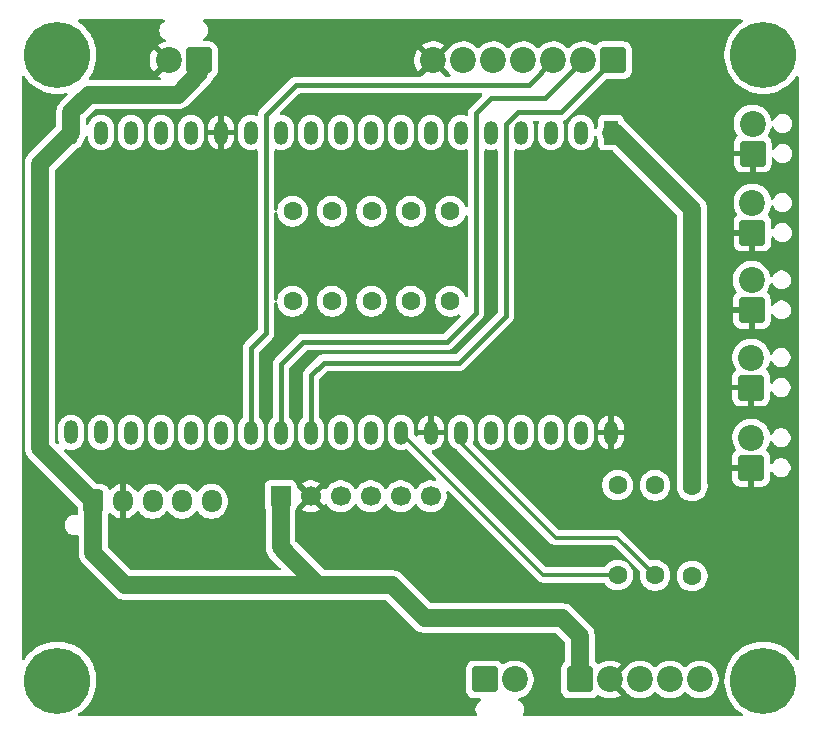
<source format=gbr>
%TF.GenerationSoftware,KiCad,Pcbnew,9.0.3*%
%TF.CreationDate,2026-02-04T08:11:38+02:00*%
%TF.ProjectId,Steering Wheel,53746565-7269-46e6-9720-576865656c2e,rev?*%
%TF.SameCoordinates,Original*%
%TF.FileFunction,Copper,L2,Bot*%
%TF.FilePolarity,Positive*%
%FSLAX46Y46*%
G04 Gerber Fmt 4.6, Leading zero omitted, Abs format (unit mm)*
G04 Created by KiCad (PCBNEW 9.0.3) date 2026-02-04 08:11:38*
%MOMM*%
%LPD*%
G01*
G04 APERTURE LIST*
G04 Aperture macros list*
%AMRoundRect*
0 Rectangle with rounded corners*
0 $1 Rounding radius*
0 $2 $3 $4 $5 $6 $7 $8 $9 X,Y pos of 4 corners*
0 Add a 4 corners polygon primitive as box body*
4,1,4,$2,$3,$4,$5,$6,$7,$8,$9,$2,$3,0*
0 Add four circle primitives for the rounded corners*
1,1,$1+$1,$2,$3*
1,1,$1+$1,$4,$5*
1,1,$1+$1,$6,$7*
1,1,$1+$1,$8,$9*
0 Add four rect primitives between the rounded corners*
20,1,$1+$1,$2,$3,$4,$5,0*
20,1,$1+$1,$4,$5,$6,$7,0*
20,1,$1+$1,$6,$7,$8,$9,0*
20,1,$1+$1,$8,$9,$2,$3,0*%
G04 Aperture macros list end*
%TA.AperFunction,ComponentPad*%
%ADD10R,1.700000X1.700000*%
%TD*%
%TA.AperFunction,ComponentPad*%
%ADD11C,1.700000*%
%TD*%
%TA.AperFunction,ComponentPad*%
%ADD12C,1.600000*%
%TD*%
%TA.AperFunction,ComponentPad*%
%ADD13R,1.200000X2.000000*%
%TD*%
%TA.AperFunction,ComponentPad*%
%ADD14O,1.200000X2.000000*%
%TD*%
%TA.AperFunction,ComponentPad*%
%ADD15RoundRect,0.249999X0.850001X-0.850001X0.850001X0.850001X-0.850001X0.850001X-0.850001X-0.850001X0*%
%TD*%
%TA.AperFunction,ComponentPad*%
%ADD16C,2.200000*%
%TD*%
%TA.AperFunction,ComponentPad*%
%ADD17C,3.600000*%
%TD*%
%TA.AperFunction,ConnectorPad*%
%ADD18C,5.600000*%
%TD*%
%TA.AperFunction,ComponentPad*%
%ADD19RoundRect,0.250000X-0.600000X-0.725000X0.600000X-0.725000X0.600000X0.725000X-0.600000X0.725000X0*%
%TD*%
%TA.AperFunction,ComponentPad*%
%ADD20O,1.700000X1.950000*%
%TD*%
%TA.AperFunction,ComponentPad*%
%ADD21RoundRect,0.249999X0.850001X0.850001X-0.850001X0.850001X-0.850001X-0.850001X0.850001X-0.850001X0*%
%TD*%
%TA.AperFunction,ComponentPad*%
%ADD22RoundRect,0.249999X-0.850001X-0.850001X0.850001X-0.850001X0.850001X0.850001X-0.850001X0.850001X0*%
%TD*%
%TA.AperFunction,ViaPad*%
%ADD23C,0.600000*%
%TD*%
%TA.AperFunction,Conductor*%
%ADD24C,1.500000*%
%TD*%
%TA.AperFunction,Conductor*%
%ADD25C,0.300000*%
%TD*%
%TA.AperFunction,Conductor*%
%ADD26C,0.400000*%
%TD*%
G04 APERTURE END LIST*
D10*
%TO.P,J1,1,Pin_1*%
%TO.N,+5V*%
X82460000Y-83790000D03*
D11*
%TO.P,J1,2,Pin_2*%
%TO.N,GND*%
X85000000Y-83790000D03*
%TO.P,J1,3,Pin_3*%
%TO.N,/Rx*%
X87540000Y-83790000D03*
%TO.P,J1,4,Pin_4*%
%TO.N,/Tx*%
X90080000Y-83790000D03*
%TO.P,J1,5,Pin_5*%
%TO.N,/CANH*%
X92620000Y-83790000D03*
%TO.P,J1,6,Pin_6*%
%TO.N,/CANL*%
X95160000Y-83790000D03*
%TD*%
D12*
%TO.P,R1,1*%
%TO.N,Net-(R1-Pad1)*%
X96837500Y-67280000D03*
%TO.P,R1,2*%
%TO.N,/Button1*%
X96837500Y-59660000D03*
%TD*%
D13*
%TO.P,U2,1,3V3*%
%TO.N,+3.3V*%
X110433440Y-52990000D03*
D14*
%TO.P,U2,2,CHIP_PU*%
%TO.N,unconnected-(U2-CHIP_PU-Pad2)*%
X107893440Y-52990000D03*
%TO.P,U2,3,SENSOR_VP/GPIO36/ADC1_CH0*%
%TO.N,unconnected-(U2-SENSOR_VP{slash}GPIO36{slash}ADC1_CH0-Pad3)*%
X105353440Y-52990000D03*
%TO.P,U2,4,SENSOR_VN/GPIO39/ADC1_CH3*%
%TO.N,unconnected-(U2-SENSOR_VN{slash}GPIO39{slash}ADC1_CH3-Pad4)*%
X102813440Y-52990000D03*
%TO.P,U2,5,VDET_1/GPIO34/ADC1_CH6*%
%TO.N,unconnected-(U2-VDET_1{slash}GPIO34{slash}ADC1_CH6-Pad5)*%
X100273440Y-52990000D03*
%TO.P,U2,6,VDET_2/GPIO35/ADC1_CH7*%
%TO.N,unconnected-(U2-VDET_2{slash}GPIO35{slash}ADC1_CH7-Pad6)*%
X97733440Y-52990000D03*
%TO.P,U2,7,32K_XP/GPIO32/ADC1_CH4*%
%TO.N,/Button1*%
X95193440Y-52990000D03*
%TO.P,U2,8,32K_XN/GPIO33/ADC1_CH5*%
%TO.N,/Button2*%
X92653440Y-52990000D03*
%TO.P,U2,9,DAC_1/ADC2_CH8/GPIO25*%
%TO.N,/Button3*%
X90113440Y-52990000D03*
%TO.P,U2,10,DAC_2/ADC2_CH9/GPIO26*%
%TO.N,/Button4*%
X87573440Y-52990000D03*
%TO.P,U2,11,ADC2_CH7/GPIO27*%
%TO.N,/Button5*%
X85033440Y-52990000D03*
%TO.P,U2,12,MTMS/GPIO14/ADC2_CH6*%
%TO.N,/SW5*%
X82493440Y-52990000D03*
%TO.P,U2,13,MTDI/GPIO12/ADC2_CH5*%
%TO.N,unconnected-(U2-MTDI{slash}GPIO12{slash}ADC2_CH5-Pad13)*%
X79953440Y-52990000D03*
%TO.P,U2,14,GND*%
%TO.N,GND*%
X77413440Y-52990000D03*
%TO.P,U2,15,MTCK/GPIO13/ADC2_CH4*%
%TO.N,/SW4*%
X74873440Y-52990000D03*
%TO.P,U2,16,SD_DATA2/GPIO9*%
%TO.N,unconnected-(U2-SD_DATA2{slash}GPIO9-Pad16)*%
X72333440Y-52990000D03*
%TO.P,U2,17,SD_DATA3/GPIO10*%
%TO.N,unconnected-(U2-SD_DATA3{slash}GPIO10-Pad17)*%
X69793440Y-52990000D03*
%TO.P,U2,18,CMD*%
%TO.N,unconnected-(U2-CMD-Pad18)*%
X67253440Y-52990000D03*
%TO.P,U2,19,5V*%
%TO.N,+5V*%
X64713440Y-52990000D03*
%TO.P,U2,20,SD_CLK/GPIO6*%
%TO.N,unconnected-(U2-SD_CLK{slash}GPIO6-Pad20)*%
X64716160Y-78386320D03*
%TO.P,U2,21,SD_DATA0/GPIO7*%
%TO.N,unconnected-(U2-SD_DATA0{slash}GPIO7-Pad21)*%
X67256160Y-78386320D03*
%TO.P,U2,22,SD_DATA1/GPIO8*%
%TO.N,unconnected-(U2-SD_DATA1{slash}GPIO8-Pad22)*%
X69793440Y-78390000D03*
%TO.P,U2,23,MTDO/GPIO15/ADC2_CH3*%
%TO.N,unconnected-(U2-MTDO{slash}GPIO15{slash}ADC2_CH3-Pad23)*%
X72333440Y-78390000D03*
%TO.P,U2,24,ADC2_CH2/GPIO2*%
%TO.N,unconnected-(U2-ADC2_CH2{slash}GPIO2-Pad24)*%
X74873440Y-78390000D03*
%TO.P,U2,25,GPIO0/BOOT/ADC2_CH1*%
%TO.N,unconnected-(U2-GPIO0{slash}BOOT{slash}ADC2_CH1-Pad25)*%
X77413440Y-78390000D03*
%TO.P,U2,26,ADC2_CH0/GPIO4*%
%TO.N,/SW3*%
X79953440Y-78390000D03*
%TO.P,U2,27,GPIO16*%
%TO.N,/SW2*%
X82493440Y-78390000D03*
%TO.P,U2,28,GPIO17*%
%TO.N,/SW1*%
X85033440Y-78390000D03*
%TO.P,U2,29,GPIO5*%
%TO.N,/CS*%
X87573440Y-78390000D03*
%TO.P,U2,30,GPIO18*%
%TO.N,/CLK*%
X90113440Y-78390000D03*
%TO.P,U2,31,GPIO19*%
%TO.N,/EncoderA*%
X92653440Y-78390000D03*
%TO.P,U2,32,GND*%
%TO.N,GND*%
X95193440Y-78390000D03*
%TO.P,U2,33,GPIO21*%
%TO.N,/EncoderB*%
X97733440Y-78390000D03*
%TO.P,U2,34,U0RXD/GPIO3*%
%TO.N,/Rx*%
X100273440Y-78390000D03*
%TO.P,U2,35,U0TXD/GPIO1*%
%TO.N,/Tx*%
X102813440Y-78390000D03*
%TO.P,U2,36,GPIO22*%
%TO.N,Net-(JP1-A)*%
X105353440Y-78390000D03*
%TO.P,U2,37,GPIO23*%
%TO.N,/DIN*%
X107893440Y-78390000D03*
%TO.P,U2,38,GND*%
%TO.N,GND*%
X110433440Y-78390000D03*
%TD*%
D15*
%TO.P,SW2,1,1*%
%TO.N,GND*%
X122400000Y-61460000D03*
D16*
%TO.P,SW2,2,2*%
%TO.N,Net-(R2-Pad1)*%
X122400000Y-58920000D03*
%TD*%
D17*
%TO.P,H4,1*%
%TO.N,N/C*%
X63550100Y-99399900D03*
D18*
X63550100Y-99399900D03*
%TD*%
D15*
%TO.P,SW5,1,1*%
%TO.N,GND*%
X122290000Y-81370000D03*
D16*
%TO.P,SW5,2,2*%
%TO.N,Net-(R5-Pad1)*%
X122290000Y-78830000D03*
%TD*%
D12*
%TO.P,R8,1*%
%TO.N,+3.3V*%
X117300000Y-82910000D03*
%TO.P,R8,2*%
%TO.N,/EncoderZ*%
X117300000Y-90530000D03*
%TD*%
D19*
%TO.P,J5,1,Pin_1*%
%TO.N,+5V*%
X66610000Y-84220000D03*
D20*
%TO.P,J5,2,Pin_2*%
%TO.N,GND*%
X69110000Y-84220000D03*
%TO.P,J5,3,Pin_3*%
%TO.N,/DIN*%
X71610000Y-84220000D03*
%TO.P,J5,4,Pin_4*%
%TO.N,/CS*%
X74110000Y-84220000D03*
%TO.P,J5,5,Pin_5*%
%TO.N,/CLK*%
X76610000Y-84220000D03*
%TD*%
D21*
%TO.P,J4,1,Pin_1*%
%TO.N,+5V*%
X75530000Y-46880000D03*
D16*
%TO.P,J4,2,Pin_2*%
%TO.N,GND*%
X72990000Y-46880000D03*
%TD*%
D22*
%TO.P,J2,1,Pin_1*%
%TO.N,/CANH*%
X99750000Y-99300000D03*
D16*
%TO.P,J2,2,Pin_2*%
%TO.N,/CANL*%
X102290000Y-99300000D03*
%TD*%
D22*
%TO.P,J3,1,Pin_1*%
%TO.N,+5V*%
X107800000Y-99300000D03*
D16*
%TO.P,J3,2,Pin_2*%
%TO.N,GND*%
X110340000Y-99300000D03*
%TO.P,J3,3,Pin_3*%
%TO.N,/EncoderA*%
X112880000Y-99300000D03*
%TO.P,J3,4,Pin_4*%
%TO.N,/EncoderB*%
X115420000Y-99300000D03*
%TO.P,J3,5,Pin_5*%
%TO.N,/EncoderZ*%
X117960000Y-99300000D03*
%TD*%
D12*
%TO.P,R3,1*%
%TO.N,Net-(R3-Pad1)*%
X90150000Y-67280000D03*
%TO.P,R3,2*%
%TO.N,/Button3*%
X90150000Y-59660000D03*
%TD*%
%TO.P,R6,1*%
%TO.N,+3.3V*%
X114155000Y-82870000D03*
%TO.P,R6,2*%
%TO.N,/EncoderB*%
X114155000Y-90490000D03*
%TD*%
%TO.P,R4,1*%
%TO.N,Net-(R4-Pad1)*%
X86806250Y-67280000D03*
%TO.P,R4,2*%
%TO.N,/Button4*%
X86806250Y-59660000D03*
%TD*%
D15*
%TO.P,SW4,1,1*%
%TO.N,GND*%
X122290000Y-74580000D03*
D16*
%TO.P,SW4,2,2*%
%TO.N,Net-(R4-Pad1)*%
X122290000Y-72040000D03*
%TD*%
D17*
%TO.P,H3,1*%
%TO.N,N/C*%
X123329900Y-99399900D03*
D18*
X123329900Y-99399900D03*
%TD*%
D17*
%TO.P,H1,1*%
%TO.N,N/C*%
X63550100Y-46420100D03*
D18*
X63550100Y-46420100D03*
%TD*%
D12*
%TO.P,R7,1*%
%TO.N,+3.3V*%
X110985000Y-82827143D03*
%TO.P,R7,2*%
%TO.N,/EncoderA*%
X110985000Y-90447143D03*
%TD*%
D15*
%TO.P,SW3,1,1*%
%TO.N,GND*%
X122340000Y-68010000D03*
D16*
%TO.P,SW3,2,2*%
%TO.N,Net-(R3-Pad1)*%
X122340000Y-65470000D03*
%TD*%
D15*
%TO.P,SW1,1,1*%
%TO.N,GND*%
X122420000Y-54770000D03*
D16*
%TO.P,SW1,2,2*%
%TO.N,Net-(R1-Pad1)*%
X122420000Y-52230000D03*
%TD*%
D17*
%TO.P,H2,1*%
%TO.N,N/C*%
X123329900Y-46420100D03*
D18*
X123329900Y-46420100D03*
%TD*%
D21*
%TO.P,SW6,1*%
%TO.N,/SW1*%
X110610000Y-46880000D03*
D16*
%TO.P,SW6,2*%
%TO.N,/SW2*%
X108070000Y-46880000D03*
%TO.P,SW6,3*%
%TO.N,/SW3*%
X105530000Y-46880000D03*
%TO.P,SW6,4*%
%TO.N,/SW4*%
X102990000Y-46880000D03*
%TO.P,SW6,5*%
%TO.N,/SW5*%
X100450000Y-46880000D03*
%TO.P,SW6,6*%
%TO.N,/SW6*%
X97910000Y-46880000D03*
%TO.P,SW6,7*%
%TO.N,GND*%
X95370000Y-46880000D03*
%TD*%
D12*
%TO.P,R2,1*%
%TO.N,Net-(R2-Pad1)*%
X93493750Y-67280000D03*
%TO.P,R2,2*%
%TO.N,/Button2*%
X93493750Y-59660000D03*
%TD*%
%TO.P,R5,1*%
%TO.N,Net-(R5-Pad1)*%
X83462500Y-67280000D03*
%TO.P,R5,2*%
%TO.N,/Button5*%
X83462500Y-59660000D03*
%TD*%
D23*
%TO.N,GND*%
X88870000Y-44020000D03*
X104950000Y-98020000D03*
X108650000Y-69360000D03*
X84350000Y-47780000D03*
X93260000Y-47710000D03*
X100250000Y-63410000D03*
X105030000Y-100660000D03*
X106610000Y-55200000D03*
X113250000Y-50450000D03*
X63610000Y-83980000D03*
X102920000Y-55760000D03*
X72630000Y-62630000D03*
X65580000Y-75130000D03*
X69500000Y-68480000D03*
X67790000Y-55480000D03*
X120550000Y-96490000D03*
X94140000Y-97380000D03*
X79130000Y-59260000D03*
X122550000Y-84210000D03*
X88490000Y-57180000D03*
X68640000Y-80610000D03*
X76270000Y-62580000D03*
X86480000Y-89040000D03*
X81490000Y-43960000D03*
X115520000Y-63560000D03*
X91900000Y-57280000D03*
X121530000Y-95600000D03*
X79130000Y-56860000D03*
X81320000Y-89580000D03*
X69310000Y-65120000D03*
X79320000Y-65850000D03*
X85800000Y-93130000D03*
X90870000Y-45490000D03*
X70390000Y-45020000D03*
X68290000Y-45530000D03*
X113150000Y-48310000D03*
X121620000Y-92880000D03*
X95090000Y-57090000D03*
X65780000Y-80610000D03*
X119580000Y-46180000D03*
X92120000Y-43870000D03*
X125900000Y-91210000D03*
X65250000Y-62950000D03*
X92180000Y-47710000D03*
X103110000Y-58200000D03*
X112280000Y-81180000D03*
X95140000Y-101540000D03*
X103800000Y-66820000D03*
X117640000Y-51940000D03*
X70320000Y-71720000D03*
X96920000Y-73600000D03*
X115120000Y-50860000D03*
X69090000Y-99970000D03*
X115090000Y-79850000D03*
X86480000Y-47750000D03*
X115860000Y-53370000D03*
X112340000Y-66900000D03*
X114940000Y-81100000D03*
X71570000Y-55520000D03*
X125360000Y-83970000D03*
X64600000Y-91570000D03*
X76410000Y-68070000D03*
X94310000Y-73640000D03*
X107940000Y-73170000D03*
X115390000Y-67290000D03*
X76410000Y-65850000D03*
X109960000Y-66860000D03*
X105560000Y-69320000D03*
X84010000Y-101450000D03*
X115650000Y-77090000D03*
X72950000Y-59350000D03*
X100300000Y-65160000D03*
X88280000Y-93130000D03*
X63850000Y-89290000D03*
X76040000Y-56820000D03*
X112080000Y-73690000D03*
X65110000Y-59030000D03*
X115520000Y-71860000D03*
X82220000Y-48570000D03*
X79800000Y-48450000D03*
X125870000Y-95740000D03*
X103060000Y-62260000D03*
X89740000Y-89030000D03*
X109700000Y-55110000D03*
X86840000Y-73910000D03*
X78400000Y-43900000D03*
X66020000Y-94640000D03*
X112170000Y-69410000D03*
X77970000Y-99140000D03*
X84890000Y-44120000D03*
X88620000Y-47680000D03*
X65160000Y-56720000D03*
X76230000Y-59350000D03*
X96530000Y-76380000D03*
X106700000Y-58290000D03*
X107670000Y-61610000D03*
X88880000Y-76530000D03*
X100200000Y-58710000D03*
X112100000Y-61520000D03*
X106850000Y-80590000D03*
X113280000Y-43890000D03*
X105140000Y-65120000D03*
X120090000Y-43760000D03*
X68740000Y-93930000D03*
X109560000Y-58200000D03*
X117450000Y-50800000D03*
X100250000Y-72780000D03*
X65250000Y-66180000D03*
X103700000Y-82770000D03*
X84540000Y-98010000D03*
X85310000Y-56770000D03*
X77490000Y-70680000D03*
X114020000Y-59980000D03*
X110250000Y-81220000D03*
X87790000Y-45580000D03*
X115540000Y-75390000D03*
X68740000Y-74580000D03*
X95150000Y-91440000D03*
X68510000Y-47910000D03*
X100200000Y-56950000D03*
X90130000Y-101700000D03*
X72950000Y-64840000D03*
X73780000Y-70730000D03*
X110950000Y-57180000D03*
X120530000Y-49050000D03*
X80060000Y-85100000D03*
X79800000Y-46350000D03*
X118240000Y-56550000D03*
X67340000Y-47950000D03*
X61280000Y-95470000D03*
X115600000Y-74070000D03*
X73230000Y-56630000D03*
X108060000Y-66900000D03*
X79270000Y-68850000D03*
X85280000Y-45870000D03*
X103610000Y-76140000D03*
X82090000Y-46030000D03*
X125840000Y-49750000D03*
X112720000Y-52130000D03*
X80120000Y-88420000D03*
X112130000Y-71820000D03*
X68390000Y-59310000D03*
X91340000Y-73600000D03*
X110300000Y-69450000D03*
X66920000Y-43970000D03*
X69130000Y-62630000D03*
X109100000Y-64290000D03*
X113180000Y-44970000D03*
X90980000Y-95470000D03*
X65730000Y-70280000D03*
X108690000Y-56590000D03*
X79820000Y-95130000D03*
X116560000Y-43830000D03*
X73050000Y-68250000D03*
X108800000Y-83330000D03*
X70420000Y-44030000D03*
X110680000Y-75750000D03*
X90460000Y-47650000D03*
X125780000Y-86960000D03*
X114520000Y-53730000D03*
X102150000Y-85920000D03*
X115430000Y-69020000D03*
X103250000Y-72820000D03*
X105410000Y-56770000D03*
X79180000Y-62580000D03*
%TD*%
D24*
%TO.N,+5V*%
X62060000Y-55643440D02*
X64713440Y-52990000D01*
X94670000Y-94100000D02*
X105430000Y-94100000D01*
X66222340Y-49781100D02*
X73728899Y-49781100D01*
X75530000Y-47979999D02*
X75530000Y-46880000D01*
X85650000Y-91300000D02*
X91870000Y-91300000D01*
X107800000Y-95620000D02*
X107800000Y-99300000D01*
X69290000Y-91300000D02*
X85650000Y-91300000D01*
X73728899Y-49781100D02*
X75530000Y-47979999D01*
X66610000Y-84220000D02*
X62060000Y-79670000D01*
X82460000Y-83790000D02*
X82460000Y-88110000D01*
X83090000Y-88740000D02*
X85650000Y-91300000D01*
X62060000Y-79670000D02*
X62060000Y-55643440D01*
X64713440Y-51290000D02*
X66222340Y-49781100D01*
X66610000Y-84220000D02*
X66610000Y-88620000D01*
X64713440Y-52990000D02*
X64713440Y-51290000D01*
X82460000Y-88110000D02*
X83090000Y-88740000D01*
X66610000Y-88620000D02*
X69290000Y-91300000D01*
X106280000Y-94100000D02*
X107800000Y-95620000D01*
X91870000Y-91300000D02*
X94670000Y-94100000D01*
X105430000Y-94100000D02*
X106280000Y-94100000D01*
D25*
%TO.N,/EncoderA*%
X104710583Y-90447143D02*
X92653440Y-78390000D01*
X110985000Y-90447143D02*
X104710583Y-90447143D01*
%TO.N,/EncoderB*%
X114155000Y-90490000D02*
X110955000Y-87290000D01*
X110955000Y-87290000D02*
X105760000Y-87290000D01*
X105760000Y-87290000D02*
X97733440Y-79263440D01*
X97733440Y-79263440D02*
X97733440Y-78390000D01*
D24*
%TO.N,+3.3V*%
X110830000Y-52990000D02*
X117300000Y-59460000D01*
X110433440Y-52990000D02*
X110830000Y-52990000D01*
X117300000Y-59460000D02*
X117300000Y-82910000D01*
D26*
%TO.N,/SW2*%
X82493440Y-72576560D02*
X84360000Y-70710000D01*
X96530000Y-70710000D02*
X99010000Y-68230000D01*
X84360000Y-70710000D02*
X96530000Y-70710000D01*
X82493440Y-78390000D02*
X82493440Y-72576560D01*
X100270000Y-50090000D02*
X104860000Y-50090000D01*
X99010000Y-51350000D02*
X100270000Y-50090000D01*
X99010000Y-68230000D02*
X99010000Y-51350000D01*
X104860000Y-50090000D02*
X108070000Y-46880000D01*
%TO.N,/SW1*%
X85033440Y-73546560D02*
X85033440Y-78390000D01*
X97560000Y-72480000D02*
X86100000Y-72480000D01*
X101540000Y-68500000D02*
X97560000Y-72480000D01*
X101540000Y-52270000D02*
X101540000Y-68500000D01*
X110610000Y-46880000D02*
X106210000Y-51280000D01*
X86100000Y-72480000D02*
X85033440Y-73546560D01*
X106210000Y-51280000D02*
X102530000Y-51280000D01*
X102530000Y-51280000D02*
X101540000Y-52270000D01*
%TO.N,/SW3*%
X79953440Y-78390000D02*
X79953440Y-71256560D01*
X83740000Y-48960000D02*
X103450000Y-48960000D01*
X81220000Y-69990000D02*
X81220000Y-51480000D01*
X103450000Y-48960000D02*
X105530000Y-46880000D01*
X81220000Y-51480000D02*
X83740000Y-48960000D01*
X79953440Y-71256560D02*
X81220000Y-69990000D01*
%TD*%
%TA.AperFunction,Conductor*%
%TO.N,GND*%
G36*
X96505147Y-47661594D02*
G01*
X96527950Y-47692979D01*
X96541130Y-47718846D01*
X96689201Y-47922649D01*
X96689205Y-47922654D01*
X96814370Y-48047819D01*
X96847855Y-48109142D01*
X96842871Y-48178834D01*
X96800999Y-48234767D01*
X96735535Y-48259184D01*
X96726689Y-48259500D01*
X96438131Y-48259500D01*
X96371092Y-48239815D01*
X96337527Y-48201079D01*
X95540234Y-47403787D01*
X95582292Y-47392518D01*
X95707708Y-47320110D01*
X95810110Y-47217708D01*
X95882518Y-47092292D01*
X95893787Y-47050234D01*
X96505147Y-47661594D01*
G37*
%TD.AperFunction*%
%TA.AperFunction,Conductor*%
G36*
X121536643Y-43440185D02*
G01*
X121582398Y-43492989D01*
X121592342Y-43562147D01*
X121563317Y-43625703D01*
X121538495Y-43647602D01*
X121361432Y-43765911D01*
X121361418Y-43765921D01*
X121110741Y-43971646D01*
X120881446Y-44200941D01*
X120675721Y-44451618D01*
X120675711Y-44451632D01*
X120495557Y-44721251D01*
X120495546Y-44721269D01*
X120342688Y-45007245D01*
X120342686Y-45007250D01*
X120218586Y-45306852D01*
X120124448Y-45617186D01*
X120124445Y-45617197D01*
X120061187Y-45935225D01*
X120061184Y-45935242D01*
X120029400Y-46257960D01*
X120029400Y-46582239D01*
X120061184Y-46904957D01*
X120061187Y-46904974D01*
X120124445Y-47223002D01*
X120124448Y-47223013D01*
X120206765Y-47494379D01*
X120218586Y-47533346D01*
X120332789Y-47809057D01*
X120342686Y-47832949D01*
X120342688Y-47832954D01*
X120495546Y-48118930D01*
X120495557Y-48118948D01*
X120675711Y-48388567D01*
X120675721Y-48388581D01*
X120881446Y-48639258D01*
X121110741Y-48868553D01*
X121110746Y-48868557D01*
X121110747Y-48868558D01*
X121361424Y-49074283D01*
X121631058Y-49254447D01*
X121631067Y-49254452D01*
X121631069Y-49254453D01*
X121917045Y-49407311D01*
X121917047Y-49407311D01*
X121917053Y-49407315D01*
X122216654Y-49531414D01*
X122526977Y-49625549D01*
X122526983Y-49625550D01*
X122526986Y-49625551D01*
X122526997Y-49625554D01*
X122716935Y-49663334D01*
X122845032Y-49688814D01*
X123167757Y-49720600D01*
X123167760Y-49720600D01*
X123492040Y-49720600D01*
X123492043Y-49720600D01*
X123814768Y-49688814D01*
X123972195Y-49657499D01*
X124132802Y-49625554D01*
X124132813Y-49625551D01*
X124132813Y-49625550D01*
X124132823Y-49625549D01*
X124443146Y-49531414D01*
X124742747Y-49407315D01*
X125028742Y-49254447D01*
X125298376Y-49074283D01*
X125549053Y-48868558D01*
X125778358Y-48639253D01*
X125984083Y-48388576D01*
X126102398Y-48211504D01*
X126156010Y-48166700D01*
X126225335Y-48157993D01*
X126288362Y-48188147D01*
X126325082Y-48247590D01*
X126329500Y-48280396D01*
X126329500Y-97539603D01*
X126309815Y-97606642D01*
X126257011Y-97652397D01*
X126187853Y-97662341D01*
X126124297Y-97633316D01*
X126102398Y-97608494D01*
X125984088Y-97431432D01*
X125984083Y-97431424D01*
X125778358Y-97180747D01*
X125778357Y-97180746D01*
X125778353Y-97180741D01*
X125549058Y-96951446D01*
X125298381Y-96745721D01*
X125298380Y-96745720D01*
X125298376Y-96745717D01*
X125028742Y-96565553D01*
X125028737Y-96565550D01*
X125028730Y-96565546D01*
X124742754Y-96412688D01*
X124742749Y-96412686D01*
X124443147Y-96288586D01*
X124132813Y-96194448D01*
X124132802Y-96194445D01*
X123814774Y-96131187D01*
X123814757Y-96131184D01*
X123570712Y-96107148D01*
X123492043Y-96099400D01*
X123167757Y-96099400D01*
X123094999Y-96106566D01*
X122845042Y-96131184D01*
X122845025Y-96131187D01*
X122526997Y-96194445D01*
X122526986Y-96194448D01*
X122216652Y-96288586D01*
X121917050Y-96412686D01*
X121917045Y-96412688D01*
X121631069Y-96565546D01*
X121631051Y-96565557D01*
X121361432Y-96745711D01*
X121361418Y-96745721D01*
X121110741Y-96951446D01*
X120881446Y-97180741D01*
X120675721Y-97431418D01*
X120675711Y-97431432D01*
X120495557Y-97701051D01*
X120495546Y-97701069D01*
X120342688Y-97987045D01*
X120342686Y-97987050D01*
X120218586Y-98286652D01*
X120124448Y-98596986D01*
X120124445Y-98596997D01*
X120061187Y-98915025D01*
X120061184Y-98915042D01*
X120038085Y-99149581D01*
X120029400Y-99237757D01*
X120029400Y-99562043D01*
X120038954Y-99659052D01*
X120061184Y-99884757D01*
X120061187Y-99884774D01*
X120124445Y-100202802D01*
X120124448Y-100202813D01*
X120218586Y-100513147D01*
X120342686Y-100812749D01*
X120342688Y-100812754D01*
X120495546Y-101098730D01*
X120495557Y-101098748D01*
X120675711Y-101368367D01*
X120675721Y-101368381D01*
X120881446Y-101619058D01*
X121110741Y-101848353D01*
X121110746Y-101848357D01*
X121110747Y-101848358D01*
X121361424Y-102054083D01*
X121538495Y-102172398D01*
X121583300Y-102226010D01*
X121592007Y-102295335D01*
X121561853Y-102358362D01*
X121502410Y-102395082D01*
X121469604Y-102399500D01*
X103109892Y-102399500D01*
X103042853Y-102379815D01*
X102997098Y-102327011D01*
X102987154Y-102257853D01*
X102997878Y-102225145D01*
X102997063Y-102224808D01*
X103059735Y-102073501D01*
X103059737Y-102073497D01*
X103090500Y-101918842D01*
X103090500Y-101761158D01*
X103090500Y-101761155D01*
X103090499Y-101761153D01*
X103059738Y-101606510D01*
X103059737Y-101606503D01*
X103059735Y-101606498D01*
X102999397Y-101460827D01*
X102999390Y-101460814D01*
X102911789Y-101329711D01*
X102911786Y-101329707D01*
X102800292Y-101218213D01*
X102800288Y-101218210D01*
X102669185Y-101130609D01*
X102669173Y-101130602D01*
X102603476Y-101103391D01*
X102549072Y-101059551D01*
X102527007Y-100993257D01*
X102544286Y-100925557D01*
X102595423Y-100877947D01*
X102631531Y-100866357D01*
X102664785Y-100861090D01*
X102666287Y-100860602D01*
X102904379Y-100783241D01*
X103128845Y-100668870D01*
X103332656Y-100520793D01*
X103510793Y-100342656D01*
X103658870Y-100138845D01*
X103773241Y-99914379D01*
X103851090Y-99674785D01*
X103890500Y-99425962D01*
X103890500Y-99174038D01*
X103851090Y-98925215D01*
X103773241Y-98685621D01*
X103773239Y-98685618D01*
X103773239Y-98685616D01*
X103728075Y-98596977D01*
X103658870Y-98461155D01*
X103614425Y-98399982D01*
X103510798Y-98257350D01*
X103510794Y-98257345D01*
X103332654Y-98079205D01*
X103332649Y-98079201D01*
X103128848Y-97931132D01*
X103128847Y-97931131D01*
X103128845Y-97931130D01*
X103058747Y-97895413D01*
X102904383Y-97816760D01*
X102664785Y-97738910D01*
X102415962Y-97699500D01*
X102164038Y-97699500D01*
X102097738Y-97710001D01*
X101915214Y-97738910D01*
X101675616Y-97816760D01*
X101451158Y-97931128D01*
X101451155Y-97931129D01*
X101451155Y-97931130D01*
X101358060Y-97998766D01*
X101292255Y-98022245D01*
X101224201Y-98006419D01*
X101197496Y-97986128D01*
X101068657Y-97857289D01*
X101068656Y-97857288D01*
X100919335Y-97765186D01*
X100752798Y-97710001D01*
X100752796Y-97710000D01*
X100650017Y-97699500D01*
X100650010Y-97699500D01*
X98849990Y-97699500D01*
X98849982Y-97699500D01*
X98747203Y-97710000D01*
X98747202Y-97710001D01*
X98664669Y-97737349D01*
X98580667Y-97765185D01*
X98580662Y-97765187D01*
X98431342Y-97857289D01*
X98307289Y-97981342D01*
X98215187Y-98130662D01*
X98215186Y-98130665D01*
X98160001Y-98297202D01*
X98160001Y-98297203D01*
X98160000Y-98297203D01*
X98149500Y-98399982D01*
X98149500Y-100200017D01*
X98160000Y-100302796D01*
X98174862Y-100347645D01*
X98215186Y-100469335D01*
X98307288Y-100618656D01*
X98431344Y-100742712D01*
X98580665Y-100834814D01*
X98747202Y-100889999D01*
X98849990Y-100900500D01*
X98849995Y-100900500D01*
X99306425Y-100900500D01*
X99373464Y-100920185D01*
X99419219Y-100972989D01*
X99429163Y-101042147D01*
X99400138Y-101105703D01*
X99375316Y-101127602D01*
X99239711Y-101218210D01*
X99239707Y-101218213D01*
X99128213Y-101329707D01*
X99128210Y-101329711D01*
X99040609Y-101460814D01*
X99040602Y-101460827D01*
X98980264Y-101606498D01*
X98980261Y-101606510D01*
X98949500Y-101761153D01*
X98949500Y-101918846D01*
X98980261Y-102073489D01*
X98980264Y-102073501D01*
X99042937Y-102224808D01*
X99041228Y-102225515D01*
X99053709Y-102285444D01*
X99028711Y-102350689D01*
X98972408Y-102392062D01*
X98930108Y-102399500D01*
X65410396Y-102399500D01*
X65343357Y-102379815D01*
X65297602Y-102327011D01*
X65287658Y-102257853D01*
X65316683Y-102194297D01*
X65341505Y-102172398D01*
X65518576Y-102054083D01*
X65769253Y-101848358D01*
X65998558Y-101619053D01*
X66204283Y-101368376D01*
X66384447Y-101098742D01*
X66537315Y-100812747D01*
X66661414Y-100513146D01*
X66755549Y-100202823D01*
X66755551Y-100202813D01*
X66755554Y-100202802D01*
X66812923Y-99914383D01*
X66818814Y-99884768D01*
X66850600Y-99562043D01*
X66850600Y-99237757D01*
X66818814Y-98915032D01*
X66785987Y-98750000D01*
X66755554Y-98596997D01*
X66755551Y-98596986D01*
X66755550Y-98596983D01*
X66755549Y-98596977D01*
X66661414Y-98286654D01*
X66537315Y-97987053D01*
X66534263Y-97981344D01*
X66384453Y-97701069D01*
X66384452Y-97701067D01*
X66384447Y-97701058D01*
X66204283Y-97431424D01*
X65998558Y-97180747D01*
X65998557Y-97180746D01*
X65998553Y-97180741D01*
X65769258Y-96951446D01*
X65518581Y-96745721D01*
X65518580Y-96745720D01*
X65518576Y-96745717D01*
X65248942Y-96565553D01*
X65248937Y-96565550D01*
X65248930Y-96565546D01*
X64962954Y-96412688D01*
X64962949Y-96412686D01*
X64663347Y-96288586D01*
X64353013Y-96194448D01*
X64353002Y-96194445D01*
X64034974Y-96131187D01*
X64034957Y-96131184D01*
X63790912Y-96107148D01*
X63712243Y-96099400D01*
X63387957Y-96099400D01*
X63315199Y-96106566D01*
X63065242Y-96131184D01*
X63065225Y-96131187D01*
X62747197Y-96194445D01*
X62747186Y-96194448D01*
X62436852Y-96288586D01*
X62137250Y-96412686D01*
X62137245Y-96412688D01*
X61851269Y-96565546D01*
X61851251Y-96565557D01*
X61581632Y-96745711D01*
X61581618Y-96745721D01*
X61330941Y-96951446D01*
X61101646Y-97180741D01*
X60895921Y-97431418D01*
X60895911Y-97431432D01*
X60777602Y-97608494D01*
X60723990Y-97653299D01*
X60654665Y-97662006D01*
X60591637Y-97631851D01*
X60554918Y-97572408D01*
X60550500Y-97539603D01*
X60550500Y-48280396D01*
X60570185Y-48213357D01*
X60622989Y-48167602D01*
X60692147Y-48157658D01*
X60755703Y-48186683D01*
X60777600Y-48211503D01*
X60851907Y-48322710D01*
X60895911Y-48388567D01*
X60895921Y-48388581D01*
X61101646Y-48639258D01*
X61330941Y-48868553D01*
X61330946Y-48868557D01*
X61330947Y-48868558D01*
X61581624Y-49074283D01*
X61851258Y-49254447D01*
X61851267Y-49254452D01*
X61851269Y-49254453D01*
X62137245Y-49407311D01*
X62137247Y-49407311D01*
X62137253Y-49407315D01*
X62436854Y-49531414D01*
X62747177Y-49625549D01*
X62747183Y-49625550D01*
X62747186Y-49625551D01*
X62747197Y-49625554D01*
X62937135Y-49663334D01*
X63065232Y-49688814D01*
X63387957Y-49720600D01*
X63387960Y-49720600D01*
X63712240Y-49720600D01*
X63712243Y-49720600D01*
X64034968Y-49688814D01*
X64177312Y-49660500D01*
X64272161Y-49641634D01*
X64341753Y-49647861D01*
X64396930Y-49690724D01*
X64420174Y-49756614D01*
X64404106Y-49824611D01*
X64384033Y-49850932D01*
X63759614Y-50475351D01*
X63759612Y-50475354D01*
X63736612Y-50507011D01*
X63643916Y-50634594D01*
X63554555Y-50809973D01*
X63554554Y-50809976D01*
X63524182Y-50903456D01*
X63493730Y-50997176D01*
X63462940Y-51191577D01*
X63462940Y-52420664D01*
X63443255Y-52487703D01*
X63426621Y-52508345D01*
X61106174Y-54828791D01*
X61106174Y-54828792D01*
X61106172Y-54828794D01*
X61058797Y-54894000D01*
X60990476Y-54988034D01*
X60900669Y-55164291D01*
X60899608Y-55168052D01*
X60840291Y-55350609D01*
X60840291Y-55350612D01*
X60809500Y-55545017D01*
X60809500Y-79768422D01*
X60840290Y-79962826D01*
X60901117Y-80150030D01*
X60927027Y-80200880D01*
X60990476Y-80325405D01*
X61106172Y-80484646D01*
X61106174Y-80484648D01*
X65223181Y-84601655D01*
X65256666Y-84662978D01*
X65259500Y-84689336D01*
X65259500Y-84995000D01*
X65259501Y-84995019D01*
X65270000Y-85097796D01*
X65270001Y-85097799D01*
X65311830Y-85224028D01*
X65314232Y-85293856D01*
X65278500Y-85353898D01*
X65215980Y-85385091D01*
X65169934Y-85384650D01*
X65118015Y-85374323D01*
X65093767Y-85369500D01*
X64926233Y-85369500D01*
X64926228Y-85369500D01*
X64761925Y-85402182D01*
X64761917Y-85402184D01*
X64607139Y-85466295D01*
X64467837Y-85559373D01*
X64349373Y-85677837D01*
X64256295Y-85817139D01*
X64192184Y-85971917D01*
X64192182Y-85971925D01*
X64159500Y-86136228D01*
X64159500Y-86303771D01*
X64192182Y-86468074D01*
X64192184Y-86468082D01*
X64256295Y-86622860D01*
X64349373Y-86762162D01*
X64467837Y-86880626D01*
X64560494Y-86942537D01*
X64607137Y-86973703D01*
X64761918Y-87037816D01*
X64926228Y-87070499D01*
X64926232Y-87070500D01*
X64926233Y-87070500D01*
X65093768Y-87070500D01*
X65093769Y-87070499D01*
X65136855Y-87061929D01*
X65211309Y-87047120D01*
X65280900Y-87053347D01*
X65336078Y-87096210D01*
X65359322Y-87162100D01*
X65359500Y-87168737D01*
X65359500Y-88718422D01*
X65390290Y-88912826D01*
X65451117Y-89100030D01*
X65533402Y-89261522D01*
X65540476Y-89275405D01*
X65656172Y-89434646D01*
X68475354Y-92253828D01*
X68634594Y-92369524D01*
X68723954Y-92415054D01*
X68809975Y-92458884D01*
X68936348Y-92499945D01*
X68997173Y-92519709D01*
X69070076Y-92531255D01*
X69191578Y-92550500D01*
X69191583Y-92550500D01*
X69388416Y-92550500D01*
X85551583Y-92550500D01*
X85551584Y-92550500D01*
X85748417Y-92550500D01*
X91300664Y-92550500D01*
X91367703Y-92570185D01*
X91388345Y-92586819D01*
X93855354Y-95053828D01*
X94014595Y-95169524D01*
X94097454Y-95211742D01*
X94189969Y-95258882D01*
X94189971Y-95258882D01*
X94189974Y-95258884D01*
X94290318Y-95291487D01*
X94377173Y-95319709D01*
X94571578Y-95350500D01*
X94571583Y-95350500D01*
X94768417Y-95350500D01*
X105331583Y-95350500D01*
X105710664Y-95350500D01*
X105777703Y-95370185D01*
X105798345Y-95386819D01*
X106513181Y-96101655D01*
X106546666Y-96162978D01*
X106549500Y-96189336D01*
X106549500Y-97746042D01*
X106529815Y-97813081D01*
X106490598Y-97851580D01*
X106481344Y-97857287D01*
X106357289Y-97981342D01*
X106265187Y-98130662D01*
X106265186Y-98130665D01*
X106210001Y-98297202D01*
X106210001Y-98297203D01*
X106210000Y-98297203D01*
X106199500Y-98399982D01*
X106199500Y-100200017D01*
X106210000Y-100302796D01*
X106224862Y-100347645D01*
X106265186Y-100469335D01*
X106357288Y-100618656D01*
X106481344Y-100742712D01*
X106630665Y-100834814D01*
X106797202Y-100889999D01*
X106899990Y-100900500D01*
X106899995Y-100900500D01*
X108700005Y-100900500D01*
X108700010Y-100900500D01*
X108802798Y-100889999D01*
X108969335Y-100834814D01*
X109118656Y-100742712D01*
X109242712Y-100618656D01*
X109242712Y-100618655D01*
X109247819Y-100613549D01*
X109250328Y-100616058D01*
X109293722Y-100584452D01*
X109363473Y-100580380D01*
X109408416Y-100600873D01*
X109501416Y-100668442D01*
X109725815Y-100782780D01*
X109965330Y-100860602D01*
X110214072Y-100900000D01*
X110465928Y-100900000D01*
X110714669Y-100860602D01*
X110954184Y-100782780D01*
X111178575Y-100668446D01*
X111178581Y-100668442D01*
X111280697Y-100594250D01*
X111280698Y-100594250D01*
X110510234Y-99823787D01*
X110552292Y-99812518D01*
X110677708Y-99740110D01*
X110780110Y-99637708D01*
X110852518Y-99512292D01*
X110863787Y-99470234D01*
X111475147Y-100081594D01*
X111497950Y-100112979D01*
X111511130Y-100138846D01*
X111659201Y-100342649D01*
X111659205Y-100342654D01*
X111837345Y-100520794D01*
X111837350Y-100520798D01*
X112015117Y-100649952D01*
X112041155Y-100668870D01*
X112184184Y-100741747D01*
X112265616Y-100783239D01*
X112265618Y-100783239D01*
X112265621Y-100783241D01*
X112505215Y-100861090D01*
X112754038Y-100900500D01*
X112754039Y-100900500D01*
X113005961Y-100900500D01*
X113005962Y-100900500D01*
X113254785Y-100861090D01*
X113494379Y-100783241D01*
X113718845Y-100668870D01*
X113922656Y-100520793D01*
X114062319Y-100381130D01*
X114123642Y-100347645D01*
X114193334Y-100352629D01*
X114237681Y-100381130D01*
X114377345Y-100520794D01*
X114377350Y-100520798D01*
X114555117Y-100649952D01*
X114581155Y-100668870D01*
X114724184Y-100741747D01*
X114805616Y-100783239D01*
X114805618Y-100783239D01*
X114805621Y-100783241D01*
X115045215Y-100861090D01*
X115294038Y-100900500D01*
X115294039Y-100900500D01*
X115545961Y-100900500D01*
X115545962Y-100900500D01*
X115794785Y-100861090D01*
X116034379Y-100783241D01*
X116258845Y-100668870D01*
X116462656Y-100520793D01*
X116602319Y-100381130D01*
X116663642Y-100347645D01*
X116733334Y-100352629D01*
X116777681Y-100381130D01*
X116917345Y-100520794D01*
X116917350Y-100520798D01*
X117095117Y-100649952D01*
X117121155Y-100668870D01*
X117264184Y-100741747D01*
X117345616Y-100783239D01*
X117345618Y-100783239D01*
X117345621Y-100783241D01*
X117585215Y-100861090D01*
X117834038Y-100900500D01*
X117834039Y-100900500D01*
X118085961Y-100900500D01*
X118085962Y-100900500D01*
X118334785Y-100861090D01*
X118574379Y-100783241D01*
X118798845Y-100668870D01*
X119002656Y-100520793D01*
X119180793Y-100342656D01*
X119328870Y-100138845D01*
X119443241Y-99914379D01*
X119521090Y-99674785D01*
X119560500Y-99425962D01*
X119560500Y-99174038D01*
X119521090Y-98925215D01*
X119443241Y-98685621D01*
X119443239Y-98685618D01*
X119443239Y-98685616D01*
X119398075Y-98596977D01*
X119328870Y-98461155D01*
X119284425Y-98399982D01*
X119180798Y-98257350D01*
X119180794Y-98257345D01*
X119002654Y-98079205D01*
X119002649Y-98079201D01*
X118798848Y-97931132D01*
X118798847Y-97931131D01*
X118798845Y-97931130D01*
X118728747Y-97895413D01*
X118574383Y-97816760D01*
X118334785Y-97738910D01*
X118085962Y-97699500D01*
X117834038Y-97699500D01*
X117767738Y-97710001D01*
X117585214Y-97738910D01*
X117345616Y-97816760D01*
X117121151Y-97931132D01*
X116917350Y-98079201D01*
X116917345Y-98079205D01*
X116777681Y-98218870D01*
X116716358Y-98252355D01*
X116646666Y-98247371D01*
X116602319Y-98218870D01*
X116462654Y-98079205D01*
X116462649Y-98079201D01*
X116258848Y-97931132D01*
X116258847Y-97931131D01*
X116258845Y-97931130D01*
X116188747Y-97895413D01*
X116034383Y-97816760D01*
X115794785Y-97738910D01*
X115545962Y-97699500D01*
X115294038Y-97699500D01*
X115227738Y-97710001D01*
X115045214Y-97738910D01*
X114805616Y-97816760D01*
X114581151Y-97931132D01*
X114377350Y-98079201D01*
X114377345Y-98079205D01*
X114237681Y-98218870D01*
X114176358Y-98252355D01*
X114106666Y-98247371D01*
X114062319Y-98218870D01*
X113922654Y-98079205D01*
X113922649Y-98079201D01*
X113718848Y-97931132D01*
X113718847Y-97931131D01*
X113718845Y-97931130D01*
X113648747Y-97895413D01*
X113494383Y-97816760D01*
X113254785Y-97738910D01*
X113005962Y-97699500D01*
X112754038Y-97699500D01*
X112687738Y-97710001D01*
X112505214Y-97738910D01*
X112265616Y-97816760D01*
X112041151Y-97931132D01*
X111837350Y-98079201D01*
X111837345Y-98079205D01*
X111659205Y-98257345D01*
X111659201Y-98257350D01*
X111511131Y-98461152D01*
X111497948Y-98487023D01*
X111475147Y-98518404D01*
X110863787Y-99129764D01*
X110852518Y-99087708D01*
X110780110Y-98962292D01*
X110677708Y-98859890D01*
X110552292Y-98787482D01*
X110510233Y-98776212D01*
X111280698Y-98005748D01*
X111178583Y-97931557D01*
X110954184Y-97817219D01*
X110714669Y-97739397D01*
X110465928Y-97700000D01*
X110214072Y-97700000D01*
X109965330Y-97739397D01*
X109725815Y-97817219D01*
X109501413Y-97931559D01*
X109408415Y-97999126D01*
X109342609Y-98022606D01*
X109274555Y-98006780D01*
X109250187Y-97988767D01*
X109243205Y-97982143D01*
X109242712Y-97981344D01*
X109118656Y-97857288D01*
X109098473Y-97844839D01*
X109089157Y-97836001D01*
X109077800Y-97816445D01*
X109062678Y-97799632D01*
X109059232Y-97784471D01*
X109054070Y-97775581D01*
X109054590Y-97764042D01*
X109050500Y-97746042D01*
X109050500Y-95521577D01*
X109023403Y-95350500D01*
X109019709Y-95327174D01*
X109019708Y-95327170D01*
X109019708Y-95327169D01*
X108960391Y-95144612D01*
X108959329Y-95140847D01*
X108869523Y-94964594D01*
X108753829Y-94805355D01*
X107094646Y-93146172D01*
X106935405Y-93030476D01*
X106760030Y-92941117D01*
X106572826Y-92880290D01*
X106378422Y-92849500D01*
X106378417Y-92849500D01*
X105528417Y-92849500D01*
X95239336Y-92849500D01*
X95172297Y-92829815D01*
X95151655Y-92813181D01*
X92684648Y-90346174D01*
X92684646Y-90346172D01*
X92525405Y-90230476D01*
X92484995Y-90209886D01*
X92350030Y-90141117D01*
X92162826Y-90080290D01*
X91968422Y-90049500D01*
X91968417Y-90049500D01*
X86219337Y-90049500D01*
X86152298Y-90029815D01*
X86131656Y-90013181D01*
X83904646Y-87786172D01*
X83746819Y-87628345D01*
X83713334Y-87567022D01*
X83710500Y-87540664D01*
X83710500Y-84981438D01*
X83730185Y-84914399D01*
X83735234Y-84907126D01*
X83753796Y-84882331D01*
X83760853Y-84863412D01*
X83779029Y-84814678D01*
X83781319Y-84808537D01*
X83804091Y-84747483D01*
X83810500Y-84687873D01*
X83810499Y-84677312D01*
X83830179Y-84610275D01*
X83846818Y-84589626D01*
X84517037Y-83919408D01*
X84534075Y-83982993D01*
X84599901Y-84097007D01*
X84692993Y-84190099D01*
X84807007Y-84255925D01*
X84870590Y-84272962D01*
X84238282Y-84905269D01*
X84238282Y-84905270D01*
X84292449Y-84944624D01*
X84481782Y-85041095D01*
X84683870Y-85106757D01*
X84893754Y-85140000D01*
X85106246Y-85140000D01*
X85316127Y-85106757D01*
X85316130Y-85106757D01*
X85518217Y-85041095D01*
X85707554Y-84944622D01*
X85761716Y-84905270D01*
X85761717Y-84905270D01*
X85129408Y-84272962D01*
X85192993Y-84255925D01*
X85307007Y-84190099D01*
X85400099Y-84097007D01*
X85465925Y-83982993D01*
X85482962Y-83919408D01*
X86115270Y-84551717D01*
X86115270Y-84551716D01*
X86154622Y-84497555D01*
X86159232Y-84488507D01*
X86207205Y-84437709D01*
X86275025Y-84420912D01*
X86341161Y-84443447D01*
X86380204Y-84488504D01*
X86384949Y-84497817D01*
X86509890Y-84669786D01*
X86660213Y-84820109D01*
X86832179Y-84945048D01*
X86832181Y-84945049D01*
X86832184Y-84945051D01*
X87021588Y-85041557D01*
X87223757Y-85107246D01*
X87433713Y-85140500D01*
X87433714Y-85140500D01*
X87646286Y-85140500D01*
X87646287Y-85140500D01*
X87856243Y-85107246D01*
X88058412Y-85041557D01*
X88247816Y-84945051D01*
X88302572Y-84905269D01*
X88419786Y-84820109D01*
X88419788Y-84820106D01*
X88419792Y-84820104D01*
X88570104Y-84669792D01*
X88570106Y-84669788D01*
X88570109Y-84669786D01*
X88695048Y-84497820D01*
X88695050Y-84497817D01*
X88695051Y-84497816D01*
X88699514Y-84489054D01*
X88747488Y-84438259D01*
X88815308Y-84421463D01*
X88881444Y-84443999D01*
X88920486Y-84489056D01*
X88924951Y-84497820D01*
X89049890Y-84669786D01*
X89200213Y-84820109D01*
X89372179Y-84945048D01*
X89372181Y-84945049D01*
X89372184Y-84945051D01*
X89561588Y-85041557D01*
X89763757Y-85107246D01*
X89973713Y-85140500D01*
X89973714Y-85140500D01*
X90186286Y-85140500D01*
X90186287Y-85140500D01*
X90396243Y-85107246D01*
X90598412Y-85041557D01*
X90787816Y-84945051D01*
X90842572Y-84905269D01*
X90959786Y-84820109D01*
X90959788Y-84820106D01*
X90959792Y-84820104D01*
X91110104Y-84669792D01*
X91110106Y-84669788D01*
X91110109Y-84669786D01*
X91235048Y-84497820D01*
X91235050Y-84497817D01*
X91235051Y-84497816D01*
X91239514Y-84489054D01*
X91287488Y-84438259D01*
X91355308Y-84421463D01*
X91421444Y-84443999D01*
X91460486Y-84489056D01*
X91464951Y-84497820D01*
X91589890Y-84669786D01*
X91740213Y-84820109D01*
X91912179Y-84945048D01*
X91912181Y-84945049D01*
X91912184Y-84945051D01*
X92101588Y-85041557D01*
X92303757Y-85107246D01*
X92513713Y-85140500D01*
X92513714Y-85140500D01*
X92726286Y-85140500D01*
X92726287Y-85140500D01*
X92936243Y-85107246D01*
X93138412Y-85041557D01*
X93327816Y-84945051D01*
X93382572Y-84905269D01*
X93499786Y-84820109D01*
X93499788Y-84820106D01*
X93499792Y-84820104D01*
X93650104Y-84669792D01*
X93650106Y-84669788D01*
X93650109Y-84669786D01*
X93775048Y-84497820D01*
X93775050Y-84497817D01*
X93775051Y-84497816D01*
X93779514Y-84489054D01*
X93827488Y-84438259D01*
X93895308Y-84421463D01*
X93961444Y-84443999D01*
X94000486Y-84489056D01*
X94004951Y-84497820D01*
X94129890Y-84669786D01*
X94280213Y-84820109D01*
X94452179Y-84945048D01*
X94452181Y-84945049D01*
X94452184Y-84945051D01*
X94641588Y-85041557D01*
X94843757Y-85107246D01*
X95053713Y-85140500D01*
X95053714Y-85140500D01*
X95266286Y-85140500D01*
X95266287Y-85140500D01*
X95476243Y-85107246D01*
X95678412Y-85041557D01*
X95867816Y-84945051D01*
X95922572Y-84905269D01*
X96039786Y-84820109D01*
X96039788Y-84820106D01*
X96039792Y-84820104D01*
X96190104Y-84669792D01*
X96190106Y-84669788D01*
X96190109Y-84669786D01*
X96315048Y-84497820D01*
X96315050Y-84497817D01*
X96315051Y-84497816D01*
X96411557Y-84308412D01*
X96477246Y-84106243D01*
X96510500Y-83896287D01*
X96510500Y-83683713D01*
X96477246Y-83473757D01*
X96473204Y-83461320D01*
X96471210Y-83391480D01*
X96507291Y-83331647D01*
X96569992Y-83300819D01*
X96639406Y-83308784D01*
X96678814Y-83335320D01*
X104205307Y-90861812D01*
X104289857Y-90946362D01*
X104295915Y-90952420D01*
X104402449Y-91023604D01*
X104402455Y-91023607D01*
X104402456Y-91023608D01*
X104520839Y-91072644D01*
X104520843Y-91072644D01*
X104520844Y-91072645D01*
X104646511Y-91097643D01*
X104646514Y-91097643D01*
X109786929Y-91097643D01*
X109853968Y-91117328D01*
X109887245Y-91148756D01*
X109932912Y-91211610D01*
X109993034Y-91294362D01*
X110137786Y-91439114D01*
X110292749Y-91551699D01*
X110303390Y-91559430D01*
X110419607Y-91618646D01*
X110485776Y-91652361D01*
X110485778Y-91652361D01*
X110485781Y-91652363D01*
X110590137Y-91686270D01*
X110680465Y-91715620D01*
X110781557Y-91731631D01*
X110882648Y-91747643D01*
X110882649Y-91747643D01*
X111087351Y-91747643D01*
X111087352Y-91747643D01*
X111289534Y-91715620D01*
X111484219Y-91652363D01*
X111666610Y-91559430D01*
X111773231Y-91481966D01*
X111832213Y-91439114D01*
X111832215Y-91439111D01*
X111832219Y-91439109D01*
X111976966Y-91294362D01*
X111976968Y-91294358D01*
X111976971Y-91294356D01*
X112037088Y-91211610D01*
X112097287Y-91128753D01*
X112190220Y-90946362D01*
X112253477Y-90751677D01*
X112285500Y-90549495D01*
X112285500Y-90344791D01*
X112267394Y-90230476D01*
X112253477Y-90142608D01*
X112190218Y-89947919D01*
X112139503Y-89848386D01*
X112097287Y-89765533D01*
X112082753Y-89745528D01*
X111976971Y-89599929D01*
X111832213Y-89455171D01*
X111666613Y-89334858D01*
X111666612Y-89334857D01*
X111666610Y-89334856D01*
X111609653Y-89305834D01*
X111484223Y-89241924D01*
X111289534Y-89178665D01*
X111114995Y-89151021D01*
X111087352Y-89146643D01*
X110882648Y-89146643D01*
X110858329Y-89150494D01*
X110680465Y-89178665D01*
X110485776Y-89241924D01*
X110303386Y-89334858D01*
X110137786Y-89455171D01*
X109993034Y-89599923D01*
X109961893Y-89642786D01*
X109887246Y-89745529D01*
X109831918Y-89788194D01*
X109786929Y-89796643D01*
X105031390Y-89796643D01*
X104964351Y-89776958D01*
X104943709Y-89760324D01*
X95273721Y-80090335D01*
X95240236Y-80029012D01*
X95245220Y-79959320D01*
X95287092Y-79903387D01*
X95342004Y-79880181D01*
X95451024Y-79862913D01*
X95615697Y-79809408D01*
X95769964Y-79730804D01*
X95910042Y-79629032D01*
X96032472Y-79506602D01*
X96134244Y-79366524D01*
X96212848Y-79212257D01*
X96266354Y-79047584D01*
X96293440Y-78876571D01*
X96293440Y-78640000D01*
X95509126Y-78640000D01*
X95513520Y-78635606D01*
X95566181Y-78544394D01*
X95593440Y-78442661D01*
X95593440Y-78337339D01*
X95566181Y-78235606D01*
X95513520Y-78144394D01*
X95509126Y-78140000D01*
X96293440Y-78140000D01*
X96293440Y-77903428D01*
X96293434Y-77903389D01*
X96632940Y-77903389D01*
X96632940Y-78876610D01*
X96659454Y-79044018D01*
X96660038Y-79047701D01*
X96713567Y-79212445D01*
X96792208Y-79366788D01*
X96894026Y-79506928D01*
X97016512Y-79629414D01*
X97156652Y-79731232D01*
X97310995Y-79809873D01*
X97310997Y-79809873D01*
X97311000Y-79809875D01*
X97355165Y-79824225D01*
X97404529Y-79854475D01*
X105345325Y-87795272D01*
X105345326Y-87795273D01*
X105345329Y-87795275D01*
X105345331Y-87795277D01*
X105451873Y-87866465D01*
X105570256Y-87915501D01*
X105570260Y-87915501D01*
X105570261Y-87915502D01*
X105695928Y-87940500D01*
X105695931Y-87940500D01*
X110634192Y-87940500D01*
X110701231Y-87960185D01*
X110721873Y-87976819D01*
X112847862Y-90102808D01*
X112881347Y-90164131D01*
X112882654Y-90209886D01*
X112854500Y-90387647D01*
X112854500Y-90592351D01*
X112886522Y-90794534D01*
X112949781Y-90989223D01*
X113005025Y-91097643D01*
X113031069Y-91148758D01*
X113042715Y-91171613D01*
X113163028Y-91337213D01*
X113307786Y-91481971D01*
X113462749Y-91594556D01*
X113473390Y-91602287D01*
X113571666Y-91652361D01*
X113655776Y-91695218D01*
X113655778Y-91695218D01*
X113655781Y-91695220D01*
X113718566Y-91715620D01*
X113850465Y-91758477D01*
X113951557Y-91774488D01*
X114052648Y-91790500D01*
X114052649Y-91790500D01*
X114257351Y-91790500D01*
X114257352Y-91790500D01*
X114459534Y-91758477D01*
X114654219Y-91695220D01*
X114836610Y-91602287D01*
X114929590Y-91534732D01*
X115002213Y-91481971D01*
X115002215Y-91481968D01*
X115002219Y-91481966D01*
X115146966Y-91337219D01*
X115146968Y-91337215D01*
X115146971Y-91337213D01*
X115238223Y-91211613D01*
X115267287Y-91171610D01*
X115360220Y-90989219D01*
X115423477Y-90794534D01*
X115455500Y-90592352D01*
X115455500Y-90427648D01*
X115999500Y-90427648D01*
X115999500Y-90632351D01*
X116031522Y-90834534D01*
X116094781Y-91029223D01*
X116155688Y-91148758D01*
X116167333Y-91171613D01*
X116187715Y-91211613D01*
X116308028Y-91377213D01*
X116452786Y-91521971D01*
X116563330Y-91602284D01*
X116618390Y-91642287D01*
X116722273Y-91695218D01*
X116800776Y-91735218D01*
X116800778Y-91735218D01*
X116800781Y-91735220D01*
X116872359Y-91758477D01*
X116995465Y-91798477D01*
X117096557Y-91814488D01*
X117197648Y-91830500D01*
X117197649Y-91830500D01*
X117402351Y-91830500D01*
X117402352Y-91830500D01*
X117604534Y-91798477D01*
X117799219Y-91735220D01*
X117981610Y-91642287D01*
X118095658Y-91559427D01*
X118147213Y-91521971D01*
X118147215Y-91521968D01*
X118147219Y-91521966D01*
X118291966Y-91377219D01*
X118291968Y-91377215D01*
X118291971Y-91377213D01*
X118352169Y-91294356D01*
X118412287Y-91211610D01*
X118505220Y-91029219D01*
X118568477Y-90834534D01*
X118600500Y-90632352D01*
X118600500Y-90427648D01*
X118568477Y-90225466D01*
X118505220Y-90030781D01*
X118505218Y-90030778D01*
X118505218Y-90030776D01*
X118463002Y-89947924D01*
X118412287Y-89848390D01*
X118374691Y-89796643D01*
X118291971Y-89682786D01*
X118147213Y-89538028D01*
X117981613Y-89417715D01*
X117981612Y-89417714D01*
X117981610Y-89417713D01*
X117903106Y-89377713D01*
X117799223Y-89324781D01*
X117604534Y-89261522D01*
X117420106Y-89232312D01*
X117402352Y-89229500D01*
X117197648Y-89229500D01*
X117179894Y-89232312D01*
X116995465Y-89261522D01*
X116800776Y-89324781D01*
X116618386Y-89417715D01*
X116452786Y-89538028D01*
X116308028Y-89682786D01*
X116187715Y-89848386D01*
X116094781Y-90030776D01*
X116031522Y-90225465D01*
X115999500Y-90427648D01*
X115455500Y-90427648D01*
X115455500Y-90387648D01*
X115430606Y-90230476D01*
X115423477Y-90185465D01*
X115372903Y-90029815D01*
X115360220Y-89990781D01*
X115360218Y-89990778D01*
X115360218Y-89990776D01*
X115326503Y-89924607D01*
X115267287Y-89808390D01*
X115236147Y-89765529D01*
X115146971Y-89642786D01*
X115002213Y-89498028D01*
X114836613Y-89377715D01*
X114836612Y-89377714D01*
X114836610Y-89377713D01*
X114779653Y-89348691D01*
X114654223Y-89284781D01*
X114459534Y-89221522D01*
X114284995Y-89193878D01*
X114257352Y-89189500D01*
X114052648Y-89189500D01*
X113874886Y-89217654D01*
X113805593Y-89208699D01*
X113767808Y-89182862D01*
X111369674Y-86784727D01*
X111369673Y-86784726D01*
X111369669Y-86784723D01*
X111263127Y-86713535D01*
X111144744Y-86664499D01*
X111144738Y-86664497D01*
X111019071Y-86639500D01*
X111019069Y-86639500D01*
X106080808Y-86639500D01*
X106013769Y-86619815D01*
X105993127Y-86603181D01*
X102114737Y-82724791D01*
X109684500Y-82724791D01*
X109684500Y-82929494D01*
X109716522Y-83131677D01*
X109779781Y-83326366D01*
X109872715Y-83508756D01*
X109993028Y-83674356D01*
X110137786Y-83819114D01*
X110288130Y-83928343D01*
X110303390Y-83939430D01*
X110419607Y-83998646D01*
X110485776Y-84032361D01*
X110485778Y-84032361D01*
X110485781Y-84032363D01*
X110590137Y-84066270D01*
X110680465Y-84095620D01*
X110747536Y-84106243D01*
X110882648Y-84127643D01*
X110882649Y-84127643D01*
X111087351Y-84127643D01*
X111087352Y-84127643D01*
X111289534Y-84095620D01*
X111484219Y-84032363D01*
X111666610Y-83939430D01*
X111803596Y-83839905D01*
X111832213Y-83819114D01*
X111832215Y-83819111D01*
X111832219Y-83819109D01*
X111976966Y-83674362D01*
X111976968Y-83674358D01*
X111976971Y-83674356D01*
X112048002Y-83576588D01*
X112097287Y-83508753D01*
X112190220Y-83326362D01*
X112253477Y-83131677D01*
X112285500Y-82929495D01*
X112285500Y-82767648D01*
X112854500Y-82767648D01*
X112854500Y-82972351D01*
X112886522Y-83174534D01*
X112949781Y-83369223D01*
X113042715Y-83551613D01*
X113163028Y-83717213D01*
X113307786Y-83861971D01*
X113462749Y-83974556D01*
X113473390Y-83982287D01*
X113571666Y-84032361D01*
X113655776Y-84075218D01*
X113655778Y-84075218D01*
X113655781Y-84075220D01*
X113751248Y-84106239D01*
X113850465Y-84138477D01*
X113882520Y-84143554D01*
X114052648Y-84170500D01*
X114052649Y-84170500D01*
X114257351Y-84170500D01*
X114257352Y-84170500D01*
X114459534Y-84138477D01*
X114654219Y-84075220D01*
X114836610Y-83982287D01*
X114929590Y-83914732D01*
X115002213Y-83861971D01*
X115002215Y-83861968D01*
X115002219Y-83861966D01*
X115146966Y-83717219D01*
X115146968Y-83717215D01*
X115146971Y-83717213D01*
X115238223Y-83591613D01*
X115267287Y-83551610D01*
X115360220Y-83369219D01*
X115423477Y-83174534D01*
X115455500Y-82972352D01*
X115455500Y-82767648D01*
X115440783Y-82674727D01*
X115423477Y-82565465D01*
X115388601Y-82458130D01*
X115360220Y-82370781D01*
X115360218Y-82370778D01*
X115360218Y-82370776D01*
X115326503Y-82304607D01*
X115267287Y-82188390D01*
X115231939Y-82139737D01*
X115146971Y-82022786D01*
X115002213Y-81878028D01*
X114836613Y-81757715D01*
X114836612Y-81757714D01*
X114836610Y-81757713D01*
X114760765Y-81719068D01*
X114654223Y-81664781D01*
X114459534Y-81601522D01*
X114284995Y-81573878D01*
X114257352Y-81569500D01*
X114052648Y-81569500D01*
X114028329Y-81573351D01*
X113850465Y-81601522D01*
X113655776Y-81664781D01*
X113473386Y-81757715D01*
X113307786Y-81878028D01*
X113163028Y-82022786D01*
X113042715Y-82188386D01*
X112949781Y-82370776D01*
X112886522Y-82565465D01*
X112854500Y-82767648D01*
X112285500Y-82767648D01*
X112285500Y-82724791D01*
X112277571Y-82674727D01*
X112253477Y-82522608D01*
X112204768Y-82372698D01*
X112190220Y-82327924D01*
X112190218Y-82327921D01*
X112190218Y-82327919D01*
X112156503Y-82261750D01*
X112097287Y-82145533D01*
X112049232Y-82079390D01*
X111976971Y-81979929D01*
X111832213Y-81835171D01*
X111666613Y-81714858D01*
X111666612Y-81714857D01*
X111666610Y-81714856D01*
X111609653Y-81685834D01*
X111484223Y-81621924D01*
X111289534Y-81558665D01*
X111114995Y-81531021D01*
X111087352Y-81526643D01*
X110882648Y-81526643D01*
X110858329Y-81530494D01*
X110680465Y-81558665D01*
X110485776Y-81621924D01*
X110303386Y-81714858D01*
X110137786Y-81835171D01*
X109993028Y-81979929D01*
X109872715Y-82145529D01*
X109779781Y-82327919D01*
X109716522Y-82522608D01*
X109684500Y-82724791D01*
X102114737Y-82724791D01*
X98766075Y-79376129D01*
X98732590Y-79314806D01*
X98737574Y-79245114D01*
X98743272Y-79232152D01*
X98753311Y-79212449D01*
X98753312Y-79212447D01*
X98753313Y-79212445D01*
X98806842Y-79047701D01*
X98833940Y-78876611D01*
X98833940Y-77903389D01*
X99172940Y-77903389D01*
X99172940Y-78876610D01*
X99199454Y-79044018D01*
X99200038Y-79047701D01*
X99253567Y-79212445D01*
X99332208Y-79366788D01*
X99434026Y-79506928D01*
X99556512Y-79629414D01*
X99696652Y-79731232D01*
X99850995Y-79809873D01*
X100015739Y-79863402D01*
X100186829Y-79890500D01*
X100186830Y-79890500D01*
X100360050Y-79890500D01*
X100360051Y-79890500D01*
X100531141Y-79863402D01*
X100695885Y-79809873D01*
X100850228Y-79731232D01*
X100990368Y-79629414D01*
X101112854Y-79506928D01*
X101214672Y-79366788D01*
X101293313Y-79212445D01*
X101346842Y-79047701D01*
X101373940Y-78876611D01*
X101373940Y-77903389D01*
X101712940Y-77903389D01*
X101712940Y-78876610D01*
X101739454Y-79044018D01*
X101740038Y-79047701D01*
X101793567Y-79212445D01*
X101872208Y-79366788D01*
X101974026Y-79506928D01*
X102096512Y-79629414D01*
X102236652Y-79731232D01*
X102390995Y-79809873D01*
X102555739Y-79863402D01*
X102726829Y-79890500D01*
X102726830Y-79890500D01*
X102900050Y-79890500D01*
X102900051Y-79890500D01*
X103071141Y-79863402D01*
X103235885Y-79809873D01*
X103390228Y-79731232D01*
X103530368Y-79629414D01*
X103652854Y-79506928D01*
X103754672Y-79366788D01*
X103833313Y-79212445D01*
X103886842Y-79047701D01*
X103913940Y-78876611D01*
X103913940Y-77903389D01*
X104252940Y-77903389D01*
X104252940Y-78876610D01*
X104279454Y-79044018D01*
X104280038Y-79047701D01*
X104333567Y-79212445D01*
X104412208Y-79366788D01*
X104514026Y-79506928D01*
X104636512Y-79629414D01*
X104776652Y-79731232D01*
X104930995Y-79809873D01*
X105095739Y-79863402D01*
X105266829Y-79890500D01*
X105266830Y-79890500D01*
X105440050Y-79890500D01*
X105440051Y-79890500D01*
X105611141Y-79863402D01*
X105775885Y-79809873D01*
X105930228Y-79731232D01*
X106070368Y-79629414D01*
X106192854Y-79506928D01*
X106294672Y-79366788D01*
X106373313Y-79212445D01*
X106426842Y-79047701D01*
X106453940Y-78876611D01*
X106453940Y-77903389D01*
X106792940Y-77903389D01*
X106792940Y-78876610D01*
X106819454Y-79044018D01*
X106820038Y-79047701D01*
X106873567Y-79212445D01*
X106952208Y-79366788D01*
X107054026Y-79506928D01*
X107176512Y-79629414D01*
X107316652Y-79731232D01*
X107470995Y-79809873D01*
X107635739Y-79863402D01*
X107806829Y-79890500D01*
X107806830Y-79890500D01*
X107980050Y-79890500D01*
X107980051Y-79890500D01*
X108151141Y-79863402D01*
X108315885Y-79809873D01*
X108470228Y-79731232D01*
X108610368Y-79629414D01*
X108732854Y-79506928D01*
X108834672Y-79366788D01*
X108913313Y-79212445D01*
X108966842Y-79047701D01*
X108993940Y-78876611D01*
X108993940Y-77903428D01*
X109333440Y-77903428D01*
X109333440Y-78140000D01*
X110117754Y-78140000D01*
X110113360Y-78144394D01*
X110060699Y-78235606D01*
X110033440Y-78337339D01*
X110033440Y-78442661D01*
X110060699Y-78544394D01*
X110113360Y-78635606D01*
X110117754Y-78640000D01*
X109333440Y-78640000D01*
X109333440Y-78876571D01*
X109360525Y-79047584D01*
X109414031Y-79212257D01*
X109492635Y-79366524D01*
X109594407Y-79506602D01*
X109716837Y-79629032D01*
X109856915Y-79730804D01*
X110011184Y-79809408D01*
X110175855Y-79862914D01*
X110175854Y-79862914D01*
X110183439Y-79864115D01*
X110183440Y-79864114D01*
X110183440Y-78705686D01*
X110187834Y-78710080D01*
X110279046Y-78762741D01*
X110380779Y-78790000D01*
X110486101Y-78790000D01*
X110587834Y-78762741D01*
X110679046Y-78710080D01*
X110683440Y-78705686D01*
X110683440Y-79864115D01*
X110691024Y-79862914D01*
X110855695Y-79809408D01*
X111009964Y-79730804D01*
X111150042Y-79629032D01*
X111272472Y-79506602D01*
X111374244Y-79366524D01*
X111452848Y-79212257D01*
X111506354Y-79047584D01*
X111533440Y-78876571D01*
X111533440Y-78640000D01*
X110749126Y-78640000D01*
X110753520Y-78635606D01*
X110806181Y-78544394D01*
X110833440Y-78442661D01*
X110833440Y-78337339D01*
X110806181Y-78235606D01*
X110753520Y-78144394D01*
X110749126Y-78140000D01*
X111533440Y-78140000D01*
X111533440Y-77903428D01*
X111506354Y-77732415D01*
X111452848Y-77567742D01*
X111374243Y-77413474D01*
X111272472Y-77273397D01*
X111150042Y-77150967D01*
X111009964Y-77049195D01*
X110855697Y-76970591D01*
X110691029Y-76917087D01*
X110691021Y-76917085D01*
X110683440Y-76915884D01*
X110683440Y-78074314D01*
X110679046Y-78069920D01*
X110587834Y-78017259D01*
X110486101Y-77990000D01*
X110380779Y-77990000D01*
X110279046Y-78017259D01*
X110187834Y-78069920D01*
X110183440Y-78074314D01*
X110183440Y-76915884D01*
X110183439Y-76915884D01*
X110175858Y-76917085D01*
X110175850Y-76917087D01*
X110011182Y-76970591D01*
X109856915Y-77049195D01*
X109716837Y-77150967D01*
X109594407Y-77273397D01*
X109492637Y-77413474D01*
X109414031Y-77567742D01*
X109360525Y-77732415D01*
X109333440Y-77903428D01*
X108993940Y-77903428D01*
X108993940Y-77903389D01*
X108966842Y-77732299D01*
X108913313Y-77567555D01*
X108834672Y-77413212D01*
X108732854Y-77273072D01*
X108610368Y-77150586D01*
X108470228Y-77048768D01*
X108315885Y-76970127D01*
X108151141Y-76916598D01*
X108151139Y-76916597D01*
X108151138Y-76916597D01*
X108019711Y-76895781D01*
X107980051Y-76889500D01*
X107806829Y-76889500D01*
X107767168Y-76895781D01*
X107635742Y-76916597D01*
X107470992Y-76970128D01*
X107316651Y-77048768D01*
X107269818Y-77082795D01*
X107176512Y-77150586D01*
X107176510Y-77150588D01*
X107176509Y-77150588D01*
X107054028Y-77273069D01*
X107054028Y-77273070D01*
X107054026Y-77273072D01*
X107053790Y-77273397D01*
X106952208Y-77413211D01*
X106873568Y-77567552D01*
X106820037Y-77732302D01*
X106792940Y-77903389D01*
X106453940Y-77903389D01*
X106426842Y-77732299D01*
X106373313Y-77567555D01*
X106294672Y-77413212D01*
X106192854Y-77273072D01*
X106070368Y-77150586D01*
X105930228Y-77048768D01*
X105775885Y-76970127D01*
X105611141Y-76916598D01*
X105611139Y-76916597D01*
X105611138Y-76916597D01*
X105479711Y-76895781D01*
X105440051Y-76889500D01*
X105266829Y-76889500D01*
X105227168Y-76895781D01*
X105095742Y-76916597D01*
X104930992Y-76970128D01*
X104776651Y-77048768D01*
X104729818Y-77082795D01*
X104636512Y-77150586D01*
X104636510Y-77150588D01*
X104636509Y-77150588D01*
X104514028Y-77273069D01*
X104514028Y-77273070D01*
X104514026Y-77273072D01*
X104513790Y-77273397D01*
X104412208Y-77413211D01*
X104333568Y-77567552D01*
X104280037Y-77732302D01*
X104252940Y-77903389D01*
X103913940Y-77903389D01*
X103886842Y-77732299D01*
X103833313Y-77567555D01*
X103754672Y-77413212D01*
X103652854Y-77273072D01*
X103530368Y-77150586D01*
X103390228Y-77048768D01*
X103235885Y-76970127D01*
X103071141Y-76916598D01*
X103071139Y-76916597D01*
X103071138Y-76916597D01*
X102939711Y-76895781D01*
X102900051Y-76889500D01*
X102726829Y-76889500D01*
X102687168Y-76895781D01*
X102555742Y-76916597D01*
X102390992Y-76970128D01*
X102236651Y-77048768D01*
X102189818Y-77082795D01*
X102096512Y-77150586D01*
X102096510Y-77150588D01*
X102096509Y-77150588D01*
X101974028Y-77273069D01*
X101974028Y-77273070D01*
X101974026Y-77273072D01*
X101973790Y-77273397D01*
X101872208Y-77413211D01*
X101793568Y-77567552D01*
X101740037Y-77732302D01*
X101712940Y-77903389D01*
X101373940Y-77903389D01*
X101346842Y-77732299D01*
X101293313Y-77567555D01*
X101214672Y-77413212D01*
X101112854Y-77273072D01*
X100990368Y-77150586D01*
X100850228Y-77048768D01*
X100695885Y-76970127D01*
X100531141Y-76916598D01*
X100531139Y-76916597D01*
X100531138Y-76916597D01*
X100399711Y-76895781D01*
X100360051Y-76889500D01*
X100186829Y-76889500D01*
X100147168Y-76895781D01*
X100015742Y-76916597D01*
X99850992Y-76970128D01*
X99696651Y-77048768D01*
X99649818Y-77082795D01*
X99556512Y-77150586D01*
X99556510Y-77150588D01*
X99556509Y-77150588D01*
X99434028Y-77273069D01*
X99434028Y-77273070D01*
X99434026Y-77273072D01*
X99433790Y-77273397D01*
X99332208Y-77413211D01*
X99253568Y-77567552D01*
X99200037Y-77732302D01*
X99172940Y-77903389D01*
X98833940Y-77903389D01*
X98806842Y-77732299D01*
X98753313Y-77567555D01*
X98674672Y-77413212D01*
X98572854Y-77273072D01*
X98450368Y-77150586D01*
X98310228Y-77048768D01*
X98155885Y-76970127D01*
X97991141Y-76916598D01*
X97991139Y-76916597D01*
X97991138Y-76916597D01*
X97859711Y-76895781D01*
X97820051Y-76889500D01*
X97646829Y-76889500D01*
X97607168Y-76895781D01*
X97475742Y-76916597D01*
X97310992Y-76970128D01*
X97156651Y-77048768D01*
X97109818Y-77082795D01*
X97016512Y-77150586D01*
X97016510Y-77150588D01*
X97016509Y-77150588D01*
X96894028Y-77273069D01*
X96894028Y-77273070D01*
X96894026Y-77273072D01*
X96893790Y-77273397D01*
X96792208Y-77413211D01*
X96713568Y-77567552D01*
X96660037Y-77732302D01*
X96632940Y-77903389D01*
X96293434Y-77903389D01*
X96266354Y-77732415D01*
X96212848Y-77567742D01*
X96134243Y-77413474D01*
X96032472Y-77273397D01*
X95910042Y-77150967D01*
X95769964Y-77049195D01*
X95615697Y-76970591D01*
X95451029Y-76917087D01*
X95451021Y-76917085D01*
X95443440Y-76915884D01*
X95443440Y-78074314D01*
X95439046Y-78069920D01*
X95347834Y-78017259D01*
X95246101Y-77990000D01*
X95140779Y-77990000D01*
X95039046Y-78017259D01*
X94947834Y-78069920D01*
X94943440Y-78074314D01*
X94943440Y-76915884D01*
X94943439Y-76915884D01*
X94935858Y-76917085D01*
X94935850Y-76917087D01*
X94771182Y-76970591D01*
X94616915Y-77049195D01*
X94476837Y-77150967D01*
X94354407Y-77273397D01*
X94252637Y-77413474D01*
X94174031Y-77567742D01*
X94120525Y-77732415D01*
X94093440Y-77903428D01*
X94093440Y-78140000D01*
X94877754Y-78140000D01*
X94873360Y-78144394D01*
X94820699Y-78235606D01*
X94793440Y-78337339D01*
X94793440Y-78442661D01*
X94820699Y-78544394D01*
X94873360Y-78635606D01*
X94877754Y-78640000D01*
X94093440Y-78640000D01*
X94086100Y-78647339D01*
X94085622Y-78654026D01*
X94077549Y-78664809D01*
X94073755Y-78677731D01*
X94057021Y-78692230D01*
X94043750Y-78709959D01*
X94031129Y-78714666D01*
X94020951Y-78723486D01*
X93999033Y-78726637D01*
X93978286Y-78734376D01*
X93965125Y-78731513D01*
X93951793Y-78733430D01*
X93931649Y-78724230D01*
X93910013Y-78719524D01*
X93892287Y-78706255D01*
X93888237Y-78704405D01*
X93881759Y-78698373D01*
X93790259Y-78606873D01*
X93756774Y-78545550D01*
X93753940Y-78519192D01*
X93753940Y-77903389D01*
X93726842Y-77732302D01*
X93726842Y-77732299D01*
X93673313Y-77567555D01*
X93594672Y-77413212D01*
X93492854Y-77273072D01*
X93370368Y-77150586D01*
X93230228Y-77048768D01*
X93075885Y-76970127D01*
X92911141Y-76916598D01*
X92911139Y-76916597D01*
X92911138Y-76916597D01*
X92779711Y-76895781D01*
X92740051Y-76889500D01*
X92566829Y-76889500D01*
X92527168Y-76895781D01*
X92395742Y-76916597D01*
X92230992Y-76970128D01*
X92076651Y-77048768D01*
X92029818Y-77082795D01*
X91936512Y-77150586D01*
X91936510Y-77150588D01*
X91936509Y-77150588D01*
X91814028Y-77273069D01*
X91814028Y-77273070D01*
X91814026Y-77273072D01*
X91813790Y-77273397D01*
X91712208Y-77413211D01*
X91633568Y-77567552D01*
X91580037Y-77732302D01*
X91552940Y-77903389D01*
X91552940Y-78876610D01*
X91579454Y-79044018D01*
X91580038Y-79047701D01*
X91633567Y-79212445D01*
X91712208Y-79366788D01*
X91814026Y-79506928D01*
X91936512Y-79629414D01*
X92076652Y-79731232D01*
X92230995Y-79809873D01*
X92395739Y-79863402D01*
X92566829Y-79890500D01*
X92566830Y-79890500D01*
X92740050Y-79890500D01*
X92740051Y-79890500D01*
X92911141Y-79863402D01*
X93062100Y-79814351D01*
X93131937Y-79812357D01*
X93188096Y-79844602D01*
X95614676Y-82271182D01*
X95648161Y-82332505D01*
X95643177Y-82402197D01*
X95601305Y-82458130D01*
X95535841Y-82482547D01*
X95488680Y-82476795D01*
X95476243Y-82472754D01*
X95476239Y-82472753D01*
X95476238Y-82472753D01*
X95357028Y-82453872D01*
X95266287Y-82439500D01*
X95053713Y-82439500D01*
X95005042Y-82447208D01*
X94843760Y-82472753D01*
X94641585Y-82538444D01*
X94452179Y-82634951D01*
X94280213Y-82759890D01*
X94129890Y-82910213D01*
X94004949Y-83082182D01*
X94000484Y-83090946D01*
X93952509Y-83141742D01*
X93884688Y-83158536D01*
X93818553Y-83135998D01*
X93779516Y-83090946D01*
X93775050Y-83082182D01*
X93650109Y-82910213D01*
X93499786Y-82759890D01*
X93327820Y-82634951D01*
X93138414Y-82538444D01*
X93138413Y-82538443D01*
X93138412Y-82538443D01*
X92936243Y-82472754D01*
X92936241Y-82472753D01*
X92936240Y-82472753D01*
X92774957Y-82447208D01*
X92726287Y-82439500D01*
X92513713Y-82439500D01*
X92465042Y-82447208D01*
X92303760Y-82472753D01*
X92101585Y-82538444D01*
X91912179Y-82634951D01*
X91740213Y-82759890D01*
X91589890Y-82910213D01*
X91464949Y-83082182D01*
X91460484Y-83090946D01*
X91412509Y-83141742D01*
X91344688Y-83158536D01*
X91278553Y-83135998D01*
X91239516Y-83090946D01*
X91235050Y-83082182D01*
X91110109Y-82910213D01*
X90959786Y-82759890D01*
X90787820Y-82634951D01*
X90598414Y-82538444D01*
X90598413Y-82538443D01*
X90598412Y-82538443D01*
X90396243Y-82472754D01*
X90396241Y-82472753D01*
X90396240Y-82472753D01*
X90234957Y-82447208D01*
X90186287Y-82439500D01*
X89973713Y-82439500D01*
X89925042Y-82447208D01*
X89763760Y-82472753D01*
X89561585Y-82538444D01*
X89372179Y-82634951D01*
X89200213Y-82759890D01*
X89049890Y-82910213D01*
X88924949Y-83082182D01*
X88920484Y-83090946D01*
X88872509Y-83141742D01*
X88804688Y-83158536D01*
X88738553Y-83135998D01*
X88699516Y-83090946D01*
X88695050Y-83082182D01*
X88570109Y-82910213D01*
X88419786Y-82759890D01*
X88247820Y-82634951D01*
X88058414Y-82538444D01*
X88058413Y-82538443D01*
X88058412Y-82538443D01*
X87856243Y-82472754D01*
X87856241Y-82472753D01*
X87856240Y-82472753D01*
X87694957Y-82447208D01*
X87646287Y-82439500D01*
X87433713Y-82439500D01*
X87385042Y-82447208D01*
X87223760Y-82472753D01*
X87021585Y-82538444D01*
X86832179Y-82634951D01*
X86660213Y-82759890D01*
X86509890Y-82910213D01*
X86384949Y-83082182D01*
X86380202Y-83091499D01*
X86332227Y-83142293D01*
X86264405Y-83159087D01*
X86198271Y-83136548D01*
X86159234Y-83091495D01*
X86154626Y-83082452D01*
X86115270Y-83028282D01*
X86115269Y-83028282D01*
X85482962Y-83660590D01*
X85465925Y-83597007D01*
X85400099Y-83482993D01*
X85307007Y-83389901D01*
X85192993Y-83324075D01*
X85129409Y-83307037D01*
X85761716Y-82674728D01*
X85707550Y-82635375D01*
X85518217Y-82538904D01*
X85316129Y-82473242D01*
X85106246Y-82440000D01*
X84893754Y-82440000D01*
X84683872Y-82473242D01*
X84683869Y-82473242D01*
X84481782Y-82538904D01*
X84292439Y-82635380D01*
X84238282Y-82674727D01*
X84238282Y-82674728D01*
X84870591Y-83307037D01*
X84807007Y-83324075D01*
X84692993Y-83389901D01*
X84599901Y-83482993D01*
X84534075Y-83597007D01*
X84517037Y-83660591D01*
X83846818Y-82990372D01*
X83813333Y-82929049D01*
X83813330Y-82929036D01*
X83810499Y-82916015D01*
X83810499Y-82892128D01*
X83804091Y-82832517D01*
X83775926Y-82757002D01*
X83753798Y-82697673D01*
X83753793Y-82697664D01*
X83667547Y-82582455D01*
X83667544Y-82582452D01*
X83552335Y-82496206D01*
X83552328Y-82496202D01*
X83417482Y-82445908D01*
X83417483Y-82445908D01*
X83357883Y-82439501D01*
X83357881Y-82439500D01*
X83357873Y-82439500D01*
X83357864Y-82439500D01*
X81562129Y-82439500D01*
X81562123Y-82439501D01*
X81502516Y-82445908D01*
X81367671Y-82496202D01*
X81367664Y-82496206D01*
X81252455Y-82582452D01*
X81252452Y-82582455D01*
X81166206Y-82697664D01*
X81166202Y-82697671D01*
X81115908Y-82832517D01*
X81109501Y-82892116D01*
X81109500Y-82892135D01*
X81109500Y-84687870D01*
X81109501Y-84687876D01*
X81115908Y-84747483D01*
X81159148Y-84863414D01*
X81166204Y-84882331D01*
X81184766Y-84907126D01*
X81209184Y-84972590D01*
X81209500Y-84981438D01*
X81209500Y-88208422D01*
X81240290Y-88402826D01*
X81301117Y-88590030D01*
X81366534Y-88718417D01*
X81390476Y-88765405D01*
X81506172Y-88924646D01*
X81506174Y-88924648D01*
X82419345Y-89837819D01*
X82452830Y-89899142D01*
X82447846Y-89968834D01*
X82405974Y-90024767D01*
X82340510Y-90049184D01*
X82331664Y-90049500D01*
X69859336Y-90049500D01*
X69792297Y-90029815D01*
X69771655Y-90013181D01*
X67896819Y-88138345D01*
X67863334Y-88077022D01*
X67860500Y-88050664D01*
X67860500Y-85355132D01*
X67865195Y-85338574D01*
X67864896Y-85322408D01*
X67878960Y-85290038D01*
X67898447Y-85258443D01*
X67950394Y-85211717D01*
X68019356Y-85200493D01*
X68083439Y-85228335D01*
X68091668Y-85235856D01*
X68230535Y-85374723D01*
X68230540Y-85374727D01*
X68402442Y-85499620D01*
X68591782Y-85596095D01*
X68793871Y-85661757D01*
X68860000Y-85672231D01*
X68860000Y-84624145D01*
X68926657Y-84662630D01*
X69047465Y-84695000D01*
X69172535Y-84695000D01*
X69293343Y-84662630D01*
X69360000Y-84624145D01*
X69360000Y-85672230D01*
X69426126Y-85661757D01*
X69426129Y-85661757D01*
X69628217Y-85596095D01*
X69817557Y-85499620D01*
X69989459Y-85374727D01*
X69989464Y-85374723D01*
X70139721Y-85224466D01*
X70259371Y-85059781D01*
X70314701Y-85017115D01*
X70384314Y-85011136D01*
X70446110Y-85043741D01*
X70460008Y-85059781D01*
X70579890Y-85224785D01*
X70579894Y-85224790D01*
X70730213Y-85375109D01*
X70902179Y-85500048D01*
X70902181Y-85500049D01*
X70902184Y-85500051D01*
X71091588Y-85596557D01*
X71293757Y-85662246D01*
X71503713Y-85695500D01*
X71503714Y-85695500D01*
X71716286Y-85695500D01*
X71716287Y-85695500D01*
X71926243Y-85662246D01*
X72128412Y-85596557D01*
X72317816Y-85500051D01*
X72364275Y-85466297D01*
X72489786Y-85375109D01*
X72489788Y-85375106D01*
X72489792Y-85375104D01*
X72640104Y-85224792D01*
X72759683Y-85060204D01*
X72815011Y-85017540D01*
X72884624Y-85011561D01*
X72946420Y-85044166D01*
X72960313Y-85060199D01*
X73018655Y-85140500D01*
X73079896Y-85224792D01*
X73230213Y-85375109D01*
X73402179Y-85500048D01*
X73402181Y-85500049D01*
X73402184Y-85500051D01*
X73591588Y-85596557D01*
X73793757Y-85662246D01*
X74003713Y-85695500D01*
X74003714Y-85695500D01*
X74216286Y-85695500D01*
X74216287Y-85695500D01*
X74426243Y-85662246D01*
X74628412Y-85596557D01*
X74817816Y-85500051D01*
X74864275Y-85466297D01*
X74989786Y-85375109D01*
X74989788Y-85375106D01*
X74989792Y-85375104D01*
X75140104Y-85224792D01*
X75259683Y-85060204D01*
X75315011Y-85017540D01*
X75384624Y-85011561D01*
X75446420Y-85044166D01*
X75460313Y-85060199D01*
X75518655Y-85140500D01*
X75579896Y-85224792D01*
X75730213Y-85375109D01*
X75902179Y-85500048D01*
X75902181Y-85500049D01*
X75902184Y-85500051D01*
X76091588Y-85596557D01*
X76293757Y-85662246D01*
X76503713Y-85695500D01*
X76503714Y-85695500D01*
X76716286Y-85695500D01*
X76716287Y-85695500D01*
X76926243Y-85662246D01*
X77128412Y-85596557D01*
X77317816Y-85500051D01*
X77364275Y-85466297D01*
X77489786Y-85375109D01*
X77489788Y-85375106D01*
X77489792Y-85375104D01*
X77640104Y-85224792D01*
X77640106Y-85224788D01*
X77640109Y-85224786D01*
X77765048Y-85052820D01*
X77765047Y-85052820D01*
X77765051Y-85052816D01*
X77861557Y-84863412D01*
X77927246Y-84661243D01*
X77960500Y-84451287D01*
X77960500Y-83988713D01*
X77927246Y-83778757D01*
X77861557Y-83576588D01*
X77765051Y-83387184D01*
X77765049Y-83387181D01*
X77765048Y-83387179D01*
X77640109Y-83215213D01*
X77489786Y-83064890D01*
X77317820Y-82939951D01*
X77128414Y-82843444D01*
X77128413Y-82843443D01*
X77128412Y-82843443D01*
X76926243Y-82777754D01*
X76926241Y-82777753D01*
X76926240Y-82777753D01*
X76764957Y-82752208D01*
X76716287Y-82744500D01*
X76503713Y-82744500D01*
X76455042Y-82752208D01*
X76293760Y-82777753D01*
X76091585Y-82843444D01*
X75902179Y-82939951D01*
X75730213Y-83064890D01*
X75579894Y-83215209D01*
X75579890Y-83215214D01*
X75460318Y-83379793D01*
X75404989Y-83422459D01*
X75335375Y-83428438D01*
X75273580Y-83395833D01*
X75259682Y-83379793D01*
X75140109Y-83215214D01*
X75140105Y-83215209D01*
X74989786Y-83064890D01*
X74817820Y-82939951D01*
X74628414Y-82843444D01*
X74628413Y-82843443D01*
X74628412Y-82843443D01*
X74426243Y-82777754D01*
X74426241Y-82777753D01*
X74426240Y-82777753D01*
X74264957Y-82752208D01*
X74216287Y-82744500D01*
X74003713Y-82744500D01*
X73955042Y-82752208D01*
X73793760Y-82777753D01*
X73591585Y-82843444D01*
X73402179Y-82939951D01*
X73230213Y-83064890D01*
X73079894Y-83215209D01*
X73079890Y-83215214D01*
X72960318Y-83379793D01*
X72904989Y-83422459D01*
X72835375Y-83428438D01*
X72773580Y-83395833D01*
X72759682Y-83379793D01*
X72640109Y-83215214D01*
X72640105Y-83215209D01*
X72489786Y-83064890D01*
X72317820Y-82939951D01*
X72128414Y-82843444D01*
X72128413Y-82843443D01*
X72128412Y-82843443D01*
X71926243Y-82777754D01*
X71926241Y-82777753D01*
X71926240Y-82777753D01*
X71764957Y-82752208D01*
X71716287Y-82744500D01*
X71503713Y-82744500D01*
X71455042Y-82752208D01*
X71293760Y-82777753D01*
X71091585Y-82843444D01*
X70902179Y-82939951D01*
X70730213Y-83064890D01*
X70579894Y-83215209D01*
X70579890Y-83215214D01*
X70460008Y-83380218D01*
X70404678Y-83422884D01*
X70335065Y-83428863D01*
X70273270Y-83396257D01*
X70259372Y-83380218D01*
X70139727Y-83215540D01*
X70139723Y-83215535D01*
X69989464Y-83065276D01*
X69989459Y-83065272D01*
X69817557Y-82940379D01*
X69628215Y-82843903D01*
X69426124Y-82778241D01*
X69360000Y-82767768D01*
X69360000Y-83815854D01*
X69293343Y-83777370D01*
X69172535Y-83745000D01*
X69047465Y-83745000D01*
X68926657Y-83777370D01*
X68860000Y-83815854D01*
X68860000Y-82767768D01*
X68859999Y-82767768D01*
X68793875Y-82778241D01*
X68591784Y-82843903D01*
X68402442Y-82940379D01*
X68230541Y-83065271D01*
X68091668Y-83204144D01*
X68030345Y-83237628D01*
X67960653Y-83232644D01*
X67904720Y-83190772D01*
X67898448Y-83181558D01*
X67873889Y-83141742D01*
X67802712Y-83026344D01*
X67678656Y-82902288D01*
X67565539Y-82832517D01*
X67529336Y-82810187D01*
X67529331Y-82810185D01*
X67521675Y-82807648D01*
X67362797Y-82755001D01*
X67362795Y-82755000D01*
X67260016Y-82744500D01*
X67260009Y-82744500D01*
X66954336Y-82744500D01*
X66887297Y-82724815D01*
X66866655Y-82708181D01*
X64171512Y-80013038D01*
X64138027Y-79951715D01*
X64143011Y-79882023D01*
X64184883Y-79826090D01*
X64250347Y-79801673D01*
X64297509Y-79807425D01*
X64458459Y-79859722D01*
X64629549Y-79886820D01*
X64629550Y-79886820D01*
X64802770Y-79886820D01*
X64802771Y-79886820D01*
X64973861Y-79859722D01*
X65138605Y-79806193D01*
X65292948Y-79727552D01*
X65433088Y-79625734D01*
X65555574Y-79503248D01*
X65657392Y-79363108D01*
X65736033Y-79208765D01*
X65789562Y-79044021D01*
X65816660Y-78872931D01*
X65816660Y-77899709D01*
X66155660Y-77899709D01*
X66155660Y-78872930D01*
X66182757Y-79044017D01*
X66182757Y-79044019D01*
X66182758Y-79044021D01*
X66236287Y-79208765D01*
X66314928Y-79363108D01*
X66416746Y-79503248D01*
X66539232Y-79625734D01*
X66679372Y-79727552D01*
X66833715Y-79806193D01*
X66998459Y-79859722D01*
X67169549Y-79886820D01*
X67169550Y-79886820D01*
X67342770Y-79886820D01*
X67342771Y-79886820D01*
X67513861Y-79859722D01*
X67678605Y-79806193D01*
X67832948Y-79727552D01*
X67973088Y-79625734D01*
X68095574Y-79503248D01*
X68197392Y-79363108D01*
X68276033Y-79208765D01*
X68329562Y-79044021D01*
X68356660Y-78872931D01*
X68356660Y-77903389D01*
X68692940Y-77903389D01*
X68692940Y-78876610D01*
X68719454Y-79044018D01*
X68720038Y-79047701D01*
X68773567Y-79212445D01*
X68852208Y-79366788D01*
X68954026Y-79506928D01*
X69076512Y-79629414D01*
X69216652Y-79731232D01*
X69370995Y-79809873D01*
X69535739Y-79863402D01*
X69706829Y-79890500D01*
X69706830Y-79890500D01*
X69880050Y-79890500D01*
X69880051Y-79890500D01*
X70051141Y-79863402D01*
X70215885Y-79809873D01*
X70370228Y-79731232D01*
X70510368Y-79629414D01*
X70632854Y-79506928D01*
X70734672Y-79366788D01*
X70813313Y-79212445D01*
X70866842Y-79047701D01*
X70893940Y-78876611D01*
X70893940Y-77903389D01*
X71232940Y-77903389D01*
X71232940Y-78876610D01*
X71259454Y-79044018D01*
X71260038Y-79047701D01*
X71313567Y-79212445D01*
X71392208Y-79366788D01*
X71494026Y-79506928D01*
X71616512Y-79629414D01*
X71756652Y-79731232D01*
X71910995Y-79809873D01*
X72075739Y-79863402D01*
X72246829Y-79890500D01*
X72246830Y-79890500D01*
X72420050Y-79890500D01*
X72420051Y-79890500D01*
X72591141Y-79863402D01*
X72755885Y-79809873D01*
X72910228Y-79731232D01*
X73050368Y-79629414D01*
X73172854Y-79506928D01*
X73274672Y-79366788D01*
X73353313Y-79212445D01*
X73406842Y-79047701D01*
X73433940Y-78876611D01*
X73433940Y-77903389D01*
X73772940Y-77903389D01*
X73772940Y-78876610D01*
X73799454Y-79044018D01*
X73800038Y-79047701D01*
X73853567Y-79212445D01*
X73932208Y-79366788D01*
X74034026Y-79506928D01*
X74156512Y-79629414D01*
X74296652Y-79731232D01*
X74450995Y-79809873D01*
X74615739Y-79863402D01*
X74786829Y-79890500D01*
X74786830Y-79890500D01*
X74960050Y-79890500D01*
X74960051Y-79890500D01*
X75131141Y-79863402D01*
X75295885Y-79809873D01*
X75450228Y-79731232D01*
X75590368Y-79629414D01*
X75712854Y-79506928D01*
X75814672Y-79366788D01*
X75893313Y-79212445D01*
X75946842Y-79047701D01*
X75973940Y-78876611D01*
X75973940Y-77903389D01*
X76312940Y-77903389D01*
X76312940Y-78876610D01*
X76339454Y-79044018D01*
X76340038Y-79047701D01*
X76393567Y-79212445D01*
X76472208Y-79366788D01*
X76574026Y-79506928D01*
X76696512Y-79629414D01*
X76836652Y-79731232D01*
X76990995Y-79809873D01*
X77155739Y-79863402D01*
X77326829Y-79890500D01*
X77326830Y-79890500D01*
X77500050Y-79890500D01*
X77500051Y-79890500D01*
X77671141Y-79863402D01*
X77835885Y-79809873D01*
X77990228Y-79731232D01*
X78130368Y-79629414D01*
X78252854Y-79506928D01*
X78354672Y-79366788D01*
X78433313Y-79212445D01*
X78486842Y-79047701D01*
X78513940Y-78876611D01*
X78513940Y-77903389D01*
X78486842Y-77732299D01*
X78433313Y-77567555D01*
X78354672Y-77413212D01*
X78252854Y-77273072D01*
X78130368Y-77150586D01*
X77990228Y-77048768D01*
X77835885Y-76970127D01*
X77671141Y-76916598D01*
X77671139Y-76916597D01*
X77671138Y-76916597D01*
X77539711Y-76895781D01*
X77500051Y-76889500D01*
X77326829Y-76889500D01*
X77287168Y-76895781D01*
X77155742Y-76916597D01*
X76990992Y-76970128D01*
X76836651Y-77048768D01*
X76789818Y-77082795D01*
X76696512Y-77150586D01*
X76696510Y-77150588D01*
X76696509Y-77150588D01*
X76574028Y-77273069D01*
X76574028Y-77273070D01*
X76574026Y-77273072D01*
X76573790Y-77273397D01*
X76472208Y-77413211D01*
X76393568Y-77567552D01*
X76340037Y-77732302D01*
X76312940Y-77903389D01*
X75973940Y-77903389D01*
X75946842Y-77732299D01*
X75893313Y-77567555D01*
X75814672Y-77413212D01*
X75712854Y-77273072D01*
X75590368Y-77150586D01*
X75450228Y-77048768D01*
X75295885Y-76970127D01*
X75131141Y-76916598D01*
X75131139Y-76916597D01*
X75131138Y-76916597D01*
X74999711Y-76895781D01*
X74960051Y-76889500D01*
X74786829Y-76889500D01*
X74747168Y-76895781D01*
X74615742Y-76916597D01*
X74450992Y-76970128D01*
X74296651Y-77048768D01*
X74249818Y-77082795D01*
X74156512Y-77150586D01*
X74156510Y-77150588D01*
X74156509Y-77150588D01*
X74034028Y-77273069D01*
X74034028Y-77273070D01*
X74034026Y-77273072D01*
X74033790Y-77273397D01*
X73932208Y-77413211D01*
X73853568Y-77567552D01*
X73800037Y-77732302D01*
X73772940Y-77903389D01*
X73433940Y-77903389D01*
X73406842Y-77732299D01*
X73353313Y-77567555D01*
X73274672Y-77413212D01*
X73172854Y-77273072D01*
X73050368Y-77150586D01*
X72910228Y-77048768D01*
X72755885Y-76970127D01*
X72591141Y-76916598D01*
X72591139Y-76916597D01*
X72591138Y-76916597D01*
X72459711Y-76895781D01*
X72420051Y-76889500D01*
X72246829Y-76889500D01*
X72207168Y-76895781D01*
X72075742Y-76916597D01*
X71910992Y-76970128D01*
X71756651Y-77048768D01*
X71709818Y-77082795D01*
X71616512Y-77150586D01*
X71616510Y-77150588D01*
X71616509Y-77150588D01*
X71494028Y-77273069D01*
X71494028Y-77273070D01*
X71494026Y-77273072D01*
X71493790Y-77273397D01*
X71392208Y-77413211D01*
X71313568Y-77567552D01*
X71260037Y-77732302D01*
X71232940Y-77903389D01*
X70893940Y-77903389D01*
X70866842Y-77732299D01*
X70813313Y-77567555D01*
X70734672Y-77413212D01*
X70632854Y-77273072D01*
X70510368Y-77150586D01*
X70370228Y-77048768D01*
X70215885Y-76970127D01*
X70051141Y-76916598D01*
X70051139Y-76916597D01*
X70051138Y-76916597D01*
X69919711Y-76895781D01*
X69880051Y-76889500D01*
X69706829Y-76889500D01*
X69667168Y-76895781D01*
X69535742Y-76916597D01*
X69370992Y-76970128D01*
X69216651Y-77048768D01*
X69169818Y-77082795D01*
X69076512Y-77150586D01*
X69076510Y-77150588D01*
X69076509Y-77150588D01*
X68954028Y-77273069D01*
X68954028Y-77273070D01*
X68954026Y-77273072D01*
X68953790Y-77273397D01*
X68852208Y-77413211D01*
X68773568Y-77567552D01*
X68720037Y-77732302D01*
X68692940Y-77903389D01*
X68356660Y-77903389D01*
X68356660Y-77899709D01*
X68329562Y-77728619D01*
X68276033Y-77563875D01*
X68197392Y-77409532D01*
X68095574Y-77269392D01*
X67973088Y-77146906D01*
X67832948Y-77045088D01*
X67685829Y-76970128D01*
X67678607Y-76966448D01*
X67678606Y-76966447D01*
X67678605Y-76966447D01*
X67513861Y-76912918D01*
X67513859Y-76912917D01*
X67513858Y-76912917D01*
X67382431Y-76892101D01*
X67342771Y-76885820D01*
X67169549Y-76885820D01*
X67129888Y-76892101D01*
X66998462Y-76912917D01*
X66833712Y-76966448D01*
X66679371Y-77045088D01*
X66627473Y-77082795D01*
X66539232Y-77146906D01*
X66539230Y-77146908D01*
X66539229Y-77146908D01*
X66416748Y-77269389D01*
X66416748Y-77269390D01*
X66416746Y-77269392D01*
X66373019Y-77329576D01*
X66314928Y-77409531D01*
X66236288Y-77563872D01*
X66182757Y-77728622D01*
X66155660Y-77899709D01*
X65816660Y-77899709D01*
X65789562Y-77728619D01*
X65736033Y-77563875D01*
X65657392Y-77409532D01*
X65555574Y-77269392D01*
X65433088Y-77146906D01*
X65292948Y-77045088D01*
X65145829Y-76970128D01*
X65138607Y-76966448D01*
X65138606Y-76966447D01*
X65138605Y-76966447D01*
X64973861Y-76912918D01*
X64973859Y-76912917D01*
X64973858Y-76912917D01*
X64842431Y-76892101D01*
X64802771Y-76885820D01*
X64629549Y-76885820D01*
X64589888Y-76892101D01*
X64458462Y-76912917D01*
X64293712Y-76966448D01*
X64139371Y-77045088D01*
X64087473Y-77082795D01*
X63999232Y-77146906D01*
X63999230Y-77146908D01*
X63999229Y-77146908D01*
X63876748Y-77269389D01*
X63876748Y-77269390D01*
X63876746Y-77269392D01*
X63833019Y-77329576D01*
X63774928Y-77409531D01*
X63696288Y-77563872D01*
X63642757Y-77728622D01*
X63615660Y-77899709D01*
X63615660Y-78872930D01*
X63642757Y-79044018D01*
X63695053Y-79204968D01*
X63697048Y-79274809D01*
X63660968Y-79334642D01*
X63598267Y-79365470D01*
X63528852Y-79357505D01*
X63489441Y-79330967D01*
X63346819Y-79188345D01*
X63313334Y-79127022D01*
X63310500Y-79100664D01*
X63310500Y-56212775D01*
X63330185Y-56145736D01*
X63346814Y-56125099D01*
X65005450Y-54466462D01*
X65054808Y-54436215D01*
X65135885Y-54409873D01*
X65290228Y-54331232D01*
X65430368Y-54229414D01*
X65552854Y-54106928D01*
X65654672Y-53966788D01*
X65733313Y-53812445D01*
X65786842Y-53647701D01*
X65786845Y-53647678D01*
X65787907Y-53643258D01*
X65798000Y-53615892D01*
X65872324Y-53470026D01*
X65911009Y-53350966D01*
X65950447Y-53293290D01*
X66014805Y-53266092D01*
X66083652Y-53278007D01*
X66135127Y-53325251D01*
X66152940Y-53389284D01*
X66152940Y-53476610D01*
X66174760Y-53614381D01*
X66180038Y-53647701D01*
X66233567Y-53812445D01*
X66312208Y-53966788D01*
X66414026Y-54106928D01*
X66536512Y-54229414D01*
X66676652Y-54331232D01*
X66830995Y-54409873D01*
X66995739Y-54463402D01*
X67166829Y-54490500D01*
X67166830Y-54490500D01*
X67340050Y-54490500D01*
X67340051Y-54490500D01*
X67511141Y-54463402D01*
X67675885Y-54409873D01*
X67830228Y-54331232D01*
X67970368Y-54229414D01*
X68092854Y-54106928D01*
X68194672Y-53966788D01*
X68273313Y-53812445D01*
X68326842Y-53647701D01*
X68353940Y-53476611D01*
X68353940Y-52503389D01*
X68692940Y-52503389D01*
X68692940Y-53476610D01*
X68714760Y-53614381D01*
X68720038Y-53647701D01*
X68773567Y-53812445D01*
X68852208Y-53966788D01*
X68954026Y-54106928D01*
X69076512Y-54229414D01*
X69216652Y-54331232D01*
X69370995Y-54409873D01*
X69535739Y-54463402D01*
X69706829Y-54490500D01*
X69706830Y-54490500D01*
X69880050Y-54490500D01*
X69880051Y-54490500D01*
X70051141Y-54463402D01*
X70215885Y-54409873D01*
X70370228Y-54331232D01*
X70510368Y-54229414D01*
X70632854Y-54106928D01*
X70734672Y-53966788D01*
X70813313Y-53812445D01*
X70866842Y-53647701D01*
X70893940Y-53476611D01*
X70893940Y-52503389D01*
X71232940Y-52503389D01*
X71232940Y-53476610D01*
X71254760Y-53614381D01*
X71260038Y-53647701D01*
X71313567Y-53812445D01*
X71392208Y-53966788D01*
X71494026Y-54106928D01*
X71616512Y-54229414D01*
X71756652Y-54331232D01*
X71910995Y-54409873D01*
X72075739Y-54463402D01*
X72246829Y-54490500D01*
X72246830Y-54490500D01*
X72420050Y-54490500D01*
X72420051Y-54490500D01*
X72591141Y-54463402D01*
X72755885Y-54409873D01*
X72910228Y-54331232D01*
X73050368Y-54229414D01*
X73172854Y-54106928D01*
X73274672Y-53966788D01*
X73353313Y-53812445D01*
X73406842Y-53647701D01*
X73433940Y-53476611D01*
X73433940Y-52503389D01*
X73772940Y-52503389D01*
X73772940Y-53476610D01*
X73794760Y-53614381D01*
X73800038Y-53647701D01*
X73853567Y-53812445D01*
X73932208Y-53966788D01*
X74034026Y-54106928D01*
X74156512Y-54229414D01*
X74296652Y-54331232D01*
X74450995Y-54409873D01*
X74615739Y-54463402D01*
X74786829Y-54490500D01*
X74786830Y-54490500D01*
X74960050Y-54490500D01*
X74960051Y-54490500D01*
X75131141Y-54463402D01*
X75295885Y-54409873D01*
X75450228Y-54331232D01*
X75590368Y-54229414D01*
X75712854Y-54106928D01*
X75814672Y-53966788D01*
X75893313Y-53812445D01*
X75946842Y-53647701D01*
X75973940Y-53476611D01*
X75973940Y-52503428D01*
X76313440Y-52503428D01*
X76313440Y-52740000D01*
X77097754Y-52740000D01*
X77093360Y-52744394D01*
X77040699Y-52835606D01*
X77013440Y-52937339D01*
X77013440Y-53042661D01*
X77040699Y-53144394D01*
X77093360Y-53235606D01*
X77097754Y-53240000D01*
X76313440Y-53240000D01*
X76313440Y-53476571D01*
X76340525Y-53647584D01*
X76394031Y-53812257D01*
X76472635Y-53966524D01*
X76574407Y-54106602D01*
X76696837Y-54229032D01*
X76836915Y-54330804D01*
X76991184Y-54409408D01*
X77155855Y-54462914D01*
X77155854Y-54462914D01*
X77163439Y-54464115D01*
X77163440Y-54464114D01*
X77163440Y-53305686D01*
X77167834Y-53310080D01*
X77259046Y-53362741D01*
X77360779Y-53390000D01*
X77466101Y-53390000D01*
X77567834Y-53362741D01*
X77659046Y-53310080D01*
X77663440Y-53305686D01*
X77663440Y-54464115D01*
X77671024Y-54462914D01*
X77835695Y-54409408D01*
X77989964Y-54330804D01*
X78130042Y-54229032D01*
X78252472Y-54106602D01*
X78354244Y-53966524D01*
X78432848Y-53812257D01*
X78486354Y-53647584D01*
X78513440Y-53476571D01*
X78513440Y-53240000D01*
X77729126Y-53240000D01*
X77733520Y-53235606D01*
X77786181Y-53144394D01*
X77813440Y-53042661D01*
X77813440Y-52937339D01*
X77786181Y-52835606D01*
X77733520Y-52744394D01*
X77729126Y-52740000D01*
X78513440Y-52740000D01*
X78513440Y-52503428D01*
X78513434Y-52503389D01*
X78852940Y-52503389D01*
X78852940Y-53476610D01*
X78874760Y-53614381D01*
X78880038Y-53647701D01*
X78933567Y-53812445D01*
X79012208Y-53966788D01*
X79114026Y-54106928D01*
X79236512Y-54229414D01*
X79376652Y-54331232D01*
X79530995Y-54409873D01*
X79695739Y-54463402D01*
X79866829Y-54490500D01*
X79866830Y-54490500D01*
X80040050Y-54490500D01*
X80040051Y-54490500D01*
X80211141Y-54463402D01*
X80357185Y-54415948D01*
X80427022Y-54413954D01*
X80486855Y-54450034D01*
X80517684Y-54512734D01*
X80519500Y-54533880D01*
X80519500Y-69648480D01*
X80499815Y-69715519D01*
X80483181Y-69736161D01*
X79409328Y-70810013D01*
X79409322Y-70810021D01*
X79339628Y-70914326D01*
X79339629Y-70914327D01*
X79332666Y-70924747D01*
X79332663Y-70924752D01*
X79279860Y-71052231D01*
X79279858Y-71052237D01*
X79252940Y-71187564D01*
X79252940Y-77082795D01*
X79233255Y-77149834D01*
X79216622Y-77170476D01*
X79114025Y-77273073D01*
X79012208Y-77413211D01*
X78933568Y-77567552D01*
X78880037Y-77732302D01*
X78852940Y-77903389D01*
X78852940Y-78876610D01*
X78879454Y-79044018D01*
X78880038Y-79047701D01*
X78933567Y-79212445D01*
X79012208Y-79366788D01*
X79114026Y-79506928D01*
X79236512Y-79629414D01*
X79376652Y-79731232D01*
X79530995Y-79809873D01*
X79695739Y-79863402D01*
X79866829Y-79890500D01*
X79866830Y-79890500D01*
X80040050Y-79890500D01*
X80040051Y-79890500D01*
X80211141Y-79863402D01*
X80375885Y-79809873D01*
X80530228Y-79731232D01*
X80670368Y-79629414D01*
X80792854Y-79506928D01*
X80894672Y-79366788D01*
X80973313Y-79212445D01*
X81026842Y-79047701D01*
X81053940Y-78876611D01*
X81053940Y-77903389D01*
X81026842Y-77732299D01*
X80973313Y-77567555D01*
X80894672Y-77413212D01*
X80792854Y-77273072D01*
X80690258Y-77170476D01*
X80656774Y-77109153D01*
X80653940Y-77082795D01*
X80653940Y-71598078D01*
X80673625Y-71531039D01*
X80690259Y-71510397D01*
X81764113Y-70436543D01*
X81840774Y-70321812D01*
X81840775Y-70321811D01*
X81893580Y-70194328D01*
X81911696Y-70103253D01*
X81920500Y-70058995D01*
X81920500Y-67433147D01*
X81940185Y-67366108D01*
X81992989Y-67320353D01*
X82062147Y-67310409D01*
X82125703Y-67339434D01*
X82163477Y-67398212D01*
X82166973Y-67413749D01*
X82194022Y-67584534D01*
X82257281Y-67779223D01*
X82312952Y-67888481D01*
X82334695Y-67931155D01*
X82350215Y-67961613D01*
X82470528Y-68127213D01*
X82615286Y-68271971D01*
X82769138Y-68383749D01*
X82780890Y-68392287D01*
X82863408Y-68434332D01*
X82963276Y-68485218D01*
X82963278Y-68485218D01*
X82963281Y-68485220D01*
X83067637Y-68519127D01*
X83157965Y-68548477D01*
X83230718Y-68560000D01*
X83360148Y-68580500D01*
X83360149Y-68580500D01*
X83564851Y-68580500D01*
X83564852Y-68580500D01*
X83767034Y-68548477D01*
X83961719Y-68485220D01*
X84144110Y-68392287D01*
X84237090Y-68324732D01*
X84309713Y-68271971D01*
X84309715Y-68271968D01*
X84309719Y-68271966D01*
X84454466Y-68127219D01*
X84454468Y-68127215D01*
X84454471Y-68127213D01*
X84539630Y-68010000D01*
X84574787Y-67961610D01*
X84667720Y-67779219D01*
X84730977Y-67584534D01*
X84763000Y-67382352D01*
X84763000Y-67177648D01*
X85505750Y-67177648D01*
X85505750Y-67382351D01*
X85537772Y-67584534D01*
X85601031Y-67779223D01*
X85656702Y-67888481D01*
X85678445Y-67931155D01*
X85693965Y-67961613D01*
X85814278Y-68127213D01*
X85959036Y-68271971D01*
X86112888Y-68383749D01*
X86124640Y-68392287D01*
X86207158Y-68434332D01*
X86307026Y-68485218D01*
X86307028Y-68485218D01*
X86307031Y-68485220D01*
X86411387Y-68519127D01*
X86501715Y-68548477D01*
X86574468Y-68560000D01*
X86703898Y-68580500D01*
X86703899Y-68580500D01*
X86908601Y-68580500D01*
X86908602Y-68580500D01*
X87110784Y-68548477D01*
X87305469Y-68485220D01*
X87487860Y-68392287D01*
X87580840Y-68324732D01*
X87653463Y-68271971D01*
X87653465Y-68271968D01*
X87653469Y-68271966D01*
X87798216Y-68127219D01*
X87798218Y-68127215D01*
X87798221Y-68127213D01*
X87883380Y-68010000D01*
X87918537Y-67961610D01*
X88011470Y-67779219D01*
X88074727Y-67584534D01*
X88106750Y-67382352D01*
X88106750Y-67177648D01*
X88849500Y-67177648D01*
X88849500Y-67382351D01*
X88881522Y-67584534D01*
X88944781Y-67779223D01*
X89000452Y-67888481D01*
X89022195Y-67931155D01*
X89037715Y-67961613D01*
X89158028Y-68127213D01*
X89302786Y-68271971D01*
X89456638Y-68383749D01*
X89468390Y-68392287D01*
X89550908Y-68434332D01*
X89650776Y-68485218D01*
X89650778Y-68485218D01*
X89650781Y-68485220D01*
X89755137Y-68519127D01*
X89845465Y-68548477D01*
X89918218Y-68560000D01*
X90047648Y-68580500D01*
X90047649Y-68580500D01*
X90252351Y-68580500D01*
X90252352Y-68580500D01*
X90454534Y-68548477D01*
X90649219Y-68485220D01*
X90831610Y-68392287D01*
X90924590Y-68324732D01*
X90997213Y-68271971D01*
X90997215Y-68271968D01*
X90997219Y-68271966D01*
X91141966Y-68127219D01*
X91141968Y-68127215D01*
X91141971Y-68127213D01*
X91227130Y-68010000D01*
X91262287Y-67961610D01*
X91355220Y-67779219D01*
X91418477Y-67584534D01*
X91450500Y-67382352D01*
X91450500Y-67177648D01*
X92193250Y-67177648D01*
X92193250Y-67382351D01*
X92225272Y-67584534D01*
X92288531Y-67779223D01*
X92344202Y-67888481D01*
X92365945Y-67931155D01*
X92381465Y-67961613D01*
X92501778Y-68127213D01*
X92646536Y-68271971D01*
X92800388Y-68383749D01*
X92812140Y-68392287D01*
X92894658Y-68434332D01*
X92994526Y-68485218D01*
X92994528Y-68485218D01*
X92994531Y-68485220D01*
X93098887Y-68519127D01*
X93189215Y-68548477D01*
X93261968Y-68560000D01*
X93391398Y-68580500D01*
X93391399Y-68580500D01*
X93596101Y-68580500D01*
X93596102Y-68580500D01*
X93798284Y-68548477D01*
X93992969Y-68485220D01*
X94175360Y-68392287D01*
X94268340Y-68324732D01*
X94340963Y-68271971D01*
X94340965Y-68271968D01*
X94340969Y-68271966D01*
X94485716Y-68127219D01*
X94485718Y-68127215D01*
X94485721Y-68127213D01*
X94570880Y-68010000D01*
X94606037Y-67961610D01*
X94698970Y-67779219D01*
X94762227Y-67584534D01*
X94794250Y-67382352D01*
X94794250Y-67177648D01*
X94783540Y-67110028D01*
X94762227Y-66975465D01*
X94717844Y-66838870D01*
X94698970Y-66780781D01*
X94698968Y-66780778D01*
X94698968Y-66780776D01*
X94653119Y-66690793D01*
X94606037Y-66598390D01*
X94560859Y-66536207D01*
X94485721Y-66432786D01*
X94340963Y-66288028D01*
X94175363Y-66167715D01*
X94175362Y-66167714D01*
X94175360Y-66167713D01*
X94118403Y-66138691D01*
X93992973Y-66074781D01*
X93798284Y-66011522D01*
X93601083Y-65980289D01*
X93596102Y-65979500D01*
X93391398Y-65979500D01*
X93386417Y-65980289D01*
X93189215Y-66011522D01*
X92994526Y-66074781D01*
X92812136Y-66167715D01*
X92646536Y-66288028D01*
X92501778Y-66432786D01*
X92381465Y-66598386D01*
X92288531Y-66780776D01*
X92225272Y-66975465D01*
X92193250Y-67177648D01*
X91450500Y-67177648D01*
X91439790Y-67110028D01*
X91418477Y-66975465D01*
X91374094Y-66838870D01*
X91355220Y-66780781D01*
X91355218Y-66780778D01*
X91355218Y-66780776D01*
X91309369Y-66690793D01*
X91262287Y-66598390D01*
X91217109Y-66536207D01*
X91141971Y-66432786D01*
X90997213Y-66288028D01*
X90831613Y-66167715D01*
X90831612Y-66167714D01*
X90831610Y-66167713D01*
X90774653Y-66138691D01*
X90649223Y-66074781D01*
X90454534Y-66011522D01*
X90257333Y-65980289D01*
X90252352Y-65979500D01*
X90047648Y-65979500D01*
X90042667Y-65980289D01*
X89845465Y-66011522D01*
X89650776Y-66074781D01*
X89468386Y-66167715D01*
X89302786Y-66288028D01*
X89158028Y-66432786D01*
X89037715Y-66598386D01*
X88944781Y-66780776D01*
X88881522Y-66975465D01*
X88849500Y-67177648D01*
X88106750Y-67177648D01*
X88096040Y-67110028D01*
X88074727Y-66975465D01*
X88030344Y-66838870D01*
X88011470Y-66780781D01*
X88011468Y-66780778D01*
X88011468Y-66780776D01*
X87965619Y-66690793D01*
X87918537Y-66598390D01*
X87873359Y-66536207D01*
X87798221Y-66432786D01*
X87653463Y-66288028D01*
X87487863Y-66167715D01*
X87487862Y-66167714D01*
X87487860Y-66167713D01*
X87430903Y-66138691D01*
X87305473Y-66074781D01*
X87110784Y-66011522D01*
X86913583Y-65980289D01*
X86908602Y-65979500D01*
X86703898Y-65979500D01*
X86698917Y-65980289D01*
X86501715Y-66011522D01*
X86307026Y-66074781D01*
X86124636Y-66167715D01*
X85959036Y-66288028D01*
X85814278Y-66432786D01*
X85693965Y-66598386D01*
X85601031Y-66780776D01*
X85537772Y-66975465D01*
X85505750Y-67177648D01*
X84763000Y-67177648D01*
X84752290Y-67110028D01*
X84730977Y-66975465D01*
X84686594Y-66838870D01*
X84667720Y-66780781D01*
X84667718Y-66780778D01*
X84667718Y-66780776D01*
X84621869Y-66690793D01*
X84574787Y-66598390D01*
X84529609Y-66536207D01*
X84454471Y-66432786D01*
X84309713Y-66288028D01*
X84144113Y-66167715D01*
X84144112Y-66167714D01*
X84144110Y-66167713D01*
X84087153Y-66138691D01*
X83961723Y-66074781D01*
X83767034Y-66011522D01*
X83569833Y-65980289D01*
X83564852Y-65979500D01*
X83360148Y-65979500D01*
X83355167Y-65980289D01*
X83157965Y-66011522D01*
X82963276Y-66074781D01*
X82780886Y-66167715D01*
X82615286Y-66288028D01*
X82470528Y-66432786D01*
X82350215Y-66598386D01*
X82257281Y-66780776D01*
X82194022Y-66975465D01*
X82166973Y-67146250D01*
X82137044Y-67209385D01*
X82077732Y-67246316D01*
X82007870Y-67245318D01*
X81949637Y-67206708D01*
X81921523Y-67142744D01*
X81920500Y-67126852D01*
X81920500Y-59813147D01*
X81940185Y-59746108D01*
X81992989Y-59700353D01*
X82062147Y-59690409D01*
X82125703Y-59719434D01*
X82163477Y-59778212D01*
X82166973Y-59793749D01*
X82194022Y-59964534D01*
X82257281Y-60159223D01*
X82350215Y-60341613D01*
X82470528Y-60507213D01*
X82615286Y-60651971D01*
X82770249Y-60764556D01*
X82780890Y-60772287D01*
X82897107Y-60831503D01*
X82963276Y-60865218D01*
X82963278Y-60865218D01*
X82963281Y-60865220D01*
X83067637Y-60899127D01*
X83157965Y-60928477D01*
X83259057Y-60944488D01*
X83360148Y-60960500D01*
X83360149Y-60960500D01*
X83564851Y-60960500D01*
X83564852Y-60960500D01*
X83767034Y-60928477D01*
X83961719Y-60865220D01*
X84144110Y-60772287D01*
X84257006Y-60690264D01*
X84309713Y-60651971D01*
X84309715Y-60651968D01*
X84309719Y-60651966D01*
X84454466Y-60507219D01*
X84454468Y-60507215D01*
X84454471Y-60507213D01*
X84530010Y-60403241D01*
X84574787Y-60341610D01*
X84667720Y-60159219D01*
X84730977Y-59964534D01*
X84763000Y-59762352D01*
X84763000Y-59557648D01*
X85505750Y-59557648D01*
X85505750Y-59762351D01*
X85537772Y-59964534D01*
X85601031Y-60159223D01*
X85693965Y-60341613D01*
X85814278Y-60507213D01*
X85959036Y-60651971D01*
X86113999Y-60764556D01*
X86124640Y-60772287D01*
X86240857Y-60831503D01*
X86307026Y-60865218D01*
X86307028Y-60865218D01*
X86307031Y-60865220D01*
X86411387Y-60899127D01*
X86501715Y-60928477D01*
X86602807Y-60944488D01*
X86703898Y-60960500D01*
X86703899Y-60960500D01*
X86908601Y-60960500D01*
X86908602Y-60960500D01*
X87110784Y-60928477D01*
X87305469Y-60865220D01*
X87487860Y-60772287D01*
X87600756Y-60690264D01*
X87653463Y-60651971D01*
X87653465Y-60651968D01*
X87653469Y-60651966D01*
X87798216Y-60507219D01*
X87798218Y-60507215D01*
X87798221Y-60507213D01*
X87873760Y-60403241D01*
X87918537Y-60341610D01*
X88011470Y-60159219D01*
X88074727Y-59964534D01*
X88106750Y-59762352D01*
X88106750Y-59557648D01*
X88849500Y-59557648D01*
X88849500Y-59762351D01*
X88881522Y-59964534D01*
X88944781Y-60159223D01*
X89037715Y-60341613D01*
X89158028Y-60507213D01*
X89302786Y-60651971D01*
X89457749Y-60764556D01*
X89468390Y-60772287D01*
X89584607Y-60831503D01*
X89650776Y-60865218D01*
X89650778Y-60865218D01*
X89650781Y-60865220D01*
X89755137Y-60899127D01*
X89845465Y-60928477D01*
X89946557Y-60944488D01*
X90047648Y-60960500D01*
X90047649Y-60960500D01*
X90252351Y-60960500D01*
X90252352Y-60960500D01*
X90454534Y-60928477D01*
X90649219Y-60865220D01*
X90831610Y-60772287D01*
X90944506Y-60690264D01*
X90997213Y-60651971D01*
X90997215Y-60651968D01*
X90997219Y-60651966D01*
X91141966Y-60507219D01*
X91141968Y-60507215D01*
X91141971Y-60507213D01*
X91217510Y-60403241D01*
X91262287Y-60341610D01*
X91355220Y-60159219D01*
X91418477Y-59964534D01*
X91450500Y-59762352D01*
X91450500Y-59557648D01*
X92193250Y-59557648D01*
X92193250Y-59762351D01*
X92225272Y-59964534D01*
X92288531Y-60159223D01*
X92381465Y-60341613D01*
X92501778Y-60507213D01*
X92646536Y-60651971D01*
X92801499Y-60764556D01*
X92812140Y-60772287D01*
X92928357Y-60831503D01*
X92994526Y-60865218D01*
X92994528Y-60865218D01*
X92994531Y-60865220D01*
X93098887Y-60899127D01*
X93189215Y-60928477D01*
X93290307Y-60944488D01*
X93391398Y-60960500D01*
X93391399Y-60960500D01*
X93596101Y-60960500D01*
X93596102Y-60960500D01*
X93798284Y-60928477D01*
X93992969Y-60865220D01*
X94175360Y-60772287D01*
X94288256Y-60690264D01*
X94340963Y-60651971D01*
X94340965Y-60651968D01*
X94340969Y-60651966D01*
X94485716Y-60507219D01*
X94485718Y-60507215D01*
X94485721Y-60507213D01*
X94561260Y-60403241D01*
X94606037Y-60341610D01*
X94698970Y-60159219D01*
X94762227Y-59964534D01*
X94794250Y-59762352D01*
X94794250Y-59557648D01*
X94790565Y-59534383D01*
X94762227Y-59355465D01*
X94712061Y-59201071D01*
X94698970Y-59160781D01*
X94698968Y-59160778D01*
X94698968Y-59160776D01*
X94665253Y-59094607D01*
X94606037Y-58978390D01*
X94598306Y-58967749D01*
X94485721Y-58812786D01*
X94340963Y-58668028D01*
X94175363Y-58547715D01*
X94175362Y-58547714D01*
X94175360Y-58547713D01*
X94118403Y-58518691D01*
X93992973Y-58454781D01*
X93798284Y-58391522D01*
X93623745Y-58363878D01*
X93596102Y-58359500D01*
X93391398Y-58359500D01*
X93367079Y-58363351D01*
X93189215Y-58391522D01*
X92994526Y-58454781D01*
X92812136Y-58547715D01*
X92646536Y-58668028D01*
X92501778Y-58812786D01*
X92381465Y-58978386D01*
X92288531Y-59160776D01*
X92225272Y-59355465D01*
X92193250Y-59557648D01*
X91450500Y-59557648D01*
X91446815Y-59534383D01*
X91418477Y-59355465D01*
X91368311Y-59201071D01*
X91355220Y-59160781D01*
X91355218Y-59160778D01*
X91355218Y-59160776D01*
X91321503Y-59094607D01*
X91262287Y-58978390D01*
X91254556Y-58967749D01*
X91141971Y-58812786D01*
X90997213Y-58668028D01*
X90831613Y-58547715D01*
X90831612Y-58547714D01*
X90831610Y-58547713D01*
X90774653Y-58518691D01*
X90649223Y-58454781D01*
X90454534Y-58391522D01*
X90279995Y-58363878D01*
X90252352Y-58359500D01*
X90047648Y-58359500D01*
X90023329Y-58363351D01*
X89845465Y-58391522D01*
X89650776Y-58454781D01*
X89468386Y-58547715D01*
X89302786Y-58668028D01*
X89158028Y-58812786D01*
X89037715Y-58978386D01*
X88944781Y-59160776D01*
X88881522Y-59355465D01*
X88849500Y-59557648D01*
X88106750Y-59557648D01*
X88103065Y-59534383D01*
X88074727Y-59355465D01*
X88024561Y-59201071D01*
X88011470Y-59160781D01*
X88011468Y-59160778D01*
X88011468Y-59160776D01*
X87977753Y-59094607D01*
X87918537Y-58978390D01*
X87910806Y-58967749D01*
X87798221Y-58812786D01*
X87653463Y-58668028D01*
X87487863Y-58547715D01*
X87487862Y-58547714D01*
X87487860Y-58547713D01*
X87430903Y-58518691D01*
X87305473Y-58454781D01*
X87110784Y-58391522D01*
X86936245Y-58363878D01*
X86908602Y-58359500D01*
X86703898Y-58359500D01*
X86679579Y-58363351D01*
X86501715Y-58391522D01*
X86307026Y-58454781D01*
X86124636Y-58547715D01*
X85959036Y-58668028D01*
X85814278Y-58812786D01*
X85693965Y-58978386D01*
X85601031Y-59160776D01*
X85537772Y-59355465D01*
X85505750Y-59557648D01*
X84763000Y-59557648D01*
X84759315Y-59534383D01*
X84730977Y-59355465D01*
X84680811Y-59201071D01*
X84667720Y-59160781D01*
X84667718Y-59160778D01*
X84667718Y-59160776D01*
X84634003Y-59094607D01*
X84574787Y-58978390D01*
X84567056Y-58967749D01*
X84454471Y-58812786D01*
X84309713Y-58668028D01*
X84144113Y-58547715D01*
X84144112Y-58547714D01*
X84144110Y-58547713D01*
X84087153Y-58518691D01*
X83961723Y-58454781D01*
X83767034Y-58391522D01*
X83592495Y-58363878D01*
X83564852Y-58359500D01*
X83360148Y-58359500D01*
X83335829Y-58363351D01*
X83157965Y-58391522D01*
X82963276Y-58454781D01*
X82780886Y-58547715D01*
X82615286Y-58668028D01*
X82470528Y-58812786D01*
X82350215Y-58978386D01*
X82257281Y-59160776D01*
X82194022Y-59355465D01*
X82166973Y-59526250D01*
X82137044Y-59589385D01*
X82077732Y-59626316D01*
X82007870Y-59625318D01*
X81949637Y-59586708D01*
X81921523Y-59522744D01*
X81920500Y-59506852D01*
X81920500Y-54531645D01*
X81940185Y-54464606D01*
X81992989Y-54418851D01*
X82062147Y-54408907D01*
X82082809Y-54413711D01*
X82235739Y-54463402D01*
X82406829Y-54490500D01*
X82406830Y-54490500D01*
X82580050Y-54490500D01*
X82580051Y-54490500D01*
X82751141Y-54463402D01*
X82915885Y-54409873D01*
X83070228Y-54331232D01*
X83210368Y-54229414D01*
X83332854Y-54106928D01*
X83434672Y-53966788D01*
X83513313Y-53812445D01*
X83566842Y-53647701D01*
X83593940Y-53476611D01*
X83593940Y-52503389D01*
X83932940Y-52503389D01*
X83932940Y-53476610D01*
X83954760Y-53614381D01*
X83960038Y-53647701D01*
X84013567Y-53812445D01*
X84092208Y-53966788D01*
X84194026Y-54106928D01*
X84316512Y-54229414D01*
X84456652Y-54331232D01*
X84610995Y-54409873D01*
X84775739Y-54463402D01*
X84946829Y-54490500D01*
X84946830Y-54490500D01*
X85120050Y-54490500D01*
X85120051Y-54490500D01*
X85291141Y-54463402D01*
X85455885Y-54409873D01*
X85610228Y-54331232D01*
X85750368Y-54229414D01*
X85872854Y-54106928D01*
X85974672Y-53966788D01*
X86053313Y-53812445D01*
X86106842Y-53647701D01*
X86133940Y-53476611D01*
X86133940Y-52503389D01*
X86472940Y-52503389D01*
X86472940Y-53476610D01*
X86494760Y-53614381D01*
X86500038Y-53647701D01*
X86553567Y-53812445D01*
X86632208Y-53966788D01*
X86734026Y-54106928D01*
X86856512Y-54229414D01*
X86996652Y-54331232D01*
X87150995Y-54409873D01*
X87315739Y-54463402D01*
X87486829Y-54490500D01*
X87486830Y-54490500D01*
X87660050Y-54490500D01*
X87660051Y-54490500D01*
X87831141Y-54463402D01*
X87995885Y-54409873D01*
X88150228Y-54331232D01*
X88290368Y-54229414D01*
X88412854Y-54106928D01*
X88514672Y-53966788D01*
X88593313Y-53812445D01*
X88646842Y-53647701D01*
X88673940Y-53476611D01*
X88673940Y-52503389D01*
X89012940Y-52503389D01*
X89012940Y-53476610D01*
X89034760Y-53614381D01*
X89040038Y-53647701D01*
X89093567Y-53812445D01*
X89172208Y-53966788D01*
X89274026Y-54106928D01*
X89396512Y-54229414D01*
X89536652Y-54331232D01*
X89690995Y-54409873D01*
X89855739Y-54463402D01*
X90026829Y-54490500D01*
X90026830Y-54490500D01*
X90200050Y-54490500D01*
X90200051Y-54490500D01*
X90371141Y-54463402D01*
X90535885Y-54409873D01*
X90690228Y-54331232D01*
X90830368Y-54229414D01*
X90952854Y-54106928D01*
X91054672Y-53966788D01*
X91133313Y-53812445D01*
X91186842Y-53647701D01*
X91213940Y-53476611D01*
X91213940Y-52503389D01*
X91552940Y-52503389D01*
X91552940Y-53476610D01*
X91574760Y-53614381D01*
X91580038Y-53647701D01*
X91633567Y-53812445D01*
X91712208Y-53966788D01*
X91814026Y-54106928D01*
X91936512Y-54229414D01*
X92076652Y-54331232D01*
X92230995Y-54409873D01*
X92395739Y-54463402D01*
X92566829Y-54490500D01*
X92566830Y-54490500D01*
X92740050Y-54490500D01*
X92740051Y-54490500D01*
X92911141Y-54463402D01*
X93075885Y-54409873D01*
X93230228Y-54331232D01*
X93370368Y-54229414D01*
X93492854Y-54106928D01*
X93594672Y-53966788D01*
X93673313Y-53812445D01*
X93726842Y-53647701D01*
X93753940Y-53476611D01*
X93753940Y-52503389D01*
X94092940Y-52503389D01*
X94092940Y-53476610D01*
X94114760Y-53614381D01*
X94120038Y-53647701D01*
X94173567Y-53812445D01*
X94252208Y-53966788D01*
X94354026Y-54106928D01*
X94476512Y-54229414D01*
X94616652Y-54331232D01*
X94770995Y-54409873D01*
X94935739Y-54463402D01*
X95106829Y-54490500D01*
X95106830Y-54490500D01*
X95280050Y-54490500D01*
X95280051Y-54490500D01*
X95451141Y-54463402D01*
X95615885Y-54409873D01*
X95770228Y-54331232D01*
X95910368Y-54229414D01*
X96032854Y-54106928D01*
X96134672Y-53966788D01*
X96213313Y-53812445D01*
X96266842Y-53647701D01*
X96293940Y-53476611D01*
X96293940Y-52503389D01*
X96266842Y-52332299D01*
X96213313Y-52167555D01*
X96134672Y-52013212D01*
X96032854Y-51873072D01*
X95910368Y-51750586D01*
X95770228Y-51648768D01*
X95615885Y-51570127D01*
X95451141Y-51516598D01*
X95451139Y-51516597D01*
X95451138Y-51516597D01*
X95319711Y-51495781D01*
X95280051Y-51489500D01*
X95106829Y-51489500D01*
X95067168Y-51495781D01*
X94935742Y-51516597D01*
X94770992Y-51570128D01*
X94616651Y-51648768D01*
X94536696Y-51706859D01*
X94476512Y-51750586D01*
X94476510Y-51750588D01*
X94476509Y-51750588D01*
X94354028Y-51873069D01*
X94354028Y-51873070D01*
X94354026Y-51873072D01*
X94333899Y-51900775D01*
X94252208Y-52013211D01*
X94173568Y-52167552D01*
X94120037Y-52332302D01*
X94092940Y-52503389D01*
X93753940Y-52503389D01*
X93726842Y-52332299D01*
X93673313Y-52167555D01*
X93594672Y-52013212D01*
X93492854Y-51873072D01*
X93370368Y-51750586D01*
X93230228Y-51648768D01*
X93075885Y-51570127D01*
X92911141Y-51516598D01*
X92911139Y-51516597D01*
X92911138Y-51516597D01*
X92779711Y-51495781D01*
X92740051Y-51489500D01*
X92566829Y-51489500D01*
X92527168Y-51495781D01*
X92395742Y-51516597D01*
X92230992Y-51570128D01*
X92076651Y-51648768D01*
X91996696Y-51706859D01*
X91936512Y-51750586D01*
X91936510Y-51750588D01*
X91936509Y-51750588D01*
X91814028Y-51873069D01*
X91814028Y-51873070D01*
X91814026Y-51873072D01*
X91793899Y-51900775D01*
X91712208Y-52013211D01*
X91633568Y-52167552D01*
X91580037Y-52332302D01*
X91552940Y-52503389D01*
X91213940Y-52503389D01*
X91186842Y-52332299D01*
X91133313Y-52167555D01*
X91054672Y-52013212D01*
X90952854Y-51873072D01*
X90830368Y-51750586D01*
X90690228Y-51648768D01*
X90535885Y-51570127D01*
X90371141Y-51516598D01*
X90371139Y-51516597D01*
X90371138Y-51516597D01*
X90239711Y-51495781D01*
X90200051Y-51489500D01*
X90026829Y-51489500D01*
X89987168Y-51495781D01*
X89855742Y-51516597D01*
X89690992Y-51570128D01*
X89536651Y-51648768D01*
X89456696Y-51706859D01*
X89396512Y-51750586D01*
X89396510Y-51750588D01*
X89396509Y-51750588D01*
X89274028Y-51873069D01*
X89274028Y-51873070D01*
X89274026Y-51873072D01*
X89253899Y-51900775D01*
X89172208Y-52013211D01*
X89093568Y-52167552D01*
X89040037Y-52332302D01*
X89012940Y-52503389D01*
X88673940Y-52503389D01*
X88646842Y-52332299D01*
X88593313Y-52167555D01*
X88514672Y-52013212D01*
X88412854Y-51873072D01*
X88290368Y-51750586D01*
X88150228Y-51648768D01*
X87995885Y-51570127D01*
X87831141Y-51516598D01*
X87831139Y-51516597D01*
X87831138Y-51516597D01*
X87699711Y-51495781D01*
X87660051Y-51489500D01*
X87486829Y-51489500D01*
X87447168Y-51495781D01*
X87315742Y-51516597D01*
X87150992Y-51570128D01*
X86996651Y-51648768D01*
X86916696Y-51706859D01*
X86856512Y-51750586D01*
X86856510Y-51750588D01*
X86856509Y-51750588D01*
X86734028Y-51873069D01*
X86734028Y-51873070D01*
X86734026Y-51873072D01*
X86713899Y-51900775D01*
X86632208Y-52013211D01*
X86553568Y-52167552D01*
X86500037Y-52332302D01*
X86472940Y-52503389D01*
X86133940Y-52503389D01*
X86106842Y-52332299D01*
X86053313Y-52167555D01*
X85974672Y-52013212D01*
X85872854Y-51873072D01*
X85750368Y-51750586D01*
X85610228Y-51648768D01*
X85455885Y-51570127D01*
X85291141Y-51516598D01*
X85291139Y-51516597D01*
X85291138Y-51516597D01*
X85159711Y-51495781D01*
X85120051Y-51489500D01*
X84946829Y-51489500D01*
X84907168Y-51495781D01*
X84775742Y-51516597D01*
X84610992Y-51570128D01*
X84456651Y-51648768D01*
X84376696Y-51706859D01*
X84316512Y-51750586D01*
X84316510Y-51750588D01*
X84316509Y-51750588D01*
X84194028Y-51873069D01*
X84194028Y-51873070D01*
X84194026Y-51873072D01*
X84173899Y-51900775D01*
X84092208Y-52013211D01*
X84013568Y-52167552D01*
X83960037Y-52332302D01*
X83932940Y-52503389D01*
X83593940Y-52503389D01*
X83566842Y-52332299D01*
X83513313Y-52167555D01*
X83434672Y-52013212D01*
X83332854Y-51873072D01*
X83210368Y-51750586D01*
X83070228Y-51648768D01*
X82915885Y-51570127D01*
X82751141Y-51516598D01*
X82751139Y-51516597D01*
X82751138Y-51516597D01*
X82619711Y-51495781D01*
X82580051Y-51489500D01*
X82500518Y-51489500D01*
X82433479Y-51469815D01*
X82387724Y-51417011D01*
X82377780Y-51347853D01*
X82406805Y-51284297D01*
X82412837Y-51277819D01*
X83111157Y-50579500D01*
X83993838Y-49696819D01*
X84055161Y-49663334D01*
X84081519Y-49660500D01*
X99409481Y-49660500D01*
X99476520Y-49680185D01*
X99522275Y-49732989D01*
X99532219Y-49802147D01*
X99503194Y-49865703D01*
X99497162Y-49872181D01*
X98465890Y-50903451D01*
X98465884Y-50903458D01*
X98403267Y-50997173D01*
X98389226Y-51018186D01*
X98389222Y-51018193D01*
X98336421Y-51145667D01*
X98336418Y-51145677D01*
X98309500Y-51281004D01*
X98309500Y-51449368D01*
X98289815Y-51516407D01*
X98237011Y-51562162D01*
X98167853Y-51572106D01*
X98147182Y-51567299D01*
X97991138Y-51516597D01*
X97859711Y-51495781D01*
X97820051Y-51489500D01*
X97646829Y-51489500D01*
X97607168Y-51495781D01*
X97475742Y-51516597D01*
X97310992Y-51570128D01*
X97156651Y-51648768D01*
X97076696Y-51706859D01*
X97016512Y-51750586D01*
X97016510Y-51750588D01*
X97016509Y-51750588D01*
X96894028Y-51873069D01*
X96894028Y-51873070D01*
X96894026Y-51873072D01*
X96873899Y-51900775D01*
X96792208Y-52013211D01*
X96713568Y-52167552D01*
X96660037Y-52332302D01*
X96632940Y-52503389D01*
X96632940Y-53476610D01*
X96654760Y-53614381D01*
X96660038Y-53647701D01*
X96713567Y-53812445D01*
X96792208Y-53966788D01*
X96894026Y-54106928D01*
X97016512Y-54229414D01*
X97156652Y-54331232D01*
X97310995Y-54409873D01*
X97475739Y-54463402D01*
X97646829Y-54490500D01*
X97646830Y-54490500D01*
X97820050Y-54490500D01*
X97820051Y-54490500D01*
X97991141Y-54463402D01*
X98147184Y-54412699D01*
X98217022Y-54410705D01*
X98276855Y-54446785D01*
X98307684Y-54509486D01*
X98309500Y-54530631D01*
X98309500Y-59198940D01*
X98289815Y-59265979D01*
X98237011Y-59311734D01*
X98167853Y-59321678D01*
X98104297Y-59292653D01*
X98067569Y-59237259D01*
X98055811Y-59201071D01*
X98042720Y-59160781D01*
X98042718Y-59160778D01*
X98042718Y-59160776D01*
X98009003Y-59094607D01*
X97949787Y-58978390D01*
X97942056Y-58967749D01*
X97829471Y-58812786D01*
X97684713Y-58668028D01*
X97519113Y-58547715D01*
X97519112Y-58547714D01*
X97519110Y-58547713D01*
X97462153Y-58518691D01*
X97336723Y-58454781D01*
X97142034Y-58391522D01*
X96967495Y-58363878D01*
X96939852Y-58359500D01*
X96735148Y-58359500D01*
X96710829Y-58363351D01*
X96532965Y-58391522D01*
X96338276Y-58454781D01*
X96155886Y-58547715D01*
X95990286Y-58668028D01*
X95845528Y-58812786D01*
X95725215Y-58978386D01*
X95632281Y-59160776D01*
X95569022Y-59355465D01*
X95537000Y-59557648D01*
X95537000Y-59762351D01*
X95569022Y-59964534D01*
X95632281Y-60159223D01*
X95725215Y-60341613D01*
X95845528Y-60507213D01*
X95990286Y-60651971D01*
X96145249Y-60764556D01*
X96155890Y-60772287D01*
X96272107Y-60831503D01*
X96338276Y-60865218D01*
X96338278Y-60865218D01*
X96338281Y-60865220D01*
X96442637Y-60899127D01*
X96532965Y-60928477D01*
X96634057Y-60944488D01*
X96735148Y-60960500D01*
X96735149Y-60960500D01*
X96939851Y-60960500D01*
X96939852Y-60960500D01*
X97142034Y-60928477D01*
X97336719Y-60865220D01*
X97519110Y-60772287D01*
X97632006Y-60690264D01*
X97684713Y-60651971D01*
X97684715Y-60651968D01*
X97684719Y-60651966D01*
X97829466Y-60507219D01*
X97829468Y-60507215D01*
X97829471Y-60507213D01*
X97905010Y-60403241D01*
X97949787Y-60341610D01*
X98042720Y-60159219D01*
X98067569Y-60082740D01*
X98107007Y-60025065D01*
X98171365Y-59997867D01*
X98240212Y-60009782D01*
X98291687Y-60057026D01*
X98309500Y-60121059D01*
X98309500Y-66818940D01*
X98289815Y-66885979D01*
X98237011Y-66931734D01*
X98167853Y-66941678D01*
X98104297Y-66912653D01*
X98067569Y-66857259D01*
X98061594Y-66838870D01*
X98042720Y-66780781D01*
X98042718Y-66780778D01*
X98042718Y-66780776D01*
X97996869Y-66690793D01*
X97949787Y-66598390D01*
X97904609Y-66536207D01*
X97829471Y-66432786D01*
X97684713Y-66288028D01*
X97519113Y-66167715D01*
X97519112Y-66167714D01*
X97519110Y-66167713D01*
X97462153Y-66138691D01*
X97336723Y-66074781D01*
X97142034Y-66011522D01*
X96944833Y-65980289D01*
X96939852Y-65979500D01*
X96735148Y-65979500D01*
X96730167Y-65980289D01*
X96532965Y-66011522D01*
X96338276Y-66074781D01*
X96155886Y-66167715D01*
X95990286Y-66288028D01*
X95845528Y-66432786D01*
X95725215Y-66598386D01*
X95632281Y-66780776D01*
X95569022Y-66975465D01*
X95537000Y-67177648D01*
X95537000Y-67382351D01*
X95569022Y-67584534D01*
X95632281Y-67779223D01*
X95687952Y-67888481D01*
X95709695Y-67931155D01*
X95725215Y-67961613D01*
X95845528Y-68127213D01*
X95990286Y-68271971D01*
X96144138Y-68383749D01*
X96155890Y-68392287D01*
X96238408Y-68434332D01*
X96338276Y-68485218D01*
X96338278Y-68485218D01*
X96338281Y-68485220D01*
X96442637Y-68519127D01*
X96532965Y-68548477D01*
X96605718Y-68560000D01*
X96735148Y-68580500D01*
X96735149Y-68580500D01*
X96939851Y-68580500D01*
X96939852Y-68580500D01*
X97142034Y-68548477D01*
X97336719Y-68485220D01*
X97336724Y-68485217D01*
X97336728Y-68485216D01*
X97510555Y-68396646D01*
X97579224Y-68383749D01*
X97643964Y-68410025D01*
X97684222Y-68467131D01*
X97687214Y-68536937D01*
X97654531Y-68594811D01*
X96276162Y-69973181D01*
X96214839Y-70006666D01*
X96188481Y-70009500D01*
X84291003Y-70009500D01*
X84193760Y-70028843D01*
X84193758Y-70028843D01*
X84182591Y-70031065D01*
X84155671Y-70036420D01*
X84102866Y-70058292D01*
X84028189Y-70089225D01*
X84028188Y-70089226D01*
X84007199Y-70103249D01*
X84007192Y-70103253D01*
X83913457Y-70165886D01*
X83913453Y-70165889D01*
X81949328Y-72130013D01*
X81949327Y-72130014D01*
X81872662Y-72244752D01*
X81819861Y-72372227D01*
X81819858Y-72372237D01*
X81792940Y-72507564D01*
X81792940Y-77082795D01*
X81773255Y-77149834D01*
X81756622Y-77170476D01*
X81654025Y-77273073D01*
X81552208Y-77413211D01*
X81473568Y-77567552D01*
X81420037Y-77732302D01*
X81392940Y-77903389D01*
X81392940Y-78876610D01*
X81419454Y-79044018D01*
X81420038Y-79047701D01*
X81473567Y-79212445D01*
X81552208Y-79366788D01*
X81654026Y-79506928D01*
X81776512Y-79629414D01*
X81916652Y-79731232D01*
X82070995Y-79809873D01*
X82235739Y-79863402D01*
X82406829Y-79890500D01*
X82406830Y-79890500D01*
X82580050Y-79890500D01*
X82580051Y-79890500D01*
X82751141Y-79863402D01*
X82915885Y-79809873D01*
X83070228Y-79731232D01*
X83210368Y-79629414D01*
X83332854Y-79506928D01*
X83434672Y-79366788D01*
X83513313Y-79212445D01*
X83566842Y-79047701D01*
X83593940Y-78876611D01*
X83593940Y-77903389D01*
X83566842Y-77732299D01*
X83513313Y-77567555D01*
X83434672Y-77413212D01*
X83332854Y-77273072D01*
X83230258Y-77170476D01*
X83196774Y-77109153D01*
X83193940Y-77082795D01*
X83193940Y-72918078D01*
X83213625Y-72851039D01*
X83230259Y-72830397D01*
X84613837Y-71446819D01*
X84675160Y-71413334D01*
X84701518Y-71410500D01*
X96598996Y-71410500D01*
X96690040Y-71392389D01*
X96734328Y-71383580D01*
X96798069Y-71357177D01*
X96861807Y-71330777D01*
X96861808Y-71330776D01*
X96861811Y-71330775D01*
X96976543Y-71254114D01*
X99554114Y-68676543D01*
X99630775Y-68561811D01*
X99683580Y-68434328D01*
X99692562Y-68389172D01*
X99710500Y-68298996D01*
X99710500Y-54534894D01*
X99730185Y-54467855D01*
X99782989Y-54422100D01*
X99852147Y-54412156D01*
X99872807Y-54416960D01*
X100015739Y-54463402D01*
X100186829Y-54490500D01*
X100186830Y-54490500D01*
X100360050Y-54490500D01*
X100360051Y-54490500D01*
X100531141Y-54463402D01*
X100677185Y-54415948D01*
X100747022Y-54413954D01*
X100806855Y-54450034D01*
X100837684Y-54512734D01*
X100839500Y-54533880D01*
X100839500Y-68158481D01*
X100819815Y-68225520D01*
X100803181Y-68246162D01*
X97306162Y-71743181D01*
X97244839Y-71776666D01*
X97218481Y-71779500D01*
X86031004Y-71779500D01*
X85895677Y-71806418D01*
X85895667Y-71806421D01*
X85768192Y-71859222D01*
X85653454Y-71935887D01*
X84489327Y-73100014D01*
X84424300Y-73197336D01*
X84424299Y-73197337D01*
X84412667Y-73214744D01*
X84412662Y-73214753D01*
X84359861Y-73342227D01*
X84359858Y-73342237D01*
X84332940Y-73477564D01*
X84332940Y-77082795D01*
X84313255Y-77149834D01*
X84296622Y-77170476D01*
X84194025Y-77273073D01*
X84092208Y-77413211D01*
X84013568Y-77567552D01*
X83960037Y-77732302D01*
X83932940Y-77903389D01*
X83932940Y-78876610D01*
X83959454Y-79044018D01*
X83960038Y-79047701D01*
X84013567Y-79212445D01*
X84092208Y-79366788D01*
X84194026Y-79506928D01*
X84316512Y-79629414D01*
X84456652Y-79731232D01*
X84610995Y-79809873D01*
X84775739Y-79863402D01*
X84946829Y-79890500D01*
X84946830Y-79890500D01*
X85120050Y-79890500D01*
X85120051Y-79890500D01*
X85291141Y-79863402D01*
X85455885Y-79809873D01*
X85610228Y-79731232D01*
X85750368Y-79629414D01*
X85872854Y-79506928D01*
X85974672Y-79366788D01*
X86053313Y-79212445D01*
X86106842Y-79047701D01*
X86133940Y-78876611D01*
X86133940Y-77903389D01*
X86472940Y-77903389D01*
X86472940Y-78876610D01*
X86499454Y-79044018D01*
X86500038Y-79047701D01*
X86553567Y-79212445D01*
X86632208Y-79366788D01*
X86734026Y-79506928D01*
X86856512Y-79629414D01*
X86996652Y-79731232D01*
X87150995Y-79809873D01*
X87315739Y-79863402D01*
X87486829Y-79890500D01*
X87486830Y-79890500D01*
X87660050Y-79890500D01*
X87660051Y-79890500D01*
X87831141Y-79863402D01*
X87995885Y-79809873D01*
X88150228Y-79731232D01*
X88290368Y-79629414D01*
X88412854Y-79506928D01*
X88514672Y-79366788D01*
X88593313Y-79212445D01*
X88646842Y-79047701D01*
X88673940Y-78876611D01*
X88673940Y-77903389D01*
X89012940Y-77903389D01*
X89012940Y-78876610D01*
X89039454Y-79044018D01*
X89040038Y-79047701D01*
X89093567Y-79212445D01*
X89172208Y-79366788D01*
X89274026Y-79506928D01*
X89396512Y-79629414D01*
X89536652Y-79731232D01*
X89690995Y-79809873D01*
X89855739Y-79863402D01*
X90026829Y-79890500D01*
X90026830Y-79890500D01*
X90200050Y-79890500D01*
X90200051Y-79890500D01*
X90371141Y-79863402D01*
X90535885Y-79809873D01*
X90690228Y-79731232D01*
X90830368Y-79629414D01*
X90952854Y-79506928D01*
X91054672Y-79366788D01*
X91133313Y-79212445D01*
X91186842Y-79047701D01*
X91213940Y-78876611D01*
X91213940Y-77903389D01*
X91186842Y-77732299D01*
X91133313Y-77567555D01*
X91054672Y-77413212D01*
X90952854Y-77273072D01*
X90830368Y-77150586D01*
X90690228Y-77048768D01*
X90535885Y-76970127D01*
X90371141Y-76916598D01*
X90371139Y-76916597D01*
X90371138Y-76916597D01*
X90239711Y-76895781D01*
X90200051Y-76889500D01*
X90026829Y-76889500D01*
X89987168Y-76895781D01*
X89855742Y-76916597D01*
X89690992Y-76970128D01*
X89536651Y-77048768D01*
X89489818Y-77082795D01*
X89396512Y-77150586D01*
X89396510Y-77150588D01*
X89396509Y-77150588D01*
X89274028Y-77273069D01*
X89274028Y-77273070D01*
X89274026Y-77273072D01*
X89273790Y-77273397D01*
X89172208Y-77413211D01*
X89093568Y-77567552D01*
X89040037Y-77732302D01*
X89012940Y-77903389D01*
X88673940Y-77903389D01*
X88646842Y-77732299D01*
X88593313Y-77567555D01*
X88514672Y-77413212D01*
X88412854Y-77273072D01*
X88290368Y-77150586D01*
X88150228Y-77048768D01*
X87995885Y-76970127D01*
X87831141Y-76916598D01*
X87831139Y-76916597D01*
X87831138Y-76916597D01*
X87699711Y-76895781D01*
X87660051Y-76889500D01*
X87486829Y-76889500D01*
X87447168Y-76895781D01*
X87315742Y-76916597D01*
X87150992Y-76970128D01*
X86996651Y-77048768D01*
X86949818Y-77082795D01*
X86856512Y-77150586D01*
X86856510Y-77150588D01*
X86856509Y-77150588D01*
X86734028Y-77273069D01*
X86734028Y-77273070D01*
X86734026Y-77273072D01*
X86733790Y-77273397D01*
X86632208Y-77413211D01*
X86553568Y-77567552D01*
X86500037Y-77732302D01*
X86472940Y-77903389D01*
X86133940Y-77903389D01*
X86106842Y-77732299D01*
X86053313Y-77567555D01*
X85974672Y-77413212D01*
X85872854Y-77273072D01*
X85770258Y-77170476D01*
X85736774Y-77109153D01*
X85733940Y-77082795D01*
X85733940Y-73888079D01*
X85753625Y-73821040D01*
X85770259Y-73800398D01*
X86353838Y-73216819D01*
X86415161Y-73183334D01*
X86441519Y-73180500D01*
X97628996Y-73180500D01*
X97720040Y-73162389D01*
X97764328Y-73153580D01*
X97828069Y-73127177D01*
X97891807Y-73100777D01*
X97891808Y-73100776D01*
X97891811Y-73100775D01*
X98006543Y-73024114D01*
X102084114Y-68946543D01*
X102160775Y-68831811D01*
X102169603Y-68810500D01*
X102213578Y-68704332D01*
X102213580Y-68704328D01*
X102235365Y-68594811D01*
X102240500Y-68568996D01*
X102240500Y-54531645D01*
X102260185Y-54464606D01*
X102312989Y-54418851D01*
X102382147Y-54408907D01*
X102402809Y-54413711D01*
X102555739Y-54463402D01*
X102726829Y-54490500D01*
X102726830Y-54490500D01*
X102900050Y-54490500D01*
X102900051Y-54490500D01*
X103071141Y-54463402D01*
X103235885Y-54409873D01*
X103390228Y-54331232D01*
X103530368Y-54229414D01*
X103652854Y-54106928D01*
X103754672Y-53966788D01*
X103833313Y-53812445D01*
X103886842Y-53647701D01*
X103913940Y-53476611D01*
X103913940Y-52503389D01*
X103886842Y-52332299D01*
X103833313Y-52167555D01*
X103829868Y-52160793D01*
X103816973Y-52092123D01*
X103843251Y-52027384D01*
X103900358Y-51987127D01*
X103940354Y-51980500D01*
X104226526Y-51980500D01*
X104293565Y-52000185D01*
X104339320Y-52052989D01*
X104349264Y-52122147D01*
X104337012Y-52160793D01*
X104333568Y-52167551D01*
X104280037Y-52332302D01*
X104252940Y-52503389D01*
X104252940Y-53476610D01*
X104274760Y-53614381D01*
X104280038Y-53647701D01*
X104333567Y-53812445D01*
X104412208Y-53966788D01*
X104514026Y-54106928D01*
X104636512Y-54229414D01*
X104776652Y-54331232D01*
X104930995Y-54409873D01*
X105095739Y-54463402D01*
X105266829Y-54490500D01*
X105266830Y-54490500D01*
X105440050Y-54490500D01*
X105440051Y-54490500D01*
X105611141Y-54463402D01*
X105775885Y-54409873D01*
X105930228Y-54331232D01*
X106070368Y-54229414D01*
X106192854Y-54106928D01*
X106294672Y-53966788D01*
X106373313Y-53812445D01*
X106426842Y-53647701D01*
X106453940Y-53476611D01*
X106453940Y-52503389D01*
X106792940Y-52503389D01*
X106792940Y-53476610D01*
X106814760Y-53614381D01*
X106820038Y-53647701D01*
X106873567Y-53812445D01*
X106952208Y-53966788D01*
X107054026Y-54106928D01*
X107176512Y-54229414D01*
X107316652Y-54331232D01*
X107470995Y-54409873D01*
X107635739Y-54463402D01*
X107806829Y-54490500D01*
X107806830Y-54490500D01*
X107980050Y-54490500D01*
X107980051Y-54490500D01*
X108151141Y-54463402D01*
X108315885Y-54409873D01*
X108470228Y-54331232D01*
X108610368Y-54229414D01*
X108732854Y-54106928D01*
X108834672Y-53966788D01*
X108913313Y-53812445D01*
X108966842Y-53647701D01*
X108993940Y-53476611D01*
X108993940Y-53389284D01*
X108997262Y-53377967D01*
X108996102Y-53366229D01*
X109006926Y-53345056D01*
X109013625Y-53322245D01*
X109022537Y-53314522D01*
X109027908Y-53304018D01*
X109048462Y-53292057D01*
X109066429Y-53276490D01*
X109078102Y-53274811D01*
X109088298Y-53268879D01*
X109112052Y-53269929D01*
X109135587Y-53266546D01*
X109146315Y-53271445D01*
X109158100Y-53271967D01*
X109177515Y-53285694D01*
X109199143Y-53295571D01*
X109206963Y-53306514D01*
X109215151Y-53312303D01*
X109227298Y-53334969D01*
X109232901Y-53342809D01*
X109234530Y-53346838D01*
X109274556Y-53470025D01*
X109321876Y-53562898D01*
X109323901Y-53567906D01*
X109325385Y-53582913D01*
X109332940Y-53614381D01*
X109332940Y-54037870D01*
X109332941Y-54037876D01*
X109339348Y-54097483D01*
X109389642Y-54232328D01*
X109389646Y-54232335D01*
X109475892Y-54347544D01*
X109475895Y-54347547D01*
X109591104Y-54433793D01*
X109591111Y-54433797D01*
X109595873Y-54435573D01*
X109725957Y-54484091D01*
X109785567Y-54490500D01*
X110510663Y-54490499D01*
X110577702Y-54510183D01*
X110598344Y-54526818D01*
X116013181Y-59941655D01*
X116046666Y-60002978D01*
X116049500Y-60029336D01*
X116049500Y-82530498D01*
X116043431Y-82568816D01*
X116031523Y-82605464D01*
X115999500Y-82807648D01*
X115999500Y-83012351D01*
X116031522Y-83214534D01*
X116094781Y-83409223D01*
X116158691Y-83534653D01*
X116180057Y-83576585D01*
X116187715Y-83591613D01*
X116308028Y-83757213D01*
X116452786Y-83901971D01*
X116572179Y-83988713D01*
X116618390Y-84022287D01*
X116722273Y-84075218D01*
X116800776Y-84115218D01*
X116800778Y-84115218D01*
X116800781Y-84115220D01*
X116872359Y-84138477D01*
X116995465Y-84178477D01*
X117068843Y-84190099D01*
X117197648Y-84210500D01*
X117197649Y-84210500D01*
X117402351Y-84210500D01*
X117402352Y-84210500D01*
X117604534Y-84178477D01*
X117799219Y-84115220D01*
X117981610Y-84022287D01*
X118110914Y-83928343D01*
X118147213Y-83901971D01*
X118147215Y-83901968D01*
X118147219Y-83901966D01*
X118291966Y-83757219D01*
X118291968Y-83757215D01*
X118291971Y-83757213D01*
X118352169Y-83674356D01*
X118412287Y-83591610D01*
X118505220Y-83409219D01*
X118568477Y-83214534D01*
X118600500Y-83012352D01*
X118600500Y-82807648D01*
X118568477Y-82605466D01*
X118556569Y-82568816D01*
X118550500Y-82530498D01*
X118550500Y-78704038D01*
X120689500Y-78704038D01*
X120689500Y-78955962D01*
X120719200Y-79143476D01*
X120728910Y-79204785D01*
X120806760Y-79444383D01*
X120885413Y-79598747D01*
X120901037Y-79629411D01*
X120921132Y-79668848D01*
X120989062Y-79762347D01*
X121012542Y-79828153D01*
X120996716Y-79896207D01*
X120976426Y-79922913D01*
X120847680Y-80051659D01*
X120755645Y-80200869D01*
X120755640Y-80200880D01*
X120700494Y-80367302D01*
X120690000Y-80470013D01*
X120690000Y-81120000D01*
X121799252Y-81120000D01*
X121777482Y-81157708D01*
X121740000Y-81297591D01*
X121740000Y-81442409D01*
X121777482Y-81582292D01*
X121799252Y-81620000D01*
X120690001Y-81620000D01*
X120690001Y-82269986D01*
X120700494Y-82372696D01*
X120700494Y-82372698D01*
X120755640Y-82539119D01*
X120755645Y-82539130D01*
X120847680Y-82688340D01*
X120847683Y-82688344D01*
X120971655Y-82812316D01*
X120971659Y-82812319D01*
X121120869Y-82904354D01*
X121120880Y-82904359D01*
X121287302Y-82959505D01*
X121390019Y-82969999D01*
X122039999Y-82969999D01*
X122040000Y-82969998D01*
X122040000Y-81860747D01*
X122077708Y-81882518D01*
X122217591Y-81920000D01*
X122362409Y-81920000D01*
X122502292Y-81882518D01*
X122540000Y-81860747D01*
X122540000Y-82969999D01*
X123189972Y-82969999D01*
X123189986Y-82969998D01*
X123292696Y-82959505D01*
X123292698Y-82959505D01*
X123459119Y-82904359D01*
X123459130Y-82904354D01*
X123608340Y-82812319D01*
X123608344Y-82812316D01*
X123732316Y-82688344D01*
X123732319Y-82688340D01*
X123824354Y-82539130D01*
X123824359Y-82539119D01*
X123879505Y-82372697D01*
X123889999Y-82269986D01*
X123889999Y-81812781D01*
X123909683Y-81745742D01*
X123962487Y-81699987D01*
X124031646Y-81690043D01*
X124095202Y-81719068D01*
X124115917Y-81744985D01*
X124117221Y-81744114D01*
X124208210Y-81880288D01*
X124208213Y-81880292D01*
X124319707Y-81991786D01*
X124319711Y-81991789D01*
X124450814Y-82079390D01*
X124450827Y-82079397D01*
X124596498Y-82139735D01*
X124596503Y-82139737D01*
X124751153Y-82170499D01*
X124751156Y-82170500D01*
X124751158Y-82170500D01*
X124908844Y-82170500D01*
X124908845Y-82170499D01*
X125063497Y-82139737D01*
X125209179Y-82079394D01*
X125340289Y-81991789D01*
X125451789Y-81880289D01*
X125539394Y-81749179D01*
X125599737Y-81603497D01*
X125630500Y-81448842D01*
X125630500Y-81291158D01*
X125630500Y-81291155D01*
X125630499Y-81291153D01*
X125599738Y-81136510D01*
X125599737Y-81136503D01*
X125592901Y-81120000D01*
X125539397Y-80990827D01*
X125539390Y-80990814D01*
X125451789Y-80859711D01*
X125451786Y-80859707D01*
X125340292Y-80748213D01*
X125340288Y-80748210D01*
X125209185Y-80660609D01*
X125209172Y-80660602D01*
X125063501Y-80600264D01*
X125063489Y-80600261D01*
X124908845Y-80569500D01*
X124908842Y-80569500D01*
X124751158Y-80569500D01*
X124751155Y-80569500D01*
X124596510Y-80600261D01*
X124596498Y-80600264D01*
X124450827Y-80660602D01*
X124450814Y-80660609D01*
X124319711Y-80748210D01*
X124319707Y-80748213D01*
X124208213Y-80859707D01*
X124208210Y-80859711D01*
X124117221Y-80995886D01*
X124114886Y-80994326D01*
X124074294Y-81035573D01*
X124006141Y-81050970D01*
X123940484Y-81027077D01*
X123898167Y-80971479D01*
X123889999Y-80927219D01*
X123889999Y-80470028D01*
X123889998Y-80470012D01*
X123879505Y-80367303D01*
X123879505Y-80367301D01*
X123824359Y-80200880D01*
X123824354Y-80200869D01*
X123732319Y-80051659D01*
X123732316Y-80051655D01*
X123603574Y-79922913D01*
X123570089Y-79861590D01*
X123575073Y-79791898D01*
X123590934Y-79762349D01*
X123658870Y-79668845D01*
X123773241Y-79444379D01*
X123851090Y-79204785D01*
X123856357Y-79171531D01*
X123886286Y-79108396D01*
X123945597Y-79071464D01*
X124015460Y-79072462D01*
X124073692Y-79111071D01*
X124093391Y-79143476D01*
X124120602Y-79209173D01*
X124120609Y-79209185D01*
X124208210Y-79340288D01*
X124208213Y-79340292D01*
X124319707Y-79451786D01*
X124319711Y-79451789D01*
X124450814Y-79539390D01*
X124450827Y-79539397D01*
X124596498Y-79599735D01*
X124596503Y-79599737D01*
X124727183Y-79625731D01*
X124751153Y-79630499D01*
X124751156Y-79630500D01*
X124751158Y-79630500D01*
X124908844Y-79630500D01*
X124908845Y-79630499D01*
X125063497Y-79599737D01*
X125209179Y-79539394D01*
X125340289Y-79451789D01*
X125451789Y-79340289D01*
X125539394Y-79209179D01*
X125539566Y-79208765D01*
X125584342Y-79100664D01*
X125599737Y-79063497D01*
X125630500Y-78908842D01*
X125630500Y-78751158D01*
X125630500Y-78751155D01*
X125630499Y-78751153D01*
X125624996Y-78723486D01*
X125599737Y-78596503D01*
X125567714Y-78519192D01*
X125539397Y-78450827D01*
X125539390Y-78450814D01*
X125451789Y-78319711D01*
X125451786Y-78319707D01*
X125340292Y-78208213D01*
X125340288Y-78208210D01*
X125209185Y-78120609D01*
X125209172Y-78120602D01*
X125063501Y-78060264D01*
X125063489Y-78060261D01*
X124908845Y-78029500D01*
X124908842Y-78029500D01*
X124751158Y-78029500D01*
X124751155Y-78029500D01*
X124596510Y-78060261D01*
X124596498Y-78060264D01*
X124450827Y-78120602D01*
X124450814Y-78120609D01*
X124319711Y-78208210D01*
X124319707Y-78208213D01*
X124208213Y-78319707D01*
X124208210Y-78319711D01*
X124120609Y-78450814D01*
X124120602Y-78450827D01*
X124093391Y-78516523D01*
X124049550Y-78570927D01*
X123983256Y-78592992D01*
X123915557Y-78575713D01*
X123867946Y-78524576D01*
X123856357Y-78488469D01*
X123856103Y-78486866D01*
X123851090Y-78455215D01*
X123773241Y-78215621D01*
X123773239Y-78215618D01*
X123773239Y-78215616D01*
X123724826Y-78120602D01*
X123658870Y-77991155D01*
X123595133Y-77903428D01*
X123510798Y-77787350D01*
X123510794Y-77787345D01*
X123332654Y-77609205D01*
X123332649Y-77609201D01*
X123128848Y-77461132D01*
X123128847Y-77461131D01*
X123128845Y-77461130D01*
X123034799Y-77413211D01*
X122904383Y-77346760D01*
X122664785Y-77268910D01*
X122415962Y-77229500D01*
X122164038Y-77229500D01*
X122039626Y-77249205D01*
X121915214Y-77268910D01*
X121675616Y-77346760D01*
X121451151Y-77461132D01*
X121247350Y-77609201D01*
X121247345Y-77609205D01*
X121069205Y-77787345D01*
X121069201Y-77787350D01*
X120921132Y-77991151D01*
X120806760Y-78215616D01*
X120728910Y-78455214D01*
X120700339Y-78635606D01*
X120689500Y-78704038D01*
X118550500Y-78704038D01*
X118550500Y-71914038D01*
X120689500Y-71914038D01*
X120689500Y-72165961D01*
X120728910Y-72414785D01*
X120806760Y-72654383D01*
X120921132Y-72878848D01*
X120989062Y-72972347D01*
X121012542Y-73038153D01*
X120996716Y-73106207D01*
X120976426Y-73132913D01*
X120847680Y-73261659D01*
X120755645Y-73410869D01*
X120755640Y-73410880D01*
X120700494Y-73577302D01*
X120690000Y-73680013D01*
X120690000Y-74330000D01*
X121799252Y-74330000D01*
X121777482Y-74367708D01*
X121740000Y-74507591D01*
X121740000Y-74652409D01*
X121777482Y-74792292D01*
X121799252Y-74830000D01*
X120690001Y-74830000D01*
X120690001Y-75479986D01*
X120700494Y-75582696D01*
X120700494Y-75582698D01*
X120755640Y-75749119D01*
X120755645Y-75749130D01*
X120847680Y-75898340D01*
X120847683Y-75898344D01*
X120971655Y-76022316D01*
X120971659Y-76022319D01*
X121120869Y-76114354D01*
X121120880Y-76114359D01*
X121287302Y-76169505D01*
X121390019Y-76179999D01*
X122039999Y-76179999D01*
X122040000Y-76179998D01*
X122040000Y-75070747D01*
X122077708Y-75092518D01*
X122217591Y-75130000D01*
X122362409Y-75130000D01*
X122502292Y-75092518D01*
X122540000Y-75070747D01*
X122540000Y-76179999D01*
X123189972Y-76179999D01*
X123189986Y-76179998D01*
X123292696Y-76169505D01*
X123292698Y-76169505D01*
X123459119Y-76114359D01*
X123459130Y-76114354D01*
X123608340Y-76022319D01*
X123608344Y-76022316D01*
X123732316Y-75898344D01*
X123732319Y-75898340D01*
X123824354Y-75749130D01*
X123824359Y-75749119D01*
X123879505Y-75582697D01*
X123889999Y-75479986D01*
X123889999Y-75022781D01*
X123909683Y-74955742D01*
X123962487Y-74909987D01*
X124031646Y-74900043D01*
X124095202Y-74929068D01*
X124115917Y-74954985D01*
X124117221Y-74954114D01*
X124208210Y-75090288D01*
X124208213Y-75090292D01*
X124319707Y-75201786D01*
X124319711Y-75201789D01*
X124450814Y-75289390D01*
X124450827Y-75289397D01*
X124596498Y-75349735D01*
X124596503Y-75349737D01*
X124751153Y-75380499D01*
X124751156Y-75380500D01*
X124751158Y-75380500D01*
X124908844Y-75380500D01*
X124908845Y-75380499D01*
X125063497Y-75349737D01*
X125209179Y-75289394D01*
X125340289Y-75201789D01*
X125451789Y-75090289D01*
X125539394Y-74959179D01*
X125599737Y-74813497D01*
X125630500Y-74658842D01*
X125630500Y-74501158D01*
X125630500Y-74501155D01*
X125630499Y-74501153D01*
X125599738Y-74346510D01*
X125599737Y-74346503D01*
X125592901Y-74330000D01*
X125539397Y-74200827D01*
X125539390Y-74200814D01*
X125451789Y-74069711D01*
X125451786Y-74069707D01*
X125340292Y-73958213D01*
X125340288Y-73958210D01*
X125209185Y-73870609D01*
X125209172Y-73870602D01*
X125063501Y-73810264D01*
X125063489Y-73810261D01*
X124908845Y-73779500D01*
X124908842Y-73779500D01*
X124751158Y-73779500D01*
X124751155Y-73779500D01*
X124596510Y-73810261D01*
X124596498Y-73810264D01*
X124450827Y-73870602D01*
X124450814Y-73870609D01*
X124319711Y-73958210D01*
X124319707Y-73958213D01*
X124208213Y-74069707D01*
X124208210Y-74069711D01*
X124117221Y-74205886D01*
X124114886Y-74204326D01*
X124074294Y-74245573D01*
X124006141Y-74260970D01*
X123940484Y-74237077D01*
X123898167Y-74181479D01*
X123889999Y-74137219D01*
X123889999Y-73680028D01*
X123889998Y-73680012D01*
X123879505Y-73577303D01*
X123879505Y-73577301D01*
X123824359Y-73410880D01*
X123824354Y-73410869D01*
X123732319Y-73261659D01*
X123732316Y-73261655D01*
X123603574Y-73132913D01*
X123570089Y-73071590D01*
X123575073Y-73001898D01*
X123590934Y-72972349D01*
X123658870Y-72878845D01*
X123773241Y-72654379D01*
X123851090Y-72414785D01*
X123856357Y-72381531D01*
X123886286Y-72318396D01*
X123945597Y-72281464D01*
X124015460Y-72282462D01*
X124073692Y-72321071D01*
X124093391Y-72353476D01*
X124120602Y-72419173D01*
X124120609Y-72419185D01*
X124208210Y-72550288D01*
X124208213Y-72550292D01*
X124319707Y-72661786D01*
X124319711Y-72661789D01*
X124450814Y-72749390D01*
X124450827Y-72749397D01*
X124596498Y-72809735D01*
X124596503Y-72809737D01*
X124751153Y-72840499D01*
X124751156Y-72840500D01*
X124751158Y-72840500D01*
X124908844Y-72840500D01*
X124908845Y-72840499D01*
X125063497Y-72809737D01*
X125209179Y-72749394D01*
X125340289Y-72661789D01*
X125451789Y-72550289D01*
X125539394Y-72419179D01*
X125599737Y-72273497D01*
X125630500Y-72118842D01*
X125630500Y-71961158D01*
X125630500Y-71961155D01*
X125630499Y-71961153D01*
X125610224Y-71859225D01*
X125599737Y-71806503D01*
X125587378Y-71776666D01*
X125539397Y-71660827D01*
X125539390Y-71660814D01*
X125451789Y-71529711D01*
X125451786Y-71529707D01*
X125340292Y-71418213D01*
X125340288Y-71418210D01*
X125209185Y-71330609D01*
X125209172Y-71330602D01*
X125063501Y-71270264D01*
X125063489Y-71270261D01*
X124908845Y-71239500D01*
X124908842Y-71239500D01*
X124751158Y-71239500D01*
X124751155Y-71239500D01*
X124596510Y-71270261D01*
X124596498Y-71270264D01*
X124450827Y-71330602D01*
X124450814Y-71330609D01*
X124319711Y-71418210D01*
X124319707Y-71418213D01*
X124208213Y-71529707D01*
X124208210Y-71529711D01*
X124120609Y-71660814D01*
X124120602Y-71660827D01*
X124093391Y-71726523D01*
X124049550Y-71780927D01*
X123983256Y-71802992D01*
X123915557Y-71785713D01*
X123867946Y-71734576D01*
X123856357Y-71698469D01*
X123856103Y-71696866D01*
X123851090Y-71665215D01*
X123773241Y-71425621D01*
X123773239Y-71425618D01*
X123773239Y-71425616D01*
X123724826Y-71330602D01*
X123658870Y-71201155D01*
X123550675Y-71052237D01*
X123510798Y-70997350D01*
X123510794Y-70997345D01*
X123332654Y-70819205D01*
X123332649Y-70819201D01*
X123128848Y-70671132D01*
X123128847Y-70671131D01*
X123128845Y-70671130D01*
X123058747Y-70635413D01*
X122904383Y-70556760D01*
X122664785Y-70478910D01*
X122415962Y-70439500D01*
X122164038Y-70439500D01*
X122039626Y-70459205D01*
X121915214Y-70478910D01*
X121675616Y-70556760D01*
X121451151Y-70671132D01*
X121247350Y-70819201D01*
X121247345Y-70819205D01*
X121069205Y-70997345D01*
X121069201Y-70997350D01*
X120921132Y-71201151D01*
X120806760Y-71425616D01*
X120728910Y-71665214D01*
X120689500Y-71914038D01*
X118550500Y-71914038D01*
X118550500Y-65344038D01*
X120739500Y-65344038D01*
X120739500Y-65595961D01*
X120778910Y-65844785D01*
X120856760Y-66084383D01*
X120905173Y-66179397D01*
X120960526Y-66288034D01*
X120971132Y-66308848D01*
X121039062Y-66402347D01*
X121062542Y-66468153D01*
X121046716Y-66536207D01*
X121026426Y-66562913D01*
X120897680Y-66691659D01*
X120805645Y-66840869D01*
X120805640Y-66840880D01*
X120750494Y-67007302D01*
X120740000Y-67110013D01*
X120740000Y-67760000D01*
X121849252Y-67760000D01*
X121827482Y-67797708D01*
X121790000Y-67937591D01*
X121790000Y-68082409D01*
X121827482Y-68222292D01*
X121849252Y-68260000D01*
X120740001Y-68260000D01*
X120740001Y-68909986D01*
X120750494Y-69012696D01*
X120750494Y-69012698D01*
X120805640Y-69179119D01*
X120805645Y-69179130D01*
X120897680Y-69328340D01*
X120897683Y-69328344D01*
X121021655Y-69452316D01*
X121021659Y-69452319D01*
X121170869Y-69544354D01*
X121170880Y-69544359D01*
X121337302Y-69599505D01*
X121440019Y-69609999D01*
X122089999Y-69609999D01*
X122090000Y-69609998D01*
X122090000Y-68500747D01*
X122127708Y-68522518D01*
X122267591Y-68560000D01*
X122412409Y-68560000D01*
X122552292Y-68522518D01*
X122590000Y-68500747D01*
X122590000Y-69609999D01*
X123239972Y-69609999D01*
X123239986Y-69609998D01*
X123342696Y-69599505D01*
X123342698Y-69599505D01*
X123509119Y-69544359D01*
X123509130Y-69544354D01*
X123658340Y-69452319D01*
X123658344Y-69452316D01*
X123782316Y-69328344D01*
X123782319Y-69328340D01*
X123874354Y-69179130D01*
X123874359Y-69179119D01*
X123929505Y-69012697D01*
X123939999Y-68909986D01*
X123939999Y-68452781D01*
X123959683Y-68385742D01*
X124012487Y-68339987D01*
X124081646Y-68330043D01*
X124145202Y-68359068D01*
X124165917Y-68384985D01*
X124167221Y-68384114D01*
X124258210Y-68520288D01*
X124258213Y-68520292D01*
X124369707Y-68631786D01*
X124369711Y-68631789D01*
X124500814Y-68719390D01*
X124500827Y-68719397D01*
X124646498Y-68779735D01*
X124646503Y-68779737D01*
X124801153Y-68810499D01*
X124801156Y-68810500D01*
X124801158Y-68810500D01*
X124958844Y-68810500D01*
X124958845Y-68810499D01*
X125113497Y-68779737D01*
X125259179Y-68719394D01*
X125390289Y-68631789D01*
X125501789Y-68520289D01*
X125589394Y-68389179D01*
X125649737Y-68243497D01*
X125680500Y-68088842D01*
X125680500Y-67931158D01*
X125680500Y-67931155D01*
X125680499Y-67931153D01*
X125650370Y-67779685D01*
X125649737Y-67776503D01*
X125619184Y-67702741D01*
X125589397Y-67630827D01*
X125589390Y-67630814D01*
X125501789Y-67499711D01*
X125501786Y-67499707D01*
X125390292Y-67388213D01*
X125390288Y-67388210D01*
X125259185Y-67300609D01*
X125259172Y-67300602D01*
X125113501Y-67240264D01*
X125113489Y-67240261D01*
X124958845Y-67209500D01*
X124958842Y-67209500D01*
X124801158Y-67209500D01*
X124801155Y-67209500D01*
X124646510Y-67240261D01*
X124646498Y-67240264D01*
X124500827Y-67300602D01*
X124500814Y-67300609D01*
X124369711Y-67388210D01*
X124369707Y-67388213D01*
X124258213Y-67499707D01*
X124258210Y-67499711D01*
X124167221Y-67635886D01*
X124164886Y-67634326D01*
X124124294Y-67675573D01*
X124056141Y-67690970D01*
X123990484Y-67667077D01*
X123948167Y-67611479D01*
X123939999Y-67567219D01*
X123939999Y-67110028D01*
X123939998Y-67110012D01*
X123929505Y-67007303D01*
X123929505Y-67007301D01*
X123874359Y-66840880D01*
X123874354Y-66840869D01*
X123782319Y-66691659D01*
X123782316Y-66691655D01*
X123653574Y-66562913D01*
X123620089Y-66501590D01*
X123625073Y-66431898D01*
X123640934Y-66402349D01*
X123708870Y-66308845D01*
X123823241Y-66084379D01*
X123901090Y-65844785D01*
X123906357Y-65811531D01*
X123936286Y-65748396D01*
X123995597Y-65711464D01*
X124065460Y-65712462D01*
X124123692Y-65751071D01*
X124143391Y-65783476D01*
X124170602Y-65849173D01*
X124170609Y-65849185D01*
X124258210Y-65980288D01*
X124258213Y-65980292D01*
X124369707Y-66091786D01*
X124369711Y-66091789D01*
X124500814Y-66179390D01*
X124500827Y-66179397D01*
X124646498Y-66239735D01*
X124646503Y-66239737D01*
X124801153Y-66270499D01*
X124801156Y-66270500D01*
X124801158Y-66270500D01*
X124958844Y-66270500D01*
X124958845Y-66270499D01*
X125113497Y-66239737D01*
X125259179Y-66179394D01*
X125390289Y-66091789D01*
X125501789Y-65980289D01*
X125589394Y-65849179D01*
X125649737Y-65703497D01*
X125680500Y-65548842D01*
X125680500Y-65391158D01*
X125680500Y-65391155D01*
X125680499Y-65391153D01*
X125649738Y-65236510D01*
X125649737Y-65236503D01*
X125619944Y-65164576D01*
X125589397Y-65090827D01*
X125589390Y-65090814D01*
X125501789Y-64959711D01*
X125501786Y-64959707D01*
X125390292Y-64848213D01*
X125390288Y-64848210D01*
X125259185Y-64760609D01*
X125259172Y-64760602D01*
X125113501Y-64700264D01*
X125113489Y-64700261D01*
X124958845Y-64669500D01*
X124958842Y-64669500D01*
X124801158Y-64669500D01*
X124801155Y-64669500D01*
X124646510Y-64700261D01*
X124646498Y-64700264D01*
X124500827Y-64760602D01*
X124500814Y-64760609D01*
X124369711Y-64848210D01*
X124369707Y-64848213D01*
X124258213Y-64959707D01*
X124258210Y-64959711D01*
X124170609Y-65090814D01*
X124170602Y-65090827D01*
X124143391Y-65156523D01*
X124099550Y-65210927D01*
X124033256Y-65232992D01*
X123965557Y-65215713D01*
X123917946Y-65164576D01*
X123906357Y-65128469D01*
X123906103Y-65126866D01*
X123901090Y-65095215D01*
X123823241Y-64855621D01*
X123823239Y-64855618D01*
X123823239Y-64855616D01*
X123774826Y-64760602D01*
X123708870Y-64631155D01*
X123689952Y-64605117D01*
X123560798Y-64427350D01*
X123560794Y-64427345D01*
X123382654Y-64249205D01*
X123382649Y-64249201D01*
X123178848Y-64101132D01*
X123178847Y-64101131D01*
X123178845Y-64101130D01*
X123108747Y-64065413D01*
X122954383Y-63986760D01*
X122714785Y-63908910D01*
X122465962Y-63869500D01*
X122214038Y-63869500D01*
X122089626Y-63889205D01*
X121965214Y-63908910D01*
X121725616Y-63986760D01*
X121501151Y-64101132D01*
X121297350Y-64249201D01*
X121297345Y-64249205D01*
X121119205Y-64427345D01*
X121119201Y-64427350D01*
X120971132Y-64631151D01*
X120856760Y-64855616D01*
X120778910Y-65095214D01*
X120739500Y-65344038D01*
X118550500Y-65344038D01*
X118550500Y-59361577D01*
X118529972Y-59231977D01*
X118519709Y-59167174D01*
X118517396Y-59160057D01*
X118515264Y-59153493D01*
X118515264Y-59153492D01*
X118493918Y-59087800D01*
X118458884Y-58979974D01*
X118369524Y-58804595D01*
X118369522Y-58804592D01*
X118369521Y-58804590D01*
X118361855Y-58794038D01*
X120799500Y-58794038D01*
X120799500Y-59045961D01*
X120838910Y-59294785D01*
X120916760Y-59534383D01*
X120965173Y-59629397D01*
X121024640Y-59746108D01*
X121031132Y-59758848D01*
X121099062Y-59852347D01*
X121122542Y-59918153D01*
X121106716Y-59986207D01*
X121086426Y-60012913D01*
X120957680Y-60141659D01*
X120865645Y-60290869D01*
X120865640Y-60290880D01*
X120810494Y-60457302D01*
X120800000Y-60560013D01*
X120800000Y-61210000D01*
X121909252Y-61210000D01*
X121887482Y-61247708D01*
X121850000Y-61387591D01*
X121850000Y-61532409D01*
X121887482Y-61672292D01*
X121909252Y-61710000D01*
X120800001Y-61710000D01*
X120800001Y-62359986D01*
X120810494Y-62462696D01*
X120810494Y-62462698D01*
X120865640Y-62629119D01*
X120865645Y-62629130D01*
X120957680Y-62778340D01*
X120957683Y-62778344D01*
X121081655Y-62902316D01*
X121081659Y-62902319D01*
X121230869Y-62994354D01*
X121230880Y-62994359D01*
X121397302Y-63049505D01*
X121500019Y-63059999D01*
X122149999Y-63059999D01*
X122150000Y-63059998D01*
X122150000Y-61950747D01*
X122187708Y-61972518D01*
X122327591Y-62010000D01*
X122472409Y-62010000D01*
X122612292Y-61972518D01*
X122650000Y-61950747D01*
X122650000Y-63059999D01*
X123299972Y-63059999D01*
X123299986Y-63059998D01*
X123402696Y-63049505D01*
X123402698Y-63049505D01*
X123569119Y-62994359D01*
X123569130Y-62994354D01*
X123718340Y-62902319D01*
X123718344Y-62902316D01*
X123842316Y-62778344D01*
X123842319Y-62778340D01*
X123934354Y-62629130D01*
X123934359Y-62629119D01*
X123989505Y-62462697D01*
X123999999Y-62359986D01*
X123999999Y-61902781D01*
X124019683Y-61835742D01*
X124072487Y-61789987D01*
X124141646Y-61780043D01*
X124205202Y-61809068D01*
X124225917Y-61834985D01*
X124227221Y-61834114D01*
X124318210Y-61970288D01*
X124318213Y-61970292D01*
X124429707Y-62081786D01*
X124429711Y-62081789D01*
X124560814Y-62169390D01*
X124560827Y-62169397D01*
X124706498Y-62229735D01*
X124706503Y-62229737D01*
X124861153Y-62260499D01*
X124861156Y-62260500D01*
X124861158Y-62260500D01*
X125018844Y-62260500D01*
X125018845Y-62260499D01*
X125173497Y-62229737D01*
X125319179Y-62169394D01*
X125450289Y-62081789D01*
X125561789Y-61970289D01*
X125649394Y-61839179D01*
X125709737Y-61693497D01*
X125740500Y-61538842D01*
X125740500Y-61381158D01*
X125740500Y-61381155D01*
X125740499Y-61381153D01*
X125709738Y-61226510D01*
X125709737Y-61226503D01*
X125702901Y-61210000D01*
X125649397Y-61080827D01*
X125649390Y-61080814D01*
X125561789Y-60949711D01*
X125561786Y-60949707D01*
X125450292Y-60838213D01*
X125450288Y-60838210D01*
X125319185Y-60750609D01*
X125319172Y-60750602D01*
X125173501Y-60690264D01*
X125173489Y-60690261D01*
X125018845Y-60659500D01*
X125018842Y-60659500D01*
X124861158Y-60659500D01*
X124861155Y-60659500D01*
X124706510Y-60690261D01*
X124706498Y-60690264D01*
X124560827Y-60750602D01*
X124560814Y-60750609D01*
X124429711Y-60838210D01*
X124429707Y-60838213D01*
X124318213Y-60949707D01*
X124318210Y-60949711D01*
X124227221Y-61085886D01*
X124224886Y-61084326D01*
X124184294Y-61125573D01*
X124116141Y-61140970D01*
X124050484Y-61117077D01*
X124008167Y-61061479D01*
X123999999Y-61017219D01*
X123999999Y-60560028D01*
X123999998Y-60560012D01*
X123989505Y-60457303D01*
X123989505Y-60457301D01*
X123934359Y-60290880D01*
X123934354Y-60290869D01*
X123842319Y-60141659D01*
X123842316Y-60141655D01*
X123713574Y-60012913D01*
X123680089Y-59951590D01*
X123685073Y-59881898D01*
X123700934Y-59852349D01*
X123768870Y-59758845D01*
X123883241Y-59534379D01*
X123961090Y-59294785D01*
X123966357Y-59261531D01*
X123996286Y-59198396D01*
X124055597Y-59161464D01*
X124125460Y-59162462D01*
X124183692Y-59201071D01*
X124203391Y-59233476D01*
X124230602Y-59299173D01*
X124230609Y-59299185D01*
X124318210Y-59430288D01*
X124318213Y-59430292D01*
X124429707Y-59541786D01*
X124429711Y-59541789D01*
X124560814Y-59629390D01*
X124560827Y-59629397D01*
X124706498Y-59689735D01*
X124706503Y-59689737D01*
X124855799Y-59719434D01*
X124861153Y-59720499D01*
X124861156Y-59720500D01*
X124861158Y-59720500D01*
X125018844Y-59720500D01*
X125018845Y-59720499D01*
X125173497Y-59689737D01*
X125319179Y-59629394D01*
X125450289Y-59541789D01*
X125561789Y-59430289D01*
X125649394Y-59299179D01*
X125709737Y-59153497D01*
X125740500Y-58998842D01*
X125740500Y-58841158D01*
X125740500Y-58841155D01*
X125740499Y-58841153D01*
X125709738Y-58686510D01*
X125709737Y-58686503D01*
X125702087Y-58668034D01*
X125649397Y-58540827D01*
X125649390Y-58540814D01*
X125561789Y-58409711D01*
X125561786Y-58409707D01*
X125450292Y-58298213D01*
X125450288Y-58298210D01*
X125319185Y-58210609D01*
X125319172Y-58210602D01*
X125173501Y-58150264D01*
X125173489Y-58150261D01*
X125018845Y-58119500D01*
X125018842Y-58119500D01*
X124861158Y-58119500D01*
X124861155Y-58119500D01*
X124706510Y-58150261D01*
X124706498Y-58150264D01*
X124560827Y-58210602D01*
X124560814Y-58210609D01*
X124429711Y-58298210D01*
X124429707Y-58298213D01*
X124318213Y-58409707D01*
X124318210Y-58409711D01*
X124230609Y-58540814D01*
X124230602Y-58540827D01*
X124203391Y-58606523D01*
X124159550Y-58660927D01*
X124093256Y-58682992D01*
X124025557Y-58665713D01*
X123977946Y-58614576D01*
X123966357Y-58578469D01*
X123966103Y-58576866D01*
X123961090Y-58545215D01*
X123883241Y-58305621D01*
X123883239Y-58305618D01*
X123883239Y-58305616D01*
X123834826Y-58210602D01*
X123768870Y-58081155D01*
X123749952Y-58055117D01*
X123620798Y-57877350D01*
X123620794Y-57877345D01*
X123442654Y-57699205D01*
X123442649Y-57699201D01*
X123238848Y-57551132D01*
X123238847Y-57551131D01*
X123238845Y-57551130D01*
X123168747Y-57515413D01*
X123014383Y-57436760D01*
X122774785Y-57358910D01*
X122525962Y-57319500D01*
X122274038Y-57319500D01*
X122149626Y-57339205D01*
X122025214Y-57358910D01*
X121785616Y-57436760D01*
X121561151Y-57551132D01*
X121357350Y-57699201D01*
X121357345Y-57699205D01*
X121179205Y-57877345D01*
X121179201Y-57877350D01*
X121031132Y-58081151D01*
X120916760Y-58305616D01*
X120838910Y-58545214D01*
X120799500Y-58794038D01*
X118361855Y-58794038D01*
X118253834Y-58645360D01*
X118253830Y-58645355D01*
X116927975Y-57319500D01*
X111712512Y-52104038D01*
X120819500Y-52104038D01*
X120819500Y-52355962D01*
X120844067Y-52511071D01*
X120858910Y-52604785D01*
X120936760Y-52844383D01*
X121051132Y-53068848D01*
X121119062Y-53162347D01*
X121142542Y-53228153D01*
X121126716Y-53296207D01*
X121106426Y-53322913D01*
X120977680Y-53451659D01*
X120885645Y-53600869D01*
X120885640Y-53600880D01*
X120830494Y-53767302D01*
X120820000Y-53870013D01*
X120820000Y-54520000D01*
X121929252Y-54520000D01*
X121907482Y-54557708D01*
X121870000Y-54697591D01*
X121870000Y-54842409D01*
X121907482Y-54982292D01*
X121929252Y-55020000D01*
X120820001Y-55020000D01*
X120820001Y-55669986D01*
X120830494Y-55772696D01*
X120830494Y-55772698D01*
X120885640Y-55939119D01*
X120885645Y-55939130D01*
X120977680Y-56088340D01*
X120977683Y-56088344D01*
X121101655Y-56212316D01*
X121101659Y-56212319D01*
X121250869Y-56304354D01*
X121250880Y-56304359D01*
X121417302Y-56359505D01*
X121520019Y-56369999D01*
X122169999Y-56369999D01*
X122170000Y-56369998D01*
X122170000Y-55260747D01*
X122207708Y-55282518D01*
X122347591Y-55320000D01*
X122492409Y-55320000D01*
X122632292Y-55282518D01*
X122670000Y-55260747D01*
X122670000Y-56369999D01*
X123319972Y-56369999D01*
X123319986Y-56369998D01*
X123422696Y-56359505D01*
X123422698Y-56359505D01*
X123589119Y-56304359D01*
X123589130Y-56304354D01*
X123738340Y-56212319D01*
X123738344Y-56212316D01*
X123862316Y-56088344D01*
X123862319Y-56088340D01*
X123954354Y-55939130D01*
X123954359Y-55939119D01*
X124009505Y-55772697D01*
X124019999Y-55669986D01*
X124019999Y-55212781D01*
X124039683Y-55145742D01*
X124092487Y-55099987D01*
X124161646Y-55090043D01*
X124225202Y-55119068D01*
X124245917Y-55144985D01*
X124247221Y-55144114D01*
X124338210Y-55280288D01*
X124338213Y-55280292D01*
X124449707Y-55391786D01*
X124449711Y-55391789D01*
X124580814Y-55479390D01*
X124580827Y-55479397D01*
X124726498Y-55539735D01*
X124726503Y-55539737D01*
X124881153Y-55570499D01*
X124881156Y-55570500D01*
X124881158Y-55570500D01*
X125038844Y-55570500D01*
X125038845Y-55570499D01*
X125193497Y-55539737D01*
X125339179Y-55479394D01*
X125470289Y-55391789D01*
X125581789Y-55280289D01*
X125669394Y-55149179D01*
X125729737Y-55003497D01*
X125760500Y-54848842D01*
X125760500Y-54691158D01*
X125760500Y-54691155D01*
X125760499Y-54691153D01*
X125729738Y-54536510D01*
X125729737Y-54536503D01*
X125710682Y-54490499D01*
X125669397Y-54390827D01*
X125669390Y-54390814D01*
X125581789Y-54259711D01*
X125581786Y-54259707D01*
X125470292Y-54148213D01*
X125470288Y-54148210D01*
X125339185Y-54060609D01*
X125339172Y-54060602D01*
X125193501Y-54000264D01*
X125193489Y-54000261D01*
X125038845Y-53969500D01*
X125038842Y-53969500D01*
X124881158Y-53969500D01*
X124881155Y-53969500D01*
X124726510Y-54000261D01*
X124726498Y-54000264D01*
X124580827Y-54060602D01*
X124580814Y-54060609D01*
X124449711Y-54148210D01*
X124449707Y-54148213D01*
X124338213Y-54259707D01*
X124338210Y-54259711D01*
X124247221Y-54395886D01*
X124244886Y-54394326D01*
X124204294Y-54435573D01*
X124136141Y-54450970D01*
X124070484Y-54427077D01*
X124028167Y-54371479D01*
X124019999Y-54327219D01*
X124019999Y-53870028D01*
X124019998Y-53870012D01*
X124009505Y-53767303D01*
X124009505Y-53767301D01*
X123954359Y-53600880D01*
X123954354Y-53600869D01*
X123862319Y-53451659D01*
X123862316Y-53451655D01*
X123733574Y-53322913D01*
X123700089Y-53261590D01*
X123705073Y-53191898D01*
X123720934Y-53162349D01*
X123788870Y-53068845D01*
X123903241Y-52844379D01*
X123981090Y-52604785D01*
X123986357Y-52571531D01*
X124016286Y-52508396D01*
X124075597Y-52471464D01*
X124145460Y-52472462D01*
X124203692Y-52511071D01*
X124223391Y-52543476D01*
X124250602Y-52609173D01*
X124250609Y-52609185D01*
X124338210Y-52740288D01*
X124338213Y-52740292D01*
X124449707Y-52851786D01*
X124449711Y-52851789D01*
X124580814Y-52939390D01*
X124580827Y-52939397D01*
X124726498Y-52999735D01*
X124726503Y-52999737D01*
X124881153Y-53030499D01*
X124881156Y-53030500D01*
X124881158Y-53030500D01*
X125038844Y-53030500D01*
X125038845Y-53030499D01*
X125193497Y-52999737D01*
X125339179Y-52939394D01*
X125470289Y-52851789D01*
X125581789Y-52740289D01*
X125669394Y-52609179D01*
X125729737Y-52463497D01*
X125760500Y-52308842D01*
X125760500Y-52151158D01*
X125760500Y-52151155D01*
X125760499Y-52151153D01*
X125740973Y-52052989D01*
X125729737Y-51996503D01*
X125725853Y-51987127D01*
X125669397Y-51850827D01*
X125669390Y-51850814D01*
X125581789Y-51719711D01*
X125581786Y-51719707D01*
X125470292Y-51608213D01*
X125470288Y-51608210D01*
X125339185Y-51520609D01*
X125339172Y-51520602D01*
X125193501Y-51460264D01*
X125193489Y-51460261D01*
X125038845Y-51429500D01*
X125038842Y-51429500D01*
X124881158Y-51429500D01*
X124881155Y-51429500D01*
X124726510Y-51460261D01*
X124726498Y-51460264D01*
X124580827Y-51520602D01*
X124580814Y-51520609D01*
X124449711Y-51608210D01*
X124449707Y-51608213D01*
X124338213Y-51719707D01*
X124338210Y-51719711D01*
X124250609Y-51850814D01*
X124250602Y-51850827D01*
X124223391Y-51916523D01*
X124179550Y-51970927D01*
X124113256Y-51992992D01*
X124045557Y-51975713D01*
X123997946Y-51924576D01*
X123986357Y-51888469D01*
X123985414Y-51882516D01*
X123981090Y-51855215D01*
X123903241Y-51615621D01*
X123903239Y-51615618D01*
X123903239Y-51615616D01*
X123852689Y-51516407D01*
X123788870Y-51391155D01*
X123724872Y-51303069D01*
X123640798Y-51187350D01*
X123640794Y-51187345D01*
X123462654Y-51009205D01*
X123462649Y-51009201D01*
X123258848Y-50861132D01*
X123258847Y-50861131D01*
X123258845Y-50861130D01*
X123158860Y-50810185D01*
X123034383Y-50746760D01*
X122794785Y-50668910D01*
X122545962Y-50629500D01*
X122294038Y-50629500D01*
X122261870Y-50634595D01*
X122045214Y-50668910D01*
X121805616Y-50746760D01*
X121581151Y-50861132D01*
X121377350Y-51009201D01*
X121377345Y-51009205D01*
X121199205Y-51187345D01*
X121199201Y-51187350D01*
X121051132Y-51391151D01*
X120936760Y-51615616D01*
X120858910Y-51855214D01*
X120833844Y-52013475D01*
X120819500Y-52104038D01*
X111712512Y-52104038D01*
X111644646Y-52036172D01*
X111644645Y-52036171D01*
X111580047Y-51989237D01*
X111537382Y-51933906D01*
X111529644Y-51902173D01*
X111527531Y-51882516D01*
X111477237Y-51747671D01*
X111477233Y-51747664D01*
X111390987Y-51632455D01*
X111390984Y-51632452D01*
X111275775Y-51546206D01*
X111275768Y-51546202D01*
X111140922Y-51495908D01*
X111140923Y-51495908D01*
X111081323Y-51489501D01*
X111081321Y-51489500D01*
X111081313Y-51489500D01*
X111081304Y-51489500D01*
X109785569Y-51489500D01*
X109785563Y-51489501D01*
X109725956Y-51495908D01*
X109591111Y-51546202D01*
X109591104Y-51546206D01*
X109475895Y-51632452D01*
X109475892Y-51632455D01*
X109389646Y-51747664D01*
X109389642Y-51747671D01*
X109339348Y-51882517D01*
X109332941Y-51942116D01*
X109332940Y-51942135D01*
X109332940Y-52365619D01*
X109331464Y-52373206D01*
X109332338Y-52377824D01*
X109327064Y-52395829D01*
X109323901Y-52412095D01*
X109321878Y-52417097D01*
X109274556Y-52509975D01*
X109234530Y-52633161D01*
X109232901Y-52637191D01*
X109213799Y-52661311D01*
X109196433Y-52686709D01*
X109192306Y-52688452D01*
X109189525Y-52691965D01*
X109160416Y-52701929D01*
X109132074Y-52713907D01*
X109127659Y-52713143D01*
X109123421Y-52714594D01*
X109093542Y-52707238D01*
X109063228Y-52701992D01*
X109059927Y-52698963D01*
X109055577Y-52697892D01*
X109034417Y-52675549D01*
X109011752Y-52654747D01*
X109010519Y-52650315D01*
X109007533Y-52647162D01*
X109003045Y-52623449D01*
X108993940Y-52590715D01*
X108993940Y-52503389D01*
X108988973Y-52472026D01*
X108966842Y-52332299D01*
X108913313Y-52167555D01*
X108834672Y-52013212D01*
X108732854Y-51873072D01*
X108610368Y-51750586D01*
X108470228Y-51648768D01*
X108315885Y-51570127D01*
X108151141Y-51516598D01*
X108151139Y-51516597D01*
X108151138Y-51516597D01*
X108019711Y-51495781D01*
X107980051Y-51489500D01*
X107806829Y-51489500D01*
X107767168Y-51495781D01*
X107635742Y-51516597D01*
X107470992Y-51570128D01*
X107316651Y-51648768D01*
X107236696Y-51706859D01*
X107176512Y-51750586D01*
X107176510Y-51750588D01*
X107176509Y-51750588D01*
X107054028Y-51873069D01*
X107054028Y-51873070D01*
X107054026Y-51873072D01*
X107033899Y-51900775D01*
X106952208Y-52013211D01*
X106873568Y-52167552D01*
X106820037Y-52332302D01*
X106792940Y-52503389D01*
X106453940Y-52503389D01*
X106426842Y-52332299D01*
X106373313Y-52167555D01*
X106351333Y-52124418D01*
X106338438Y-52055750D01*
X106364714Y-51991010D01*
X106414361Y-51953566D01*
X106541811Y-51900775D01*
X106656543Y-51824114D01*
X109963838Y-48516819D01*
X110025161Y-48483334D01*
X110051519Y-48480500D01*
X111510005Y-48480500D01*
X111510010Y-48480500D01*
X111612798Y-48469999D01*
X111779335Y-48414814D01*
X111928656Y-48322712D01*
X112052712Y-48198656D01*
X112144814Y-48049335D01*
X112199999Y-47882798D01*
X112210500Y-47780010D01*
X112210500Y-45979990D01*
X112199999Y-45877202D01*
X112144814Y-45710665D01*
X112052712Y-45561344D01*
X111928656Y-45437288D01*
X111779335Y-45345186D01*
X111612798Y-45290001D01*
X111612796Y-45290000D01*
X111510017Y-45279500D01*
X111510010Y-45279500D01*
X109709990Y-45279500D01*
X109709982Y-45279500D01*
X109607203Y-45290000D01*
X109607202Y-45290001D01*
X109556343Y-45306854D01*
X109440667Y-45345185D01*
X109440662Y-45345187D01*
X109291345Y-45437287D01*
X109162503Y-45566128D01*
X109101179Y-45599612D01*
X109031488Y-45594627D01*
X109001937Y-45578764D01*
X108908848Y-45511132D01*
X108908847Y-45511131D01*
X108908845Y-45511130D01*
X108838747Y-45475413D01*
X108684383Y-45396760D01*
X108444785Y-45318910D01*
X108368654Y-45306852D01*
X108195962Y-45279500D01*
X107944038Y-45279500D01*
X107877738Y-45290001D01*
X107695214Y-45318910D01*
X107455616Y-45396760D01*
X107231151Y-45511132D01*
X107027350Y-45659201D01*
X107027345Y-45659205D01*
X106887681Y-45798870D01*
X106826358Y-45832355D01*
X106756666Y-45827371D01*
X106712319Y-45798870D01*
X106572654Y-45659205D01*
X106572649Y-45659201D01*
X106368848Y-45511132D01*
X106368847Y-45511131D01*
X106368845Y-45511130D01*
X106298747Y-45475413D01*
X106144383Y-45396760D01*
X105904785Y-45318910D01*
X105828654Y-45306852D01*
X105655962Y-45279500D01*
X105404038Y-45279500D01*
X105337738Y-45290001D01*
X105155214Y-45318910D01*
X104915616Y-45396760D01*
X104691151Y-45511132D01*
X104487350Y-45659201D01*
X104487345Y-45659205D01*
X104347681Y-45798870D01*
X104286358Y-45832355D01*
X104216666Y-45827371D01*
X104172319Y-45798870D01*
X104032654Y-45659205D01*
X104032649Y-45659201D01*
X103828848Y-45511132D01*
X103828847Y-45511131D01*
X103828845Y-45511130D01*
X103758747Y-45475413D01*
X103604383Y-45396760D01*
X103364785Y-45318910D01*
X103288654Y-45306852D01*
X103115962Y-45279500D01*
X102864038Y-45279500D01*
X102797738Y-45290001D01*
X102615214Y-45318910D01*
X102375616Y-45396760D01*
X102151151Y-45511132D01*
X101947350Y-45659201D01*
X101947345Y-45659205D01*
X101807681Y-45798870D01*
X101746358Y-45832355D01*
X101676666Y-45827371D01*
X101632319Y-45798870D01*
X101492654Y-45659205D01*
X101492649Y-45659201D01*
X101288848Y-45511132D01*
X101288847Y-45511131D01*
X101288845Y-45511130D01*
X101218747Y-45475413D01*
X101064383Y-45396760D01*
X100824785Y-45318910D01*
X100748654Y-45306852D01*
X100575962Y-45279500D01*
X100324038Y-45279500D01*
X100257738Y-45290001D01*
X100075214Y-45318910D01*
X99835616Y-45396760D01*
X99611151Y-45511132D01*
X99407350Y-45659201D01*
X99407345Y-45659205D01*
X99267681Y-45798870D01*
X99206358Y-45832355D01*
X99136666Y-45827371D01*
X99092319Y-45798870D01*
X98952654Y-45659205D01*
X98952649Y-45659201D01*
X98748848Y-45511132D01*
X98748847Y-45511131D01*
X98748845Y-45511130D01*
X98678747Y-45475413D01*
X98524383Y-45396760D01*
X98284785Y-45318910D01*
X98208654Y-45306852D01*
X98035962Y-45279500D01*
X97784038Y-45279500D01*
X97717738Y-45290001D01*
X97535214Y-45318910D01*
X97295616Y-45396760D01*
X97071151Y-45511132D01*
X96867350Y-45659201D01*
X96867345Y-45659205D01*
X96689205Y-45837345D01*
X96689201Y-45837350D01*
X96541131Y-46041152D01*
X96527948Y-46067023D01*
X96505147Y-46098404D01*
X95893787Y-46709764D01*
X95882518Y-46667708D01*
X95810110Y-46542292D01*
X95707708Y-46439890D01*
X95582292Y-46367482D01*
X95540232Y-46356212D01*
X96310698Y-45585748D01*
X96208583Y-45511557D01*
X95984184Y-45397219D01*
X95744669Y-45319397D01*
X95495928Y-45280000D01*
X95244072Y-45280000D01*
X94995330Y-45319397D01*
X94755815Y-45397219D01*
X94531413Y-45511559D01*
X94429301Y-45585747D01*
X94429300Y-45585748D01*
X95199765Y-46356212D01*
X95157708Y-46367482D01*
X95032292Y-46439890D01*
X94929890Y-46542292D01*
X94857482Y-46667708D01*
X94846212Y-46709765D01*
X94075748Y-45939300D01*
X94075747Y-45939301D01*
X94001559Y-46041413D01*
X93887219Y-46265815D01*
X93809397Y-46505330D01*
X93770000Y-46754071D01*
X93770000Y-47005928D01*
X93809397Y-47254669D01*
X93887219Y-47494184D01*
X94001557Y-47718583D01*
X94075748Y-47820697D01*
X94075748Y-47820698D01*
X94846212Y-47050234D01*
X94857482Y-47092292D01*
X94929890Y-47217708D01*
X95032292Y-47320110D01*
X95157708Y-47392518D01*
X95199765Y-47403787D01*
X94411580Y-48191970D01*
X94411124Y-48194144D01*
X94362075Y-48243903D01*
X94301868Y-48259500D01*
X83671003Y-48259500D01*
X83562590Y-48281065D01*
X83562589Y-48281065D01*
X83535671Y-48286420D01*
X83408190Y-48339224D01*
X83293454Y-48415887D01*
X80675888Y-51033453D01*
X80675884Y-51033458D01*
X80653305Y-51067251D01*
X80647679Y-51075672D01*
X80623368Y-51112055D01*
X80599223Y-51148191D01*
X80546421Y-51275667D01*
X80546418Y-51275677D01*
X80519500Y-51411004D01*
X80519500Y-51446119D01*
X80499815Y-51513158D01*
X80447011Y-51558913D01*
X80377853Y-51568857D01*
X80357182Y-51564050D01*
X80211138Y-51516597D01*
X80079711Y-51495781D01*
X80040051Y-51489500D01*
X79866829Y-51489500D01*
X79827168Y-51495781D01*
X79695742Y-51516597D01*
X79530992Y-51570128D01*
X79376651Y-51648768D01*
X79296696Y-51706859D01*
X79236512Y-51750586D01*
X79236510Y-51750588D01*
X79236509Y-51750588D01*
X79114028Y-51873069D01*
X79114028Y-51873070D01*
X79114026Y-51873072D01*
X79093899Y-51900775D01*
X79012208Y-52013211D01*
X78933568Y-52167552D01*
X78880037Y-52332302D01*
X78852940Y-52503389D01*
X78513434Y-52503389D01*
X78486354Y-52332415D01*
X78432848Y-52167742D01*
X78354244Y-52013475D01*
X78252472Y-51873397D01*
X78130042Y-51750967D01*
X77989964Y-51649195D01*
X77835697Y-51570591D01*
X77671029Y-51517087D01*
X77671021Y-51517085D01*
X77663440Y-51515884D01*
X77663440Y-52674314D01*
X77659046Y-52669920D01*
X77567834Y-52617259D01*
X77466101Y-52590000D01*
X77360779Y-52590000D01*
X77259046Y-52617259D01*
X77167834Y-52669920D01*
X77163440Y-52674314D01*
X77163440Y-51515884D01*
X77163439Y-51515884D01*
X77155858Y-51517085D01*
X77155850Y-51517087D01*
X76991182Y-51570591D01*
X76836915Y-51649195D01*
X76696837Y-51750967D01*
X76574407Y-51873397D01*
X76472635Y-52013475D01*
X76394031Y-52167742D01*
X76340525Y-52332415D01*
X76313440Y-52503428D01*
X75973940Y-52503428D01*
X75973940Y-52503389D01*
X75946842Y-52332299D01*
X75893313Y-52167555D01*
X75814672Y-52013212D01*
X75712854Y-51873072D01*
X75590368Y-51750586D01*
X75450228Y-51648768D01*
X75295885Y-51570127D01*
X75131141Y-51516598D01*
X75131139Y-51516597D01*
X75131138Y-51516597D01*
X74999711Y-51495781D01*
X74960051Y-51489500D01*
X74786829Y-51489500D01*
X74747168Y-51495781D01*
X74615742Y-51516597D01*
X74450992Y-51570128D01*
X74296651Y-51648768D01*
X74216696Y-51706859D01*
X74156512Y-51750586D01*
X74156510Y-51750588D01*
X74156509Y-51750588D01*
X74034028Y-51873069D01*
X74034028Y-51873070D01*
X74034026Y-51873072D01*
X74013899Y-51900775D01*
X73932208Y-52013211D01*
X73853568Y-52167552D01*
X73800037Y-52332302D01*
X73772940Y-52503389D01*
X73433940Y-52503389D01*
X73406842Y-52332299D01*
X73353313Y-52167555D01*
X73274672Y-52013212D01*
X73172854Y-51873072D01*
X73050368Y-51750586D01*
X72910228Y-51648768D01*
X72755885Y-51570127D01*
X72591141Y-51516598D01*
X72591139Y-51516597D01*
X72591138Y-51516597D01*
X72459711Y-51495781D01*
X72420051Y-51489500D01*
X72246829Y-51489500D01*
X72207168Y-51495781D01*
X72075742Y-51516597D01*
X71910992Y-51570128D01*
X71756651Y-51648768D01*
X71676696Y-51706859D01*
X71616512Y-51750586D01*
X71616510Y-51750588D01*
X71616509Y-51750588D01*
X71494028Y-51873069D01*
X71494028Y-51873070D01*
X71494026Y-51873072D01*
X71473899Y-51900775D01*
X71392208Y-52013211D01*
X71313568Y-52167552D01*
X71260037Y-52332302D01*
X71232940Y-52503389D01*
X70893940Y-52503389D01*
X70866842Y-52332299D01*
X70813313Y-52167555D01*
X70734672Y-52013212D01*
X70632854Y-51873072D01*
X70510368Y-51750586D01*
X70370228Y-51648768D01*
X70215885Y-51570127D01*
X70051141Y-51516598D01*
X70051139Y-51516597D01*
X70051138Y-51516597D01*
X69919711Y-51495781D01*
X69880051Y-51489500D01*
X69706829Y-51489500D01*
X69667168Y-51495781D01*
X69535742Y-51516597D01*
X69370992Y-51570128D01*
X69216651Y-51648768D01*
X69136696Y-51706859D01*
X69076512Y-51750586D01*
X69076510Y-51750588D01*
X69076509Y-51750588D01*
X68954028Y-51873069D01*
X68954028Y-51873070D01*
X68954026Y-51873072D01*
X68933899Y-51900775D01*
X68852208Y-52013211D01*
X68773568Y-52167552D01*
X68720037Y-52332302D01*
X68692940Y-52503389D01*
X68353940Y-52503389D01*
X68326842Y-52332299D01*
X68273313Y-52167555D01*
X68194672Y-52013212D01*
X68092854Y-51873072D01*
X67970368Y-51750586D01*
X67830228Y-51648768D01*
X67675885Y-51570127D01*
X67511141Y-51516598D01*
X67511139Y-51516597D01*
X67511138Y-51516597D01*
X67379711Y-51495781D01*
X67340051Y-51489500D01*
X67166829Y-51489500D01*
X67127168Y-51495781D01*
X66995742Y-51516597D01*
X66830992Y-51570128D01*
X66676651Y-51648768D01*
X66596696Y-51706859D01*
X66536512Y-51750586D01*
X66536510Y-51750588D01*
X66536509Y-51750588D01*
X66414028Y-51873069D01*
X66414028Y-51873070D01*
X66414026Y-51873072D01*
X66393899Y-51900775D01*
X66312208Y-52013211D01*
X66233568Y-52167550D01*
X66205871Y-52252795D01*
X66166433Y-52310470D01*
X66102074Y-52337668D01*
X66033228Y-52325753D01*
X65981752Y-52278509D01*
X65963940Y-52214476D01*
X65963940Y-51859336D01*
X65983625Y-51792297D01*
X66000259Y-51771655D01*
X66703995Y-51067919D01*
X66765318Y-51034434D01*
X66791676Y-51031600D01*
X73827321Y-51031600D01*
X74021725Y-51000809D01*
X74032915Y-50997173D01*
X74208925Y-50939984D01*
X74384304Y-50850624D01*
X74543545Y-50734928D01*
X76483828Y-48794645D01*
X76566223Y-48681238D01*
X76599524Y-48635404D01*
X76688884Y-48460024D01*
X76690561Y-48454861D01*
X76729996Y-48397184D01*
X76743393Y-48387638D01*
X76848656Y-48322712D01*
X76972712Y-48198656D01*
X77064814Y-48049335D01*
X77119999Y-47882798D01*
X77130500Y-47780010D01*
X77130500Y-45979990D01*
X77119999Y-45877202D01*
X77064814Y-45710665D01*
X76972712Y-45561344D01*
X76848656Y-45437288D01*
X76699335Y-45345186D01*
X76532798Y-45290001D01*
X76532796Y-45290000D01*
X76430017Y-45279500D01*
X76430010Y-45279500D01*
X75973575Y-45279500D01*
X75906536Y-45259815D01*
X75860781Y-45207011D01*
X75850837Y-45137853D01*
X75879862Y-45074297D01*
X75904684Y-45052398D01*
X75972259Y-45007245D01*
X76040289Y-44961789D01*
X76151789Y-44850289D01*
X76239394Y-44719179D01*
X76299737Y-44573497D01*
X76330500Y-44418842D01*
X76330500Y-44261158D01*
X76330500Y-44261155D01*
X76330499Y-44261153D01*
X76318522Y-44200941D01*
X76299737Y-44106503D01*
X76243878Y-43971646D01*
X76239397Y-43960827D01*
X76239390Y-43960814D01*
X76151789Y-43829711D01*
X76151786Y-43829707D01*
X76040292Y-43718213D01*
X76040288Y-43718210D01*
X75934616Y-43647602D01*
X75889811Y-43593990D01*
X75881104Y-43524665D01*
X75911258Y-43461637D01*
X75970702Y-43424918D01*
X76003507Y-43420500D01*
X121469604Y-43420500D01*
X121536643Y-43440185D01*
G37*
%TD.AperFunction*%
%TA.AperFunction,Conductor*%
G36*
X72583532Y-43440185D02*
G01*
X72629287Y-43492989D01*
X72639231Y-43562147D01*
X72610206Y-43625703D01*
X72585384Y-43647602D01*
X72479711Y-43718210D01*
X72479707Y-43718213D01*
X72368213Y-43829707D01*
X72368210Y-43829711D01*
X72280609Y-43960814D01*
X72280602Y-43960827D01*
X72220264Y-44106498D01*
X72220261Y-44106510D01*
X72189500Y-44261153D01*
X72189500Y-44418846D01*
X72220261Y-44573489D01*
X72220264Y-44573501D01*
X72280602Y-44719172D01*
X72280609Y-44719185D01*
X72368210Y-44850288D01*
X72368213Y-44850292D01*
X72479707Y-44961786D01*
X72479711Y-44961789D01*
X72610814Y-45049390D01*
X72610827Y-45049397D01*
X72677405Y-45076974D01*
X72731809Y-45120814D01*
X72753874Y-45187108D01*
X72736595Y-45254808D01*
X72685458Y-45302419D01*
X72649353Y-45314008D01*
X72615329Y-45319397D01*
X72375815Y-45397219D01*
X72151413Y-45511559D01*
X72049301Y-45585747D01*
X72049300Y-45585748D01*
X72819765Y-46356212D01*
X72777708Y-46367482D01*
X72652292Y-46439890D01*
X72549890Y-46542292D01*
X72477482Y-46667708D01*
X72466212Y-46709765D01*
X71695748Y-45939300D01*
X71695747Y-45939301D01*
X71621559Y-46041413D01*
X71507219Y-46265815D01*
X71429397Y-46505330D01*
X71390000Y-46754071D01*
X71390000Y-47005928D01*
X71429397Y-47254669D01*
X71507219Y-47494184D01*
X71621557Y-47718583D01*
X71695748Y-47820697D01*
X71695748Y-47820698D01*
X72466212Y-47050234D01*
X72477482Y-47092292D01*
X72549890Y-47217708D01*
X72652292Y-47320110D01*
X72777708Y-47392518D01*
X72819764Y-47403787D01*
X72049300Y-48174250D01*
X72151416Y-48248442D01*
X72244978Y-48296115D01*
X72295774Y-48344090D01*
X72312569Y-48411911D01*
X72290031Y-48478046D01*
X72235316Y-48521497D01*
X72188683Y-48530600D01*
X66341373Y-48530600D01*
X66274334Y-48510915D01*
X66228579Y-48458111D01*
X66218635Y-48388953D01*
X66238271Y-48337709D01*
X66248293Y-48322710D01*
X66384447Y-48118942D01*
X66537315Y-47832947D01*
X66661414Y-47533346D01*
X66755549Y-47223023D01*
X66755551Y-47223013D01*
X66755554Y-47223002D01*
X66809377Y-46952409D01*
X66818814Y-46904968D01*
X66828405Y-46807591D01*
X66835353Y-46737051D01*
X66850600Y-46582239D01*
X66850600Y-46257960D01*
X66818815Y-45935242D01*
X66818814Y-45935241D01*
X66818814Y-45935232D01*
X66791690Y-45798870D01*
X66755554Y-45617197D01*
X66755551Y-45617186D01*
X66755550Y-45617183D01*
X66755549Y-45617177D01*
X66661414Y-45306854D01*
X66537315Y-45007253D01*
X66513012Y-44961786D01*
X66384453Y-44721269D01*
X66384452Y-44721267D01*
X66384447Y-44721258D01*
X66204283Y-44451624D01*
X65998558Y-44200947D01*
X65998557Y-44200946D01*
X65998553Y-44200941D01*
X65769258Y-43971646D01*
X65518581Y-43765921D01*
X65518580Y-43765920D01*
X65518576Y-43765917D01*
X65341504Y-43647601D01*
X65296700Y-43593990D01*
X65287993Y-43524665D01*
X65318147Y-43461638D01*
X65377590Y-43424918D01*
X65410396Y-43420500D01*
X72516493Y-43420500D01*
X72583532Y-43440185D01*
G37*
%TD.AperFunction*%
%TD*%
M02*

</source>
